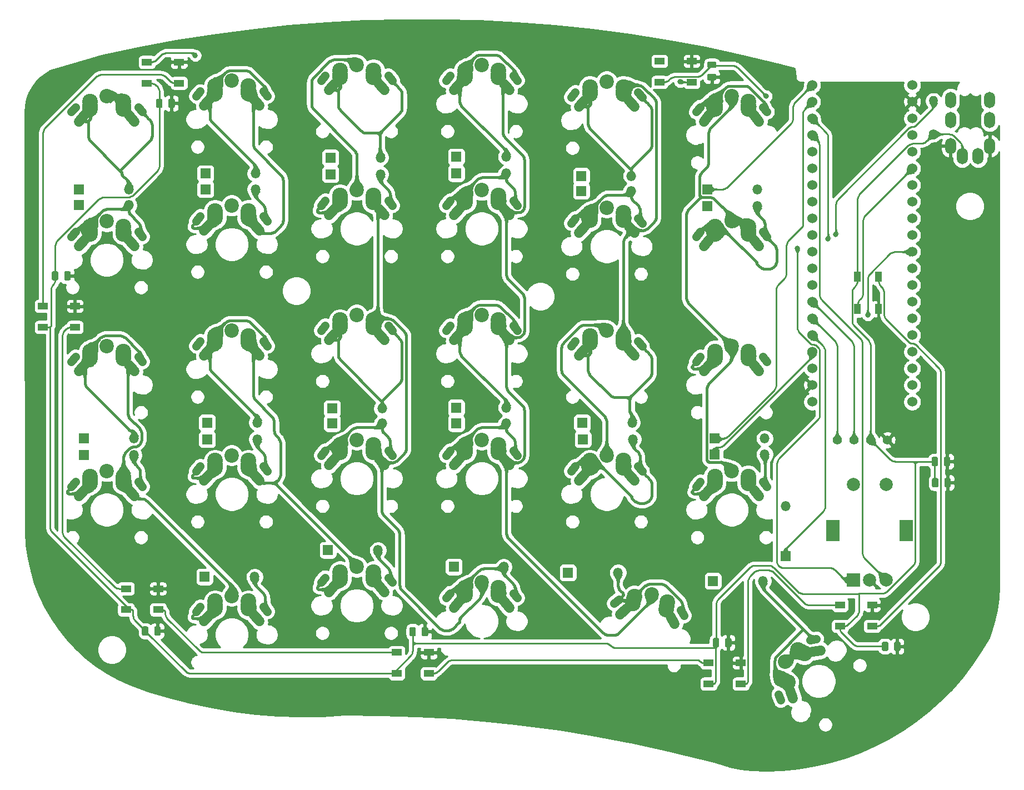
<source format=gbr>
G04 #@! TF.GenerationSoftware,KiCad,Pcbnew,5.1.5+dfsg1-2build2*
G04 #@! TF.CreationDate,2021-01-27T22:51:11+00:00*
G04 #@! TF.ProjectId,left1,6c656674-312e-46b6-9963-61645f706362,rev?*
G04 #@! TF.SameCoordinates,Original*
G04 #@! TF.FileFunction,Copper,L2,Bot*
G04 #@! TF.FilePolarity,Positive*
%FSLAX46Y46*%
G04 Gerber Fmt 4.6, Leading zero omitted, Abs format (unit mm)*
G04 Created by KiCad (PCBNEW 5.1.5+dfsg1-2build2) date 2021-01-27 22:51:11*
%MOMM*%
%LPD*%
G04 APERTURE LIST*
%ADD10O,1.400000X1.400000*%
%ADD11C,1.400000*%
%ADD12C,1.524000*%
%ADD13O,1.500000X1.500000*%
%ADD14R,1.500000X1.500000*%
%ADD15C,1.397000*%
%ADD16O,1.700000X2.500000*%
%ADD17C,2.400000*%
%ADD18C,1.550000*%
%ADD19C,2.200000*%
%ADD20C,1.250000*%
%ADD21R,2.000000X2.000000*%
%ADD22C,2.000000*%
%ADD23R,2.000000X3.200000*%
%ADD24R,1.500000X1.000000*%
%ADD25R,1.000000X1.500000*%
%ADD26C,0.100000*%
%ADD27C,0.800000*%
%ADD28C,0.250000*%
%ADD29C,0.450000*%
%ADD30C,0.254000*%
%ADD31C,0.025400*%
G04 APERTURE END LIST*
D10*
X190983000Y-53670200D03*
D11*
X190983000Y-58750200D03*
D12*
X187731000Y-51282600D03*
X187731000Y-53822600D03*
X187731000Y-56362600D03*
X187731000Y-58902600D03*
X187731000Y-61442600D03*
X187731000Y-63982600D03*
X187731000Y-66522600D03*
X187731000Y-69062600D03*
X187731000Y-71602600D03*
X187731000Y-74142600D03*
X187731000Y-76682600D03*
X187731000Y-79222600D03*
X187731000Y-81762600D03*
X187731000Y-84302600D03*
X187731000Y-86842600D03*
X187731000Y-89382600D03*
X187731000Y-91922600D03*
X187731000Y-94462600D03*
X187731000Y-97002600D03*
X187731000Y-99542600D03*
X172491000Y-99542600D03*
X172491000Y-97002600D03*
X172491000Y-94462600D03*
X172491000Y-91922600D03*
X172491000Y-89382600D03*
X172491000Y-86842600D03*
X172491000Y-84302600D03*
X172491000Y-81762600D03*
X172491000Y-79222600D03*
X172491000Y-76682600D03*
X172491000Y-74142600D03*
X172491000Y-71602600D03*
X172491000Y-69062600D03*
X172491000Y-66522600D03*
X172491000Y-63982600D03*
X172491000Y-61442600D03*
X172491000Y-58902600D03*
X172491000Y-56362600D03*
X172491000Y-53822600D03*
X172491000Y-51282600D03*
D13*
X106705000Y-64871600D03*
D14*
X99085000Y-64871600D03*
D15*
X183921000Y-105359000D03*
X181381000Y-105359000D03*
X178841000Y-105359000D03*
X176301000Y-105359000D03*
D16*
X195334000Y-62066600D03*
X199534000Y-60566600D03*
X199534000Y-56566600D03*
X199534000Y-53566600D03*
X193584000Y-56566600D03*
X193584000Y-53566600D03*
X197784000Y-62066600D03*
X193584000Y-60566600D03*
D17*
X168314886Y-142062705D03*
X168747898Y-142312705D03*
X171287898Y-137913295D03*
X170854886Y-137663295D03*
D18*
X172571790Y-137651973D02*
X173802800Y-137434913D01*
D17*
X167812591Y-141772705D03*
D18*
X169591058Y-144729865D02*
X169163532Y-143555249D01*
D17*
X170352591Y-137373295D03*
D19*
X168372450Y-139163000D03*
D20*
X167716961Y-145026084D02*
X167392041Y-144133376D01*
X172186717Y-135828753D02*
X173122285Y-135663787D01*
D17*
X145295005Y-129798299D03*
X145208181Y-130290703D03*
X150211004Y-131172835D03*
X150297828Y-130680431D03*
D18*
X150895684Y-132289922D02*
X151520684Y-133372454D01*
D17*
X145395721Y-129227110D03*
D18*
X143225171Y-131909731D02*
X144182727Y-131106247D01*
D17*
X150398544Y-130109243D03*
D19*
X148039524Y-128860634D03*
D20*
X142305837Y-130249968D02*
X143033579Y-129639320D01*
X152477247Y-131304493D02*
X152952247Y-132127217D01*
D17*
X119589000Y-128473000D03*
X119589000Y-128973000D03*
X124669000Y-128973000D03*
X124669000Y-128473000D03*
D18*
X125537258Y-129954222D02*
X126340742Y-130911778D01*
D17*
X119589000Y-127893000D03*
D18*
X117917258Y-130911778D02*
X118720742Y-129954222D01*
D17*
X124669000Y-127893000D03*
D19*
X122129000Y-127073000D03*
D20*
X116723676Y-129436871D02*
X117334324Y-128709129D01*
X126923676Y-128709129D02*
X127534324Y-129436871D01*
D17*
X100549000Y-126093000D03*
X100549000Y-126593000D03*
X105629000Y-126593000D03*
X105629000Y-126093000D03*
D18*
X106497258Y-127574222D02*
X107300742Y-128531778D01*
D17*
X100549000Y-125513000D03*
D18*
X98877258Y-128531778D02*
X99680742Y-127574222D01*
D17*
X105629000Y-125513000D03*
D19*
X103089000Y-124693000D03*
D20*
X97683676Y-127056871D02*
X98294324Y-126329129D01*
X107883676Y-126329129D02*
X108494324Y-127056871D01*
D17*
X81509000Y-130533000D03*
X81509000Y-131033000D03*
X86589000Y-131033000D03*
X86589000Y-130533000D03*
D18*
X87457258Y-132014222D02*
X88260742Y-132971778D01*
D17*
X81509000Y-129953000D03*
D18*
X79837258Y-132971778D02*
X80640742Y-132014222D01*
D17*
X86589000Y-129953000D03*
D19*
X84049000Y-129133000D03*
D20*
X78643676Y-131496871D02*
X79254324Y-130769129D01*
X88843676Y-130769129D02*
X89454324Y-131496871D01*
D17*
X157669000Y-111493000D03*
X157669000Y-111993000D03*
X162749000Y-111993000D03*
X162749000Y-111493000D03*
D18*
X163617258Y-112974222D02*
X164420742Y-113931778D01*
D17*
X157669000Y-110913000D03*
D18*
X155997258Y-113931778D02*
X156800742Y-112974222D01*
D17*
X162749000Y-110913000D03*
D19*
X160209000Y-110093000D03*
D20*
X154803676Y-112456871D02*
X155414324Y-111729129D01*
X165003676Y-111729129D02*
X165614324Y-112456871D01*
D17*
X138629000Y-109113000D03*
X138629000Y-109613000D03*
X143709000Y-109613000D03*
X143709000Y-109113000D03*
D18*
X144577258Y-110594222D02*
X145380742Y-111551778D01*
D17*
X138629000Y-108533000D03*
D18*
X136957258Y-111551778D02*
X137760742Y-110594222D01*
D17*
X143709000Y-108533000D03*
D19*
X141169000Y-107713000D03*
D20*
X135763676Y-110076871D02*
X136374324Y-109349129D01*
X145963676Y-109349129D02*
X146574324Y-110076871D01*
D17*
X119589000Y-106733000D03*
X119589000Y-107233000D03*
X124669000Y-107233000D03*
X124669000Y-106733000D03*
D18*
X125537258Y-108214222D02*
X126340742Y-109171778D01*
D17*
X119589000Y-106153000D03*
D18*
X117917258Y-109171778D02*
X118720742Y-108214222D01*
D17*
X124669000Y-106153000D03*
D19*
X122129000Y-105333000D03*
D20*
X116723676Y-107696871D02*
X117334324Y-106969129D01*
X126923676Y-106969129D02*
X127534324Y-107696871D01*
D17*
X100549000Y-106733000D03*
X100549000Y-107233000D03*
X105629000Y-107233000D03*
X105629000Y-106733000D03*
D18*
X106497258Y-108214222D02*
X107300742Y-109171778D01*
D17*
X100549000Y-106153000D03*
D18*
X98877258Y-109171778D02*
X99680742Y-108214222D01*
D17*
X105629000Y-106153000D03*
D19*
X103089000Y-105333000D03*
D20*
X97683676Y-107696871D02*
X98294324Y-106969129D01*
X107883676Y-106969129D02*
X108494324Y-107696871D01*
D17*
X81509000Y-109113000D03*
X81509000Y-109613000D03*
X86589000Y-109613000D03*
X86589000Y-109113000D03*
D18*
X87457258Y-110594222D02*
X88260742Y-111551778D01*
D17*
X81509000Y-108533000D03*
D18*
X79837258Y-111551778D02*
X80640742Y-110594222D01*
D17*
X86589000Y-108533000D03*
D19*
X84049000Y-107713000D03*
D20*
X78643676Y-110076871D02*
X79254324Y-109349129D01*
X88843676Y-109349129D02*
X89454324Y-110076871D01*
D17*
X62469000Y-111493000D03*
X62469000Y-111993000D03*
X67549000Y-111993000D03*
X67549000Y-111493000D03*
D18*
X68417258Y-112974222D02*
X69220742Y-113931778D01*
D17*
X62469000Y-110913000D03*
D18*
X60797258Y-113931778D02*
X61600742Y-112974222D01*
D17*
X67549000Y-110913000D03*
D19*
X65009000Y-110093000D03*
D20*
X59603676Y-112456871D02*
X60214324Y-111729129D01*
X69803676Y-111729129D02*
X70414324Y-112456871D01*
D17*
X157669000Y-92452600D03*
X157669000Y-92952600D03*
X162749000Y-92952600D03*
X162749000Y-92452600D03*
D18*
X163617258Y-93933822D02*
X164420742Y-94891378D01*
D17*
X157669000Y-91872600D03*
D18*
X155997258Y-94891378D02*
X156800742Y-93933822D01*
D17*
X162749000Y-91872600D03*
D19*
X160209000Y-91052600D03*
D20*
X154803676Y-93416471D02*
X155414324Y-92688729D01*
X165003676Y-92688729D02*
X165614324Y-93416471D01*
D17*
X138629000Y-90072600D03*
X138629000Y-90572600D03*
X143709000Y-90572600D03*
X143709000Y-90072600D03*
D18*
X144577258Y-91553822D02*
X145380742Y-92511378D01*
D17*
X138629000Y-89492600D03*
D18*
X136957258Y-92511378D02*
X137760742Y-91553822D01*
D17*
X143709000Y-89492600D03*
D19*
X141169000Y-88672600D03*
D20*
X135763676Y-91036471D02*
X136374324Y-90308729D01*
X145963676Y-90308729D02*
X146574324Y-91036471D01*
D17*
X119589000Y-87692600D03*
X119589000Y-88192600D03*
X124669000Y-88192600D03*
X124669000Y-87692600D03*
D18*
X125537258Y-89173822D02*
X126340742Y-90131378D01*
D17*
X119589000Y-87112600D03*
D18*
X117917258Y-90131378D02*
X118720742Y-89173822D01*
D17*
X124669000Y-87112600D03*
D19*
X122129000Y-86292600D03*
D20*
X116723676Y-88656471D02*
X117334324Y-87928729D01*
X126923676Y-87928729D02*
X127534324Y-88656471D01*
D17*
X100549000Y-87692600D03*
X100549000Y-88192600D03*
X105629000Y-88192600D03*
X105629000Y-87692600D03*
D18*
X106497258Y-89173822D02*
X107300742Y-90131378D01*
D17*
X100549000Y-87112600D03*
D18*
X98877258Y-90131378D02*
X99680742Y-89173822D01*
D17*
X105629000Y-87112600D03*
D19*
X103089000Y-86292600D03*
D20*
X97683676Y-88656471D02*
X98294324Y-87928729D01*
X107883676Y-87928729D02*
X108494324Y-88656471D01*
D17*
X81509000Y-90072600D03*
X81509000Y-90572600D03*
X86589000Y-90572600D03*
X86589000Y-90072600D03*
D18*
X87457258Y-91553822D02*
X88260742Y-92511378D01*
D17*
X81509000Y-89492600D03*
D18*
X79837258Y-92511378D02*
X80640742Y-91553822D01*
D17*
X86589000Y-89492600D03*
D19*
X84049000Y-88672600D03*
D20*
X78643676Y-91036471D02*
X79254324Y-90308729D01*
X88843676Y-90308729D02*
X89454324Y-91036471D01*
D17*
X62469000Y-92452600D03*
X62469000Y-92952600D03*
X67549000Y-92952600D03*
X67549000Y-92452600D03*
D18*
X68417258Y-93933822D02*
X69220742Y-94891378D01*
D17*
X62469000Y-91872600D03*
D18*
X60797258Y-94891378D02*
X61600742Y-93933822D01*
D17*
X67549000Y-91872600D03*
D19*
X65009000Y-91052600D03*
D20*
X59603676Y-93416471D02*
X60214324Y-92688729D01*
X69803676Y-92688729D02*
X70414324Y-93416471D01*
D17*
X157669000Y-73412600D03*
X157669000Y-73912600D03*
X162749000Y-73912600D03*
X162749000Y-73412600D03*
D18*
X163617258Y-74893822D02*
X164420742Y-75851378D01*
D17*
X157669000Y-72832600D03*
D18*
X155997258Y-75851378D02*
X156800742Y-74893822D01*
D17*
X162749000Y-72832600D03*
D19*
X160209000Y-72012600D03*
D20*
X154803676Y-74376471D02*
X155414324Y-73648729D01*
X165003676Y-73648729D02*
X165614324Y-74376471D01*
D17*
X138629000Y-71352600D03*
X138629000Y-71852600D03*
X143709000Y-71852600D03*
X143709000Y-71352600D03*
D18*
X144577258Y-72833822D02*
X145380742Y-73791378D01*
D17*
X138629000Y-70772600D03*
D18*
X136957258Y-73791378D02*
X137760742Y-72833822D01*
D17*
X143709000Y-70772600D03*
D19*
X141169000Y-69952600D03*
D20*
X135763676Y-72316471D02*
X136374324Y-71588729D01*
X145963676Y-71588729D02*
X146574324Y-72316471D01*
D17*
X119589000Y-68652600D03*
X119589000Y-69152600D03*
X124669000Y-69152600D03*
X124669000Y-68652600D03*
D18*
X125537258Y-70133822D02*
X126340742Y-71091378D01*
D17*
X119589000Y-68072600D03*
D18*
X117917258Y-71091378D02*
X118720742Y-70133822D01*
D17*
X124669000Y-68072600D03*
D19*
X122129000Y-67252600D03*
D20*
X116723676Y-69616471D02*
X117334324Y-68888729D01*
X126923676Y-68888729D02*
X127534324Y-69616471D01*
D17*
X100549000Y-68652600D03*
X100549000Y-69152600D03*
X105629000Y-69152600D03*
X105629000Y-68652600D03*
D18*
X106497258Y-70133822D02*
X107300742Y-71091378D01*
D17*
X100549000Y-68072600D03*
D18*
X98877258Y-71091378D02*
X99680742Y-70133822D01*
D17*
X105629000Y-68072600D03*
D19*
X103089000Y-67252600D03*
D20*
X97683676Y-69616471D02*
X98294324Y-68888729D01*
X107883676Y-68888729D02*
X108494324Y-69616471D01*
D17*
X81509000Y-71032600D03*
X81509000Y-71532600D03*
X86589000Y-71532600D03*
X86589000Y-71032600D03*
D18*
X87457258Y-72513822D02*
X88260742Y-73471378D01*
D17*
X81509000Y-70452600D03*
D18*
X79837258Y-73471378D02*
X80640742Y-72513822D01*
D17*
X86589000Y-70452600D03*
D19*
X84049000Y-69632600D03*
D20*
X78643676Y-71996471D02*
X79254324Y-71268729D01*
X88843676Y-71268729D02*
X89454324Y-71996471D01*
D17*
X62469000Y-73412600D03*
X62469000Y-73912600D03*
X67549000Y-73912600D03*
X67549000Y-73412600D03*
D18*
X68417258Y-74893822D02*
X69220742Y-75851378D01*
D17*
X62469000Y-72832600D03*
D18*
X60797258Y-75851378D02*
X61600742Y-74893822D01*
D17*
X67549000Y-72832600D03*
D19*
X65009000Y-72012600D03*
D20*
X59603676Y-74376471D02*
X60214324Y-73648729D01*
X69803676Y-73648729D02*
X70414324Y-74376471D01*
D17*
X157669000Y-54372600D03*
X157669000Y-54872600D03*
X162749000Y-54872600D03*
X162749000Y-54372600D03*
D18*
X163617258Y-55853822D02*
X164420742Y-56811378D01*
D17*
X157669000Y-53792600D03*
D18*
X155997258Y-56811378D02*
X156800742Y-55853822D01*
D17*
X162749000Y-53792600D03*
D19*
X160209000Y-52972600D03*
D20*
X154803676Y-55336471D02*
X155414324Y-54608729D01*
X165003676Y-54608729D02*
X165614324Y-55336471D01*
D17*
X138629000Y-52152600D03*
X138629000Y-52652600D03*
X143709000Y-52652600D03*
X143709000Y-52152600D03*
D18*
X144577258Y-53633822D02*
X145380742Y-54591378D01*
D17*
X138629000Y-51572600D03*
D18*
X136957258Y-54591378D02*
X137760742Y-53633822D01*
D17*
X143709000Y-51572600D03*
D19*
X141169000Y-50752600D03*
D20*
X135763676Y-53116471D02*
X136374324Y-52388729D01*
X145963676Y-52388729D02*
X146574324Y-53116471D01*
D17*
X119589000Y-49612600D03*
X119589000Y-50112600D03*
X124669000Y-50112600D03*
X124669000Y-49612600D03*
D18*
X125537258Y-51093822D02*
X126340742Y-52051378D01*
D17*
X119589000Y-49032600D03*
D18*
X117917258Y-52051378D02*
X118720742Y-51093822D01*
D17*
X124669000Y-49032600D03*
D19*
X122129000Y-48212600D03*
D20*
X116723676Y-50576471D02*
X117334324Y-49848729D01*
X126923676Y-49848729D02*
X127534324Y-50576471D01*
D17*
X100549000Y-49612600D03*
X100549000Y-50112600D03*
X105629000Y-50112600D03*
X105629000Y-49612600D03*
D18*
X106497258Y-51093822D02*
X107300742Y-52051378D01*
D17*
X100549000Y-49032600D03*
D18*
X98877258Y-52051378D02*
X99680742Y-51093822D01*
D17*
X105629000Y-49032600D03*
D19*
X103089000Y-48212600D03*
D20*
X97683676Y-50576471D02*
X98294324Y-49848729D01*
X107883676Y-49848729D02*
X108494324Y-50576471D01*
D17*
X81509000Y-51992600D03*
X81509000Y-52492600D03*
X86589000Y-52492600D03*
X86589000Y-51992600D03*
D18*
X87457258Y-53473822D02*
X88260742Y-54431378D01*
D17*
X81509000Y-51412600D03*
D18*
X79837258Y-54431378D02*
X80640742Y-53473822D01*
D17*
X86589000Y-51412600D03*
D19*
X84049000Y-50592600D03*
D20*
X78643676Y-52956471D02*
X79254324Y-52228729D01*
X88843676Y-52228729D02*
X89454324Y-52956471D01*
D17*
X62469000Y-54372600D03*
X62469000Y-54872600D03*
X67549000Y-54872600D03*
X67549000Y-54372600D03*
D18*
X68417258Y-55853822D02*
X69220742Y-56811378D01*
D17*
X62469000Y-53792600D03*
D18*
X60797258Y-56811378D02*
X61600742Y-55853822D01*
D17*
X67549000Y-53792600D03*
D19*
X65009000Y-52972600D03*
D20*
X59603676Y-55336471D02*
X60214324Y-54608729D01*
X69803676Y-54608729D02*
X70414324Y-55336471D01*
D21*
X178765000Y-126670000D03*
D22*
X181265000Y-126670000D03*
X183765000Y-126670000D03*
D23*
X175665000Y-119170000D03*
X186865000Y-119170000D03*
D22*
X178765000Y-112170000D03*
X183765000Y-112170000D03*
D24*
X149238000Y-50825200D03*
X149238000Y-47625200D03*
X154138000Y-50825200D03*
X154138000Y-47625200D03*
X71120000Y-50977400D03*
X71120000Y-47777400D03*
X76020000Y-50977400D03*
X76020000Y-47777400D03*
X55259000Y-88163200D03*
X55259000Y-84963200D03*
X60159000Y-88163200D03*
X60159000Y-84963200D03*
D13*
X125501000Y-124689000D03*
D14*
X117881000Y-124689000D03*
D13*
X106324000Y-122149000D03*
D14*
X98704000Y-122149000D03*
D13*
X87528000Y-126213000D03*
D14*
X79908000Y-126213000D03*
D24*
X67933000Y-131217000D03*
X67933000Y-128017000D03*
X72833000Y-131217000D03*
X72833000Y-128017000D03*
D13*
X165252000Y-107544000D03*
D14*
X157632000Y-107544000D03*
D13*
X145186000Y-105258000D03*
D14*
X137566000Y-105258000D03*
D13*
X125882000Y-102845000D03*
D14*
X118262000Y-102845000D03*
D13*
X106959000Y-102845000D03*
D14*
X99339000Y-102845000D03*
D13*
X87909000Y-105258000D03*
D14*
X80289000Y-105258000D03*
D13*
X69113000Y-107671000D03*
D14*
X61493000Y-107671000D03*
D24*
X109183000Y-140945000D03*
X109183000Y-137745000D03*
X114083000Y-140945000D03*
X114083000Y-137745000D03*
X156720000Y-142520000D03*
X156720000Y-139320000D03*
X161620000Y-142520000D03*
X161620000Y-139320000D03*
D13*
X165252000Y-105131000D03*
D14*
X157632000Y-105131000D03*
D13*
X145059000Y-102718000D03*
D14*
X137439000Y-102718000D03*
D13*
X125882000Y-100432000D03*
D14*
X118262000Y-100432000D03*
D13*
X106959000Y-100559000D03*
D14*
X99339000Y-100559000D03*
D13*
X87909000Y-102718000D03*
D14*
X80289000Y-102718000D03*
D13*
X69113000Y-105131000D03*
D14*
X61493000Y-105131000D03*
D13*
X164109000Y-69697600D03*
D14*
X156489000Y-69697600D03*
D13*
X144932000Y-67411600D03*
D14*
X137312000Y-67411600D03*
D13*
X125882000Y-64744600D03*
D14*
X118262000Y-64744600D03*
D13*
X87655000Y-67157600D03*
D14*
X80035000Y-67157600D03*
D24*
X176733000Y-133731000D03*
X176733000Y-130531000D03*
X181633000Y-133731000D03*
X181633000Y-130531000D03*
D13*
X68351000Y-69570600D03*
D14*
X60731000Y-69570600D03*
D25*
X179400000Y-80494800D03*
X182600000Y-80494800D03*
X179400000Y-85394800D03*
X182600000Y-85394800D03*
D13*
X168427000Y-115418000D03*
D14*
X168427000Y-123038000D03*
D13*
X164998000Y-126848000D03*
D14*
X157378000Y-126848000D03*
D13*
X142900000Y-125578000D03*
D14*
X135280000Y-125578000D03*
D13*
X164109000Y-67157600D03*
D14*
X156489000Y-67157600D03*
D13*
X144932000Y-65125600D03*
D14*
X137312000Y-65125600D03*
D13*
X125882000Y-62204600D03*
D14*
X118262000Y-62204600D03*
D13*
X106705000Y-62331600D03*
D14*
X99085000Y-62331600D03*
D13*
X87655000Y-64744600D03*
D14*
X80035000Y-64744600D03*
D13*
X68351000Y-67157600D03*
D14*
X60731000Y-67157600D03*
G04 #@! TA.AperFunction,SMDPad,CuDef*
D26*
G36*
X59267242Y-79641374D02*
G01*
X59290903Y-79644884D01*
X59314107Y-79650696D01*
X59336629Y-79658754D01*
X59358253Y-79668982D01*
X59378770Y-79681279D01*
X59397983Y-79695529D01*
X59415707Y-79711593D01*
X59431771Y-79729317D01*
X59446021Y-79748530D01*
X59458318Y-79769047D01*
X59468546Y-79790671D01*
X59476604Y-79813193D01*
X59482416Y-79836397D01*
X59485926Y-79860058D01*
X59487100Y-79883950D01*
X59487100Y-80796450D01*
X59485926Y-80820342D01*
X59482416Y-80844003D01*
X59476604Y-80867207D01*
X59468546Y-80889729D01*
X59458318Y-80911353D01*
X59446021Y-80931870D01*
X59431771Y-80951083D01*
X59415707Y-80968807D01*
X59397983Y-80984871D01*
X59378770Y-80999121D01*
X59358253Y-81011418D01*
X59336629Y-81021646D01*
X59314107Y-81029704D01*
X59290903Y-81035516D01*
X59267242Y-81039026D01*
X59243350Y-81040200D01*
X58755850Y-81040200D01*
X58731958Y-81039026D01*
X58708297Y-81035516D01*
X58685093Y-81029704D01*
X58662571Y-81021646D01*
X58640947Y-81011418D01*
X58620430Y-80999121D01*
X58601217Y-80984871D01*
X58583493Y-80968807D01*
X58567429Y-80951083D01*
X58553179Y-80931870D01*
X58540882Y-80911353D01*
X58530654Y-80889729D01*
X58522596Y-80867207D01*
X58516784Y-80844003D01*
X58513274Y-80820342D01*
X58512100Y-80796450D01*
X58512100Y-79883950D01*
X58513274Y-79860058D01*
X58516784Y-79836397D01*
X58522596Y-79813193D01*
X58530654Y-79790671D01*
X58540882Y-79769047D01*
X58553179Y-79748530D01*
X58567429Y-79729317D01*
X58583493Y-79711593D01*
X58601217Y-79695529D01*
X58620430Y-79681279D01*
X58640947Y-79668982D01*
X58662571Y-79658754D01*
X58685093Y-79650696D01*
X58708297Y-79644884D01*
X58731958Y-79641374D01*
X58755850Y-79640200D01*
X59243350Y-79640200D01*
X59267242Y-79641374D01*
G37*
G04 #@! TD.AperFunction*
G04 #@! TA.AperFunction,SMDPad,CuDef*
G36*
X57392242Y-79641374D02*
G01*
X57415903Y-79644884D01*
X57439107Y-79650696D01*
X57461629Y-79658754D01*
X57483253Y-79668982D01*
X57503770Y-79681279D01*
X57522983Y-79695529D01*
X57540707Y-79711593D01*
X57556771Y-79729317D01*
X57571021Y-79748530D01*
X57583318Y-79769047D01*
X57593546Y-79790671D01*
X57601604Y-79813193D01*
X57607416Y-79836397D01*
X57610926Y-79860058D01*
X57612100Y-79883950D01*
X57612100Y-80796450D01*
X57610926Y-80820342D01*
X57607416Y-80844003D01*
X57601604Y-80867207D01*
X57593546Y-80889729D01*
X57583318Y-80911353D01*
X57571021Y-80931870D01*
X57556771Y-80951083D01*
X57540707Y-80968807D01*
X57522983Y-80984871D01*
X57503770Y-80999121D01*
X57483253Y-81011418D01*
X57461629Y-81021646D01*
X57439107Y-81029704D01*
X57415903Y-81035516D01*
X57392242Y-81039026D01*
X57368350Y-81040200D01*
X56880850Y-81040200D01*
X56856958Y-81039026D01*
X56833297Y-81035516D01*
X56810093Y-81029704D01*
X56787571Y-81021646D01*
X56765947Y-81011418D01*
X56745430Y-80999121D01*
X56726217Y-80984871D01*
X56708493Y-80968807D01*
X56692429Y-80951083D01*
X56678179Y-80931870D01*
X56665882Y-80911353D01*
X56655654Y-80889729D01*
X56647596Y-80867207D01*
X56641784Y-80844003D01*
X56638274Y-80820342D01*
X56637100Y-80796450D01*
X56637100Y-79883950D01*
X56638274Y-79860058D01*
X56641784Y-79836397D01*
X56647596Y-79813193D01*
X56655654Y-79790671D01*
X56665882Y-79769047D01*
X56678179Y-79748530D01*
X56692429Y-79729317D01*
X56708493Y-79711593D01*
X56726217Y-79695529D01*
X56745430Y-79681279D01*
X56765947Y-79668982D01*
X56787571Y-79658754D01*
X56810093Y-79650696D01*
X56833297Y-79644884D01*
X56856958Y-79641374D01*
X56880850Y-79640200D01*
X57368350Y-79640200D01*
X57392242Y-79641374D01*
G37*
G04 #@! TD.AperFunction*
G04 #@! TA.AperFunction,SMDPad,CuDef*
G36*
X72988142Y-133769174D02*
G01*
X73011803Y-133772684D01*
X73035007Y-133778496D01*
X73057529Y-133786554D01*
X73079153Y-133796782D01*
X73099670Y-133809079D01*
X73118883Y-133823329D01*
X73136607Y-133839393D01*
X73152671Y-133857117D01*
X73166921Y-133876330D01*
X73179218Y-133896847D01*
X73189446Y-133918471D01*
X73197504Y-133940993D01*
X73203316Y-133964197D01*
X73206826Y-133987858D01*
X73208000Y-134011750D01*
X73208000Y-134924250D01*
X73206826Y-134948142D01*
X73203316Y-134971803D01*
X73197504Y-134995007D01*
X73189446Y-135017529D01*
X73179218Y-135039153D01*
X73166921Y-135059670D01*
X73152671Y-135078883D01*
X73136607Y-135096607D01*
X73118883Y-135112671D01*
X73099670Y-135126921D01*
X73079153Y-135139218D01*
X73057529Y-135149446D01*
X73035007Y-135157504D01*
X73011803Y-135163316D01*
X72988142Y-135166826D01*
X72964250Y-135168000D01*
X72476750Y-135168000D01*
X72452858Y-135166826D01*
X72429197Y-135163316D01*
X72405993Y-135157504D01*
X72383471Y-135149446D01*
X72361847Y-135139218D01*
X72341330Y-135126921D01*
X72322117Y-135112671D01*
X72304393Y-135096607D01*
X72288329Y-135078883D01*
X72274079Y-135059670D01*
X72261782Y-135039153D01*
X72251554Y-135017529D01*
X72243496Y-134995007D01*
X72237684Y-134971803D01*
X72234174Y-134948142D01*
X72233000Y-134924250D01*
X72233000Y-134011750D01*
X72234174Y-133987858D01*
X72237684Y-133964197D01*
X72243496Y-133940993D01*
X72251554Y-133918471D01*
X72261782Y-133896847D01*
X72274079Y-133876330D01*
X72288329Y-133857117D01*
X72304393Y-133839393D01*
X72322117Y-133823329D01*
X72341330Y-133809079D01*
X72361847Y-133796782D01*
X72383471Y-133786554D01*
X72405993Y-133778496D01*
X72429197Y-133772684D01*
X72452858Y-133769174D01*
X72476750Y-133768000D01*
X72964250Y-133768000D01*
X72988142Y-133769174D01*
G37*
G04 #@! TD.AperFunction*
G04 #@! TA.AperFunction,SMDPad,CuDef*
G36*
X71113142Y-133769174D02*
G01*
X71136803Y-133772684D01*
X71160007Y-133778496D01*
X71182529Y-133786554D01*
X71204153Y-133796782D01*
X71224670Y-133809079D01*
X71243883Y-133823329D01*
X71261607Y-133839393D01*
X71277671Y-133857117D01*
X71291921Y-133876330D01*
X71304218Y-133896847D01*
X71314446Y-133918471D01*
X71322504Y-133940993D01*
X71328316Y-133964197D01*
X71331826Y-133987858D01*
X71333000Y-134011750D01*
X71333000Y-134924250D01*
X71331826Y-134948142D01*
X71328316Y-134971803D01*
X71322504Y-134995007D01*
X71314446Y-135017529D01*
X71304218Y-135039153D01*
X71291921Y-135059670D01*
X71277671Y-135078883D01*
X71261607Y-135096607D01*
X71243883Y-135112671D01*
X71224670Y-135126921D01*
X71204153Y-135139218D01*
X71182529Y-135149446D01*
X71160007Y-135157504D01*
X71136803Y-135163316D01*
X71113142Y-135166826D01*
X71089250Y-135168000D01*
X70601750Y-135168000D01*
X70577858Y-135166826D01*
X70554197Y-135163316D01*
X70530993Y-135157504D01*
X70508471Y-135149446D01*
X70486847Y-135139218D01*
X70466330Y-135126921D01*
X70447117Y-135112671D01*
X70429393Y-135096607D01*
X70413329Y-135078883D01*
X70399079Y-135059670D01*
X70386782Y-135039153D01*
X70376554Y-135017529D01*
X70368496Y-134995007D01*
X70362684Y-134971803D01*
X70359174Y-134948142D01*
X70358000Y-134924250D01*
X70358000Y-134011750D01*
X70359174Y-133987858D01*
X70362684Y-133964197D01*
X70368496Y-133940993D01*
X70376554Y-133918471D01*
X70386782Y-133896847D01*
X70399079Y-133876330D01*
X70413329Y-133857117D01*
X70429393Y-133839393D01*
X70447117Y-133823329D01*
X70466330Y-133809079D01*
X70486847Y-133796782D01*
X70508471Y-133786554D01*
X70530993Y-133778496D01*
X70554197Y-133772684D01*
X70577858Y-133769174D01*
X70601750Y-133768000D01*
X71089250Y-133768000D01*
X71113142Y-133769174D01*
G37*
G04 #@! TD.AperFunction*
G04 #@! TA.AperFunction,SMDPad,CuDef*
G36*
X193307142Y-107937174D02*
G01*
X193330803Y-107940684D01*
X193354007Y-107946496D01*
X193376529Y-107954554D01*
X193398153Y-107964782D01*
X193418670Y-107977079D01*
X193437883Y-107991329D01*
X193455607Y-108007393D01*
X193471671Y-108025117D01*
X193485921Y-108044330D01*
X193498218Y-108064847D01*
X193508446Y-108086471D01*
X193516504Y-108108993D01*
X193522316Y-108132197D01*
X193525826Y-108155858D01*
X193527000Y-108179750D01*
X193527000Y-109092250D01*
X193525826Y-109116142D01*
X193522316Y-109139803D01*
X193516504Y-109163007D01*
X193508446Y-109185529D01*
X193498218Y-109207153D01*
X193485921Y-109227670D01*
X193471671Y-109246883D01*
X193455607Y-109264607D01*
X193437883Y-109280671D01*
X193418670Y-109294921D01*
X193398153Y-109307218D01*
X193376529Y-109317446D01*
X193354007Y-109325504D01*
X193330803Y-109331316D01*
X193307142Y-109334826D01*
X193283250Y-109336000D01*
X192795750Y-109336000D01*
X192771858Y-109334826D01*
X192748197Y-109331316D01*
X192724993Y-109325504D01*
X192702471Y-109317446D01*
X192680847Y-109307218D01*
X192660330Y-109294921D01*
X192641117Y-109280671D01*
X192623393Y-109264607D01*
X192607329Y-109246883D01*
X192593079Y-109227670D01*
X192580782Y-109207153D01*
X192570554Y-109185529D01*
X192562496Y-109163007D01*
X192556684Y-109139803D01*
X192553174Y-109116142D01*
X192552000Y-109092250D01*
X192552000Y-108179750D01*
X192553174Y-108155858D01*
X192556684Y-108132197D01*
X192562496Y-108108993D01*
X192570554Y-108086471D01*
X192580782Y-108064847D01*
X192593079Y-108044330D01*
X192607329Y-108025117D01*
X192623393Y-108007393D01*
X192641117Y-107991329D01*
X192660330Y-107977079D01*
X192680847Y-107964782D01*
X192702471Y-107954554D01*
X192724993Y-107946496D01*
X192748197Y-107940684D01*
X192771858Y-107937174D01*
X192795750Y-107936000D01*
X193283250Y-107936000D01*
X193307142Y-107937174D01*
G37*
G04 #@! TD.AperFunction*
G04 #@! TA.AperFunction,SMDPad,CuDef*
G36*
X191432142Y-107937174D02*
G01*
X191455803Y-107940684D01*
X191479007Y-107946496D01*
X191501529Y-107954554D01*
X191523153Y-107964782D01*
X191543670Y-107977079D01*
X191562883Y-107991329D01*
X191580607Y-108007393D01*
X191596671Y-108025117D01*
X191610921Y-108044330D01*
X191623218Y-108064847D01*
X191633446Y-108086471D01*
X191641504Y-108108993D01*
X191647316Y-108132197D01*
X191650826Y-108155858D01*
X191652000Y-108179750D01*
X191652000Y-109092250D01*
X191650826Y-109116142D01*
X191647316Y-109139803D01*
X191641504Y-109163007D01*
X191633446Y-109185529D01*
X191623218Y-109207153D01*
X191610921Y-109227670D01*
X191596671Y-109246883D01*
X191580607Y-109264607D01*
X191562883Y-109280671D01*
X191543670Y-109294921D01*
X191523153Y-109307218D01*
X191501529Y-109317446D01*
X191479007Y-109325504D01*
X191455803Y-109331316D01*
X191432142Y-109334826D01*
X191408250Y-109336000D01*
X190920750Y-109336000D01*
X190896858Y-109334826D01*
X190873197Y-109331316D01*
X190849993Y-109325504D01*
X190827471Y-109317446D01*
X190805847Y-109307218D01*
X190785330Y-109294921D01*
X190766117Y-109280671D01*
X190748393Y-109264607D01*
X190732329Y-109246883D01*
X190718079Y-109227670D01*
X190705782Y-109207153D01*
X190695554Y-109185529D01*
X190687496Y-109163007D01*
X190681684Y-109139803D01*
X190678174Y-109116142D01*
X190677000Y-109092250D01*
X190677000Y-108179750D01*
X190678174Y-108155858D01*
X190681684Y-108132197D01*
X190687496Y-108108993D01*
X190695554Y-108086471D01*
X190705782Y-108064847D01*
X190718079Y-108044330D01*
X190732329Y-108025117D01*
X190748393Y-108007393D01*
X190766117Y-107991329D01*
X190785330Y-107977079D01*
X190805847Y-107964782D01*
X190827471Y-107954554D01*
X190849993Y-107946496D01*
X190873197Y-107940684D01*
X190896858Y-107937174D01*
X190920750Y-107936000D01*
X191408250Y-107936000D01*
X191432142Y-107937174D01*
G37*
G04 #@! TD.AperFunction*
G04 #@! TA.AperFunction,SMDPad,CuDef*
G36*
X157681142Y-49577074D02*
G01*
X157704803Y-49580584D01*
X157728007Y-49586396D01*
X157750529Y-49594454D01*
X157772153Y-49604682D01*
X157792670Y-49616979D01*
X157811883Y-49631229D01*
X157829607Y-49647293D01*
X157845671Y-49665017D01*
X157859921Y-49684230D01*
X157872218Y-49704747D01*
X157882446Y-49726371D01*
X157890504Y-49748893D01*
X157896316Y-49772097D01*
X157899826Y-49795758D01*
X157901000Y-49819650D01*
X157901000Y-50307150D01*
X157899826Y-50331042D01*
X157896316Y-50354703D01*
X157890504Y-50377907D01*
X157882446Y-50400429D01*
X157872218Y-50422053D01*
X157859921Y-50442570D01*
X157845671Y-50461783D01*
X157829607Y-50479507D01*
X157811883Y-50495571D01*
X157792670Y-50509821D01*
X157772153Y-50522118D01*
X157750529Y-50532346D01*
X157728007Y-50540404D01*
X157704803Y-50546216D01*
X157681142Y-50549726D01*
X157657250Y-50550900D01*
X156744750Y-50550900D01*
X156720858Y-50549726D01*
X156697197Y-50546216D01*
X156673993Y-50540404D01*
X156651471Y-50532346D01*
X156629847Y-50522118D01*
X156609330Y-50509821D01*
X156590117Y-50495571D01*
X156572393Y-50479507D01*
X156556329Y-50461783D01*
X156542079Y-50442570D01*
X156529782Y-50422053D01*
X156519554Y-50400429D01*
X156511496Y-50377907D01*
X156505684Y-50354703D01*
X156502174Y-50331042D01*
X156501000Y-50307150D01*
X156501000Y-49819650D01*
X156502174Y-49795758D01*
X156505684Y-49772097D01*
X156511496Y-49748893D01*
X156519554Y-49726371D01*
X156529782Y-49704747D01*
X156542079Y-49684230D01*
X156556329Y-49665017D01*
X156572393Y-49647293D01*
X156590117Y-49631229D01*
X156609330Y-49616979D01*
X156629847Y-49604682D01*
X156651471Y-49594454D01*
X156673993Y-49586396D01*
X156697197Y-49580584D01*
X156720858Y-49577074D01*
X156744750Y-49575900D01*
X157657250Y-49575900D01*
X157681142Y-49577074D01*
G37*
G04 #@! TD.AperFunction*
G04 #@! TA.AperFunction,SMDPad,CuDef*
G36*
X157681142Y-47702074D02*
G01*
X157704803Y-47705584D01*
X157728007Y-47711396D01*
X157750529Y-47719454D01*
X157772153Y-47729682D01*
X157792670Y-47741979D01*
X157811883Y-47756229D01*
X157829607Y-47772293D01*
X157845671Y-47790017D01*
X157859921Y-47809230D01*
X157872218Y-47829747D01*
X157882446Y-47851371D01*
X157890504Y-47873893D01*
X157896316Y-47897097D01*
X157899826Y-47920758D01*
X157901000Y-47944650D01*
X157901000Y-48432150D01*
X157899826Y-48456042D01*
X157896316Y-48479703D01*
X157890504Y-48502907D01*
X157882446Y-48525429D01*
X157872218Y-48547053D01*
X157859921Y-48567570D01*
X157845671Y-48586783D01*
X157829607Y-48604507D01*
X157811883Y-48620571D01*
X157792670Y-48634821D01*
X157772153Y-48647118D01*
X157750529Y-48657346D01*
X157728007Y-48665404D01*
X157704803Y-48671216D01*
X157681142Y-48674726D01*
X157657250Y-48675900D01*
X156744750Y-48675900D01*
X156720858Y-48674726D01*
X156697197Y-48671216D01*
X156673993Y-48665404D01*
X156651471Y-48657346D01*
X156629847Y-48647118D01*
X156609330Y-48634821D01*
X156590117Y-48620571D01*
X156572393Y-48604507D01*
X156556329Y-48586783D01*
X156542079Y-48567570D01*
X156529782Y-48547053D01*
X156519554Y-48525429D01*
X156511496Y-48502907D01*
X156505684Y-48479703D01*
X156502174Y-48456042D01*
X156501000Y-48432150D01*
X156501000Y-47944650D01*
X156502174Y-47920758D01*
X156505684Y-47897097D01*
X156511496Y-47873893D01*
X156519554Y-47851371D01*
X156529782Y-47829747D01*
X156542079Y-47809230D01*
X156556329Y-47790017D01*
X156572393Y-47772293D01*
X156590117Y-47756229D01*
X156609330Y-47741979D01*
X156629847Y-47729682D01*
X156651471Y-47719454D01*
X156673993Y-47711396D01*
X156697197Y-47705584D01*
X156720858Y-47702074D01*
X156744750Y-47700900D01*
X157657250Y-47700900D01*
X157681142Y-47702074D01*
G37*
G04 #@! TD.AperFunction*
G04 #@! TA.AperFunction,SMDPad,CuDef*
G36*
X185733842Y-136105574D02*
G01*
X185757503Y-136109084D01*
X185780707Y-136114896D01*
X185803229Y-136122954D01*
X185824853Y-136133182D01*
X185845370Y-136145479D01*
X185864583Y-136159729D01*
X185882307Y-136175793D01*
X185898371Y-136193517D01*
X185912621Y-136212730D01*
X185924918Y-136233247D01*
X185935146Y-136254871D01*
X185943204Y-136277393D01*
X185949016Y-136300597D01*
X185952526Y-136324258D01*
X185953700Y-136348150D01*
X185953700Y-137260650D01*
X185952526Y-137284542D01*
X185949016Y-137308203D01*
X185943204Y-137331407D01*
X185935146Y-137353929D01*
X185924918Y-137375553D01*
X185912621Y-137396070D01*
X185898371Y-137415283D01*
X185882307Y-137433007D01*
X185864583Y-137449071D01*
X185845370Y-137463321D01*
X185824853Y-137475618D01*
X185803229Y-137485846D01*
X185780707Y-137493904D01*
X185757503Y-137499716D01*
X185733842Y-137503226D01*
X185709950Y-137504400D01*
X185222450Y-137504400D01*
X185198558Y-137503226D01*
X185174897Y-137499716D01*
X185151693Y-137493904D01*
X185129171Y-137485846D01*
X185107547Y-137475618D01*
X185087030Y-137463321D01*
X185067817Y-137449071D01*
X185050093Y-137433007D01*
X185034029Y-137415283D01*
X185019779Y-137396070D01*
X185007482Y-137375553D01*
X184997254Y-137353929D01*
X184989196Y-137331407D01*
X184983384Y-137308203D01*
X184979874Y-137284542D01*
X184978700Y-137260650D01*
X184978700Y-136348150D01*
X184979874Y-136324258D01*
X184983384Y-136300597D01*
X184989196Y-136277393D01*
X184997254Y-136254871D01*
X185007482Y-136233247D01*
X185019779Y-136212730D01*
X185034029Y-136193517D01*
X185050093Y-136175793D01*
X185067817Y-136159729D01*
X185087030Y-136145479D01*
X185107547Y-136133182D01*
X185129171Y-136122954D01*
X185151693Y-136114896D01*
X185174897Y-136109084D01*
X185198558Y-136105574D01*
X185222450Y-136104400D01*
X185709950Y-136104400D01*
X185733842Y-136105574D01*
G37*
G04 #@! TD.AperFunction*
G04 #@! TA.AperFunction,SMDPad,CuDef*
G36*
X183858842Y-136105574D02*
G01*
X183882503Y-136109084D01*
X183905707Y-136114896D01*
X183928229Y-136122954D01*
X183949853Y-136133182D01*
X183970370Y-136145479D01*
X183989583Y-136159729D01*
X184007307Y-136175793D01*
X184023371Y-136193517D01*
X184037621Y-136212730D01*
X184049918Y-136233247D01*
X184060146Y-136254871D01*
X184068204Y-136277393D01*
X184074016Y-136300597D01*
X184077526Y-136324258D01*
X184078700Y-136348150D01*
X184078700Y-137260650D01*
X184077526Y-137284542D01*
X184074016Y-137308203D01*
X184068204Y-137331407D01*
X184060146Y-137353929D01*
X184049918Y-137375553D01*
X184037621Y-137396070D01*
X184023371Y-137415283D01*
X184007307Y-137433007D01*
X183989583Y-137449071D01*
X183970370Y-137463321D01*
X183949853Y-137475618D01*
X183928229Y-137485846D01*
X183905707Y-137493904D01*
X183882503Y-137499716D01*
X183858842Y-137503226D01*
X183834950Y-137504400D01*
X183347450Y-137504400D01*
X183323558Y-137503226D01*
X183299897Y-137499716D01*
X183276693Y-137493904D01*
X183254171Y-137485846D01*
X183232547Y-137475618D01*
X183212030Y-137463321D01*
X183192817Y-137449071D01*
X183175093Y-137433007D01*
X183159029Y-137415283D01*
X183144779Y-137396070D01*
X183132482Y-137375553D01*
X183122254Y-137353929D01*
X183114196Y-137331407D01*
X183108384Y-137308203D01*
X183104874Y-137284542D01*
X183103700Y-137260650D01*
X183103700Y-136348150D01*
X183104874Y-136324258D01*
X183108384Y-136300597D01*
X183114196Y-136277393D01*
X183122254Y-136254871D01*
X183132482Y-136233247D01*
X183144779Y-136212730D01*
X183159029Y-136193517D01*
X183175093Y-136175793D01*
X183192817Y-136159729D01*
X183212030Y-136145479D01*
X183232547Y-136133182D01*
X183254171Y-136122954D01*
X183276693Y-136114896D01*
X183299897Y-136109084D01*
X183323558Y-136105574D01*
X183347450Y-136104400D01*
X183834950Y-136104400D01*
X183858842Y-136105574D01*
G37*
G04 #@! TD.AperFunction*
G04 #@! TA.AperFunction,SMDPad,CuDef*
G36*
X113752142Y-133871174D02*
G01*
X113775803Y-133874684D01*
X113799007Y-133880496D01*
X113821529Y-133888554D01*
X113843153Y-133898782D01*
X113863670Y-133911079D01*
X113882883Y-133925329D01*
X113900607Y-133941393D01*
X113916671Y-133959117D01*
X113930921Y-133978330D01*
X113943218Y-133998847D01*
X113953446Y-134020471D01*
X113961504Y-134042993D01*
X113967316Y-134066197D01*
X113970826Y-134089858D01*
X113972000Y-134113750D01*
X113972000Y-135026250D01*
X113970826Y-135050142D01*
X113967316Y-135073803D01*
X113961504Y-135097007D01*
X113953446Y-135119529D01*
X113943218Y-135141153D01*
X113930921Y-135161670D01*
X113916671Y-135180883D01*
X113900607Y-135198607D01*
X113882883Y-135214671D01*
X113863670Y-135228921D01*
X113843153Y-135241218D01*
X113821529Y-135251446D01*
X113799007Y-135259504D01*
X113775803Y-135265316D01*
X113752142Y-135268826D01*
X113728250Y-135270000D01*
X113240750Y-135270000D01*
X113216858Y-135268826D01*
X113193197Y-135265316D01*
X113169993Y-135259504D01*
X113147471Y-135251446D01*
X113125847Y-135241218D01*
X113105330Y-135228921D01*
X113086117Y-135214671D01*
X113068393Y-135198607D01*
X113052329Y-135180883D01*
X113038079Y-135161670D01*
X113025782Y-135141153D01*
X113015554Y-135119529D01*
X113007496Y-135097007D01*
X113001684Y-135073803D01*
X112998174Y-135050142D01*
X112997000Y-135026250D01*
X112997000Y-134113750D01*
X112998174Y-134089858D01*
X113001684Y-134066197D01*
X113007496Y-134042993D01*
X113015554Y-134020471D01*
X113025782Y-133998847D01*
X113038079Y-133978330D01*
X113052329Y-133959117D01*
X113068393Y-133941393D01*
X113086117Y-133925329D01*
X113105330Y-133911079D01*
X113125847Y-133898782D01*
X113147471Y-133888554D01*
X113169993Y-133880496D01*
X113193197Y-133874684D01*
X113216858Y-133871174D01*
X113240750Y-133870000D01*
X113728250Y-133870000D01*
X113752142Y-133871174D01*
G37*
G04 #@! TD.AperFunction*
G04 #@! TA.AperFunction,SMDPad,CuDef*
G36*
X111877142Y-133871174D02*
G01*
X111900803Y-133874684D01*
X111924007Y-133880496D01*
X111946529Y-133888554D01*
X111968153Y-133898782D01*
X111988670Y-133911079D01*
X112007883Y-133925329D01*
X112025607Y-133941393D01*
X112041671Y-133959117D01*
X112055921Y-133978330D01*
X112068218Y-133998847D01*
X112078446Y-134020471D01*
X112086504Y-134042993D01*
X112092316Y-134066197D01*
X112095826Y-134089858D01*
X112097000Y-134113750D01*
X112097000Y-135026250D01*
X112095826Y-135050142D01*
X112092316Y-135073803D01*
X112086504Y-135097007D01*
X112078446Y-135119529D01*
X112068218Y-135141153D01*
X112055921Y-135161670D01*
X112041671Y-135180883D01*
X112025607Y-135198607D01*
X112007883Y-135214671D01*
X111988670Y-135228921D01*
X111968153Y-135241218D01*
X111946529Y-135251446D01*
X111924007Y-135259504D01*
X111900803Y-135265316D01*
X111877142Y-135268826D01*
X111853250Y-135270000D01*
X111365750Y-135270000D01*
X111341858Y-135268826D01*
X111318197Y-135265316D01*
X111294993Y-135259504D01*
X111272471Y-135251446D01*
X111250847Y-135241218D01*
X111230330Y-135228921D01*
X111211117Y-135214671D01*
X111193393Y-135198607D01*
X111177329Y-135180883D01*
X111163079Y-135161670D01*
X111150782Y-135141153D01*
X111140554Y-135119529D01*
X111132496Y-135097007D01*
X111126684Y-135073803D01*
X111123174Y-135050142D01*
X111122000Y-135026250D01*
X111122000Y-134113750D01*
X111123174Y-134089858D01*
X111126684Y-134066197D01*
X111132496Y-134042993D01*
X111140554Y-134020471D01*
X111150782Y-133998847D01*
X111163079Y-133978330D01*
X111177329Y-133959117D01*
X111193393Y-133941393D01*
X111211117Y-133925329D01*
X111230330Y-133911079D01*
X111250847Y-133898782D01*
X111272471Y-133888554D01*
X111294993Y-133880496D01*
X111318197Y-133874684D01*
X111341858Y-133871174D01*
X111365750Y-133870000D01*
X111853250Y-133870000D01*
X111877142Y-133871174D01*
G37*
G04 #@! TD.AperFunction*
G04 #@! TA.AperFunction,SMDPad,CuDef*
G36*
X75147142Y-53352374D02*
G01*
X75170803Y-53355884D01*
X75194007Y-53361696D01*
X75216529Y-53369754D01*
X75238153Y-53379982D01*
X75258670Y-53392279D01*
X75277883Y-53406529D01*
X75295607Y-53422593D01*
X75311671Y-53440317D01*
X75325921Y-53459530D01*
X75338218Y-53480047D01*
X75348446Y-53501671D01*
X75356504Y-53524193D01*
X75362316Y-53547397D01*
X75365826Y-53571058D01*
X75367000Y-53594950D01*
X75367000Y-54507450D01*
X75365826Y-54531342D01*
X75362316Y-54555003D01*
X75356504Y-54578207D01*
X75348446Y-54600729D01*
X75338218Y-54622353D01*
X75325921Y-54642870D01*
X75311671Y-54662083D01*
X75295607Y-54679807D01*
X75277883Y-54695871D01*
X75258670Y-54710121D01*
X75238153Y-54722418D01*
X75216529Y-54732646D01*
X75194007Y-54740704D01*
X75170803Y-54746516D01*
X75147142Y-54750026D01*
X75123250Y-54751200D01*
X74635750Y-54751200D01*
X74611858Y-54750026D01*
X74588197Y-54746516D01*
X74564993Y-54740704D01*
X74542471Y-54732646D01*
X74520847Y-54722418D01*
X74500330Y-54710121D01*
X74481117Y-54695871D01*
X74463393Y-54679807D01*
X74447329Y-54662083D01*
X74433079Y-54642870D01*
X74420782Y-54622353D01*
X74410554Y-54600729D01*
X74402496Y-54578207D01*
X74396684Y-54555003D01*
X74393174Y-54531342D01*
X74392000Y-54507450D01*
X74392000Y-53594950D01*
X74393174Y-53571058D01*
X74396684Y-53547397D01*
X74402496Y-53524193D01*
X74410554Y-53501671D01*
X74420782Y-53480047D01*
X74433079Y-53459530D01*
X74447329Y-53440317D01*
X74463393Y-53422593D01*
X74481117Y-53406529D01*
X74500330Y-53392279D01*
X74520847Y-53379982D01*
X74542471Y-53369754D01*
X74564993Y-53361696D01*
X74588197Y-53355884D01*
X74611858Y-53352374D01*
X74635750Y-53351200D01*
X75123250Y-53351200D01*
X75147142Y-53352374D01*
G37*
G04 #@! TD.AperFunction*
G04 #@! TA.AperFunction,SMDPad,CuDef*
G36*
X73272142Y-53352374D02*
G01*
X73295803Y-53355884D01*
X73319007Y-53361696D01*
X73341529Y-53369754D01*
X73363153Y-53379982D01*
X73383670Y-53392279D01*
X73402883Y-53406529D01*
X73420607Y-53422593D01*
X73436671Y-53440317D01*
X73450921Y-53459530D01*
X73463218Y-53480047D01*
X73473446Y-53501671D01*
X73481504Y-53524193D01*
X73487316Y-53547397D01*
X73490826Y-53571058D01*
X73492000Y-53594950D01*
X73492000Y-54507450D01*
X73490826Y-54531342D01*
X73487316Y-54555003D01*
X73481504Y-54578207D01*
X73473446Y-54600729D01*
X73463218Y-54622353D01*
X73450921Y-54642870D01*
X73436671Y-54662083D01*
X73420607Y-54679807D01*
X73402883Y-54695871D01*
X73383670Y-54710121D01*
X73363153Y-54722418D01*
X73341529Y-54732646D01*
X73319007Y-54740704D01*
X73295803Y-54746516D01*
X73272142Y-54750026D01*
X73248250Y-54751200D01*
X72760750Y-54751200D01*
X72736858Y-54750026D01*
X72713197Y-54746516D01*
X72689993Y-54740704D01*
X72667471Y-54732646D01*
X72645847Y-54722418D01*
X72625330Y-54710121D01*
X72606117Y-54695871D01*
X72588393Y-54679807D01*
X72572329Y-54662083D01*
X72558079Y-54642870D01*
X72545782Y-54622353D01*
X72535554Y-54600729D01*
X72527496Y-54578207D01*
X72521684Y-54555003D01*
X72518174Y-54531342D01*
X72517000Y-54507450D01*
X72517000Y-53594950D01*
X72518174Y-53571058D01*
X72521684Y-53547397D01*
X72527496Y-53524193D01*
X72535554Y-53501671D01*
X72545782Y-53480047D01*
X72558079Y-53459530D01*
X72572329Y-53440317D01*
X72588393Y-53422593D01*
X72606117Y-53406529D01*
X72625330Y-53392279D01*
X72645847Y-53379982D01*
X72667471Y-53369754D01*
X72689993Y-53361696D01*
X72713197Y-53355884D01*
X72736858Y-53352374D01*
X72760750Y-53351200D01*
X73248250Y-53351200D01*
X73272142Y-53352374D01*
G37*
G04 #@! TD.AperFunction*
G04 #@! TA.AperFunction,SMDPad,CuDef*
G36*
X193383142Y-111163174D02*
G01*
X193406803Y-111166684D01*
X193430007Y-111172496D01*
X193452529Y-111180554D01*
X193474153Y-111190782D01*
X193494670Y-111203079D01*
X193513883Y-111217329D01*
X193531607Y-111233393D01*
X193547671Y-111251117D01*
X193561921Y-111270330D01*
X193574218Y-111290847D01*
X193584446Y-111312471D01*
X193592504Y-111334993D01*
X193598316Y-111358197D01*
X193601826Y-111381858D01*
X193603000Y-111405750D01*
X193603000Y-112318250D01*
X193601826Y-112342142D01*
X193598316Y-112365803D01*
X193592504Y-112389007D01*
X193584446Y-112411529D01*
X193574218Y-112433153D01*
X193561921Y-112453670D01*
X193547671Y-112472883D01*
X193531607Y-112490607D01*
X193513883Y-112506671D01*
X193494670Y-112520921D01*
X193474153Y-112533218D01*
X193452529Y-112543446D01*
X193430007Y-112551504D01*
X193406803Y-112557316D01*
X193383142Y-112560826D01*
X193359250Y-112562000D01*
X192871750Y-112562000D01*
X192847858Y-112560826D01*
X192824197Y-112557316D01*
X192800993Y-112551504D01*
X192778471Y-112543446D01*
X192756847Y-112533218D01*
X192736330Y-112520921D01*
X192717117Y-112506671D01*
X192699393Y-112490607D01*
X192683329Y-112472883D01*
X192669079Y-112453670D01*
X192656782Y-112433153D01*
X192646554Y-112411529D01*
X192638496Y-112389007D01*
X192632684Y-112365803D01*
X192629174Y-112342142D01*
X192628000Y-112318250D01*
X192628000Y-111405750D01*
X192629174Y-111381858D01*
X192632684Y-111358197D01*
X192638496Y-111334993D01*
X192646554Y-111312471D01*
X192656782Y-111290847D01*
X192669079Y-111270330D01*
X192683329Y-111251117D01*
X192699393Y-111233393D01*
X192717117Y-111217329D01*
X192736330Y-111203079D01*
X192756847Y-111190782D01*
X192778471Y-111180554D01*
X192800993Y-111172496D01*
X192824197Y-111166684D01*
X192847858Y-111163174D01*
X192871750Y-111162000D01*
X193359250Y-111162000D01*
X193383142Y-111163174D01*
G37*
G04 #@! TD.AperFunction*
G04 #@! TA.AperFunction,SMDPad,CuDef*
G36*
X191508142Y-111163174D02*
G01*
X191531803Y-111166684D01*
X191555007Y-111172496D01*
X191577529Y-111180554D01*
X191599153Y-111190782D01*
X191619670Y-111203079D01*
X191638883Y-111217329D01*
X191656607Y-111233393D01*
X191672671Y-111251117D01*
X191686921Y-111270330D01*
X191699218Y-111290847D01*
X191709446Y-111312471D01*
X191717504Y-111334993D01*
X191723316Y-111358197D01*
X191726826Y-111381858D01*
X191728000Y-111405750D01*
X191728000Y-112318250D01*
X191726826Y-112342142D01*
X191723316Y-112365803D01*
X191717504Y-112389007D01*
X191709446Y-112411529D01*
X191699218Y-112433153D01*
X191686921Y-112453670D01*
X191672671Y-112472883D01*
X191656607Y-112490607D01*
X191638883Y-112506671D01*
X191619670Y-112520921D01*
X191599153Y-112533218D01*
X191577529Y-112543446D01*
X191555007Y-112551504D01*
X191531803Y-112557316D01*
X191508142Y-112560826D01*
X191484250Y-112562000D01*
X190996750Y-112562000D01*
X190972858Y-112560826D01*
X190949197Y-112557316D01*
X190925993Y-112551504D01*
X190903471Y-112543446D01*
X190881847Y-112533218D01*
X190861330Y-112520921D01*
X190842117Y-112506671D01*
X190824393Y-112490607D01*
X190808329Y-112472883D01*
X190794079Y-112453670D01*
X190781782Y-112433153D01*
X190771554Y-112411529D01*
X190763496Y-112389007D01*
X190757684Y-112365803D01*
X190754174Y-112342142D01*
X190753000Y-112318250D01*
X190753000Y-111405750D01*
X190754174Y-111381858D01*
X190757684Y-111358197D01*
X190763496Y-111334993D01*
X190771554Y-111312471D01*
X190781782Y-111290847D01*
X190794079Y-111270330D01*
X190808329Y-111251117D01*
X190824393Y-111233393D01*
X190842117Y-111217329D01*
X190861330Y-111203079D01*
X190881847Y-111190782D01*
X190903471Y-111180554D01*
X190925993Y-111172496D01*
X190949197Y-111166684D01*
X190972858Y-111163174D01*
X190996750Y-111162000D01*
X191484250Y-111162000D01*
X191508142Y-111163174D01*
G37*
G04 #@! TD.AperFunction*
G04 #@! TA.AperFunction,SMDPad,CuDef*
G36*
X159978142Y-135547174D02*
G01*
X160001803Y-135550684D01*
X160025007Y-135556496D01*
X160047529Y-135564554D01*
X160069153Y-135574782D01*
X160089670Y-135587079D01*
X160108883Y-135601329D01*
X160126607Y-135617393D01*
X160142671Y-135635117D01*
X160156921Y-135654330D01*
X160169218Y-135674847D01*
X160179446Y-135696471D01*
X160187504Y-135718993D01*
X160193316Y-135742197D01*
X160196826Y-135765858D01*
X160198000Y-135789750D01*
X160198000Y-136702250D01*
X160196826Y-136726142D01*
X160193316Y-136749803D01*
X160187504Y-136773007D01*
X160179446Y-136795529D01*
X160169218Y-136817153D01*
X160156921Y-136837670D01*
X160142671Y-136856883D01*
X160126607Y-136874607D01*
X160108883Y-136890671D01*
X160089670Y-136904921D01*
X160069153Y-136917218D01*
X160047529Y-136927446D01*
X160025007Y-136935504D01*
X160001803Y-136941316D01*
X159978142Y-136944826D01*
X159954250Y-136946000D01*
X159466750Y-136946000D01*
X159442858Y-136944826D01*
X159419197Y-136941316D01*
X159395993Y-136935504D01*
X159373471Y-136927446D01*
X159351847Y-136917218D01*
X159331330Y-136904921D01*
X159312117Y-136890671D01*
X159294393Y-136874607D01*
X159278329Y-136856883D01*
X159264079Y-136837670D01*
X159251782Y-136817153D01*
X159241554Y-136795529D01*
X159233496Y-136773007D01*
X159227684Y-136749803D01*
X159224174Y-136726142D01*
X159223000Y-136702250D01*
X159223000Y-135789750D01*
X159224174Y-135765858D01*
X159227684Y-135742197D01*
X159233496Y-135718993D01*
X159241554Y-135696471D01*
X159251782Y-135674847D01*
X159264079Y-135654330D01*
X159278329Y-135635117D01*
X159294393Y-135617393D01*
X159312117Y-135601329D01*
X159331330Y-135587079D01*
X159351847Y-135574782D01*
X159373471Y-135564554D01*
X159395993Y-135556496D01*
X159419197Y-135550684D01*
X159442858Y-135547174D01*
X159466750Y-135546000D01*
X159954250Y-135546000D01*
X159978142Y-135547174D01*
G37*
G04 #@! TD.AperFunction*
G04 #@! TA.AperFunction,SMDPad,CuDef*
G36*
X158103142Y-135547174D02*
G01*
X158126803Y-135550684D01*
X158150007Y-135556496D01*
X158172529Y-135564554D01*
X158194153Y-135574782D01*
X158214670Y-135587079D01*
X158233883Y-135601329D01*
X158251607Y-135617393D01*
X158267671Y-135635117D01*
X158281921Y-135654330D01*
X158294218Y-135674847D01*
X158304446Y-135696471D01*
X158312504Y-135718993D01*
X158318316Y-135742197D01*
X158321826Y-135765858D01*
X158323000Y-135789750D01*
X158323000Y-136702250D01*
X158321826Y-136726142D01*
X158318316Y-136749803D01*
X158312504Y-136773007D01*
X158304446Y-136795529D01*
X158294218Y-136817153D01*
X158281921Y-136837670D01*
X158267671Y-136856883D01*
X158251607Y-136874607D01*
X158233883Y-136890671D01*
X158214670Y-136904921D01*
X158194153Y-136917218D01*
X158172529Y-136927446D01*
X158150007Y-136935504D01*
X158126803Y-136941316D01*
X158103142Y-136944826D01*
X158079250Y-136946000D01*
X157591750Y-136946000D01*
X157567858Y-136944826D01*
X157544197Y-136941316D01*
X157520993Y-136935504D01*
X157498471Y-136927446D01*
X157476847Y-136917218D01*
X157456330Y-136904921D01*
X157437117Y-136890671D01*
X157419393Y-136874607D01*
X157403329Y-136856883D01*
X157389079Y-136837670D01*
X157376782Y-136817153D01*
X157366554Y-136795529D01*
X157358496Y-136773007D01*
X157352684Y-136749803D01*
X157349174Y-136726142D01*
X157348000Y-136702250D01*
X157348000Y-135789750D01*
X157349174Y-135765858D01*
X157352684Y-135742197D01*
X157358496Y-135718993D01*
X157366554Y-135696471D01*
X157376782Y-135674847D01*
X157389079Y-135654330D01*
X157403329Y-135635117D01*
X157419393Y-135617393D01*
X157437117Y-135601329D01*
X157456330Y-135587079D01*
X157476847Y-135574782D01*
X157498471Y-135564554D01*
X157520993Y-135556496D01*
X157544197Y-135550684D01*
X157567858Y-135547174D01*
X157591750Y-135546000D01*
X158079250Y-135546000D01*
X158103142Y-135547174D01*
G37*
G04 #@! TD.AperFunction*
D27*
X74396600Y-114071000D03*
X74396600Y-121996000D03*
X78968600Y-48082200D03*
X65100200Y-81762600D03*
X165468100Y-52959400D03*
X78486000Y-46761400D03*
X152349000Y-50737700D03*
X180967400Y-86298500D03*
X174925300Y-74736900D03*
X170230800Y-76174600D03*
X176112400Y-74057000D03*
D28*
X60159000Y-84963200D02*
X59083700Y-84963200D01*
X57124600Y-80680418D02*
X57124600Y-80816505D01*
X72213285Y-51100606D02*
X72325760Y-51160725D01*
X68532118Y-131201250D02*
X68536099Y-131187767D01*
X68560933Y-131195440D02*
X68532118Y-131201250D01*
X68536099Y-131187767D02*
X68560933Y-131195440D01*
X155741177Y-49648657D02*
X155637856Y-49733463D01*
X157104338Y-48292292D02*
X157108128Y-48286579D01*
X157109699Y-48289459D02*
X157104338Y-48292292D01*
X157108128Y-48286579D02*
X157109699Y-48289459D01*
X157146319Y-48256652D02*
X157144415Y-48252698D01*
X157146913Y-48252639D02*
X157146319Y-48256652D01*
X157144415Y-48252698D02*
X157146913Y-48252639D01*
X188000115Y-108731026D02*
X187954484Y-108700800D01*
X188002718Y-108689903D02*
X188000115Y-108731026D01*
X187954484Y-108700800D02*
X188002718Y-108689903D01*
X157833980Y-136976144D02*
X157831981Y-136982625D01*
X155026337Y-49986796D02*
X154893313Y-49999900D01*
X188158814Y-123926436D02*
X188120007Y-124054346D01*
X184521259Y-108443850D02*
X184639146Y-108506862D01*
X68817905Y-131227329D02*
X68765973Y-131217000D01*
X179400000Y-80024355D02*
X179400000Y-80158768D01*
X71973417Y-51014780D02*
X72095459Y-51051801D01*
X108591112Y-140899520D02*
X108618644Y-140888740D01*
X108593601Y-140913726D02*
X108591112Y-140899520D01*
X108618644Y-140888740D02*
X108593601Y-140913726D01*
X157771838Y-137028000D02*
X157778366Y-137027146D01*
X157776887Y-137029109D02*
X157771838Y-137028000D01*
X157778366Y-137027146D02*
X157776887Y-137029109D01*
X108558102Y-140945000D02*
X108584381Y-140928259D01*
X108588448Y-140945000D02*
X108558102Y-140945000D01*
X108584381Y-140928259D02*
X108588448Y-140945000D01*
X179593808Y-129390860D02*
X179595600Y-129396767D01*
X166061240Y-124499180D02*
X166189155Y-124537982D01*
X189911811Y-59821386D02*
X189808482Y-59906186D01*
X170285986Y-128452186D02*
X170389315Y-128536986D01*
X157440822Y-142500783D02*
X157344217Y-142520000D01*
X189455955Y-60094616D02*
X189328040Y-60133418D01*
X157144992Y-48267757D02*
X157146422Y-48262615D01*
X157148714Y-48267958D02*
X157144992Y-48267757D01*
X157146422Y-48262615D02*
X157148714Y-48267958D01*
X56589534Y-82099876D02*
X56560657Y-82195073D01*
X70690149Y-134312669D02*
X70793712Y-134416225D01*
X157796678Y-137041581D02*
X157795151Y-137039444D01*
X157797701Y-137037891D02*
X157796678Y-137041581D01*
X157795151Y-137039444D02*
X157797701Y-137037891D01*
X157835991Y-136246726D02*
X157836000Y-136246809D01*
X56926330Y-81613377D02*
X56863220Y-81690276D01*
X142429208Y-137016787D02*
X142543049Y-137028000D01*
X72875362Y-64068651D02*
X72812350Y-64186538D01*
X157807791Y-137014607D02*
X157813079Y-137010359D01*
X157807732Y-137017495D02*
X157807791Y-137014607D01*
X157813079Y-137010359D02*
X157807732Y-137017495D01*
X157738089Y-142256821D02*
X157683367Y-142338719D01*
X181420179Y-105126440D02*
X181458981Y-105254355D01*
X73004500Y-53831516D02*
X73004500Y-53977971D01*
X179569962Y-128786034D02*
X179564853Y-128790227D01*
X72812350Y-51649859D02*
X72875362Y-51767746D01*
X181510135Y-105377851D02*
X181573147Y-105495738D01*
X193611340Y-58789380D02*
X193739255Y-58828182D01*
X72965318Y-63817240D02*
X72926516Y-63945155D01*
X179592000Y-128789616D02*
X179590945Y-128785558D01*
X179592580Y-128786206D02*
X179592000Y-128789616D01*
X179590945Y-128785558D02*
X179592580Y-128786206D01*
X157835878Y-136246414D02*
X157835917Y-136246487D01*
X157835949Y-136246565D02*
X157835974Y-136246645D01*
X157797591Y-137020881D02*
X157800938Y-137019099D01*
X157800070Y-137022119D02*
X157797591Y-137020881D01*
X157800938Y-137019099D02*
X157800070Y-137022119D01*
X157795000Y-142069217D02*
X157775783Y-142165822D01*
X183228336Y-128750898D02*
X183095305Y-128764000D01*
X179751211Y-67876086D02*
X179666411Y-67979415D01*
X191164028Y-110211115D02*
X191164020Y-110211076D01*
X191164038Y-110211081D02*
X191164028Y-110211115D01*
X191164020Y-110211076D02*
X191164038Y-110211081D01*
X191240045Y-111861964D02*
X191240102Y-111861981D01*
X176757280Y-134323481D02*
X176781327Y-134402753D01*
X187687258Y-60211778D02*
X187559343Y-60250581D01*
X157795000Y-137053408D02*
X157793273Y-137046572D01*
X157795517Y-137047798D02*
X157795000Y-137053408D01*
X157793273Y-137046572D02*
X157795517Y-137047798D01*
X150890996Y-50266204D02*
X150787624Y-50350975D01*
X56365018Y-88165201D02*
X56363487Y-88145837D01*
X56372752Y-88149290D02*
X56365018Y-88165201D01*
X56363487Y-88145837D02*
X56372752Y-88149290D01*
X77427143Y-140867016D02*
X77555058Y-140905819D01*
X111609822Y-134570009D02*
X111609773Y-134570000D01*
X142207549Y-136961263D02*
X142317015Y-136994470D01*
X73004500Y-54124427D02*
X73004500Y-54270882D01*
X111674799Y-136589514D02*
X111663902Y-136541280D01*
X111705025Y-136543883D02*
X111674799Y-136589514D01*
X111663902Y-136541280D02*
X111705025Y-136543883D01*
X171000862Y-128790297D02*
X171133890Y-128803400D01*
X160550640Y-48313679D02*
X160678555Y-48352481D01*
X56342358Y-88229235D02*
X56334905Y-88218867D01*
X56347247Y-88211298D02*
X56342358Y-88229235D01*
X56334905Y-88218867D02*
X56347247Y-88211298D01*
X57475811Y-74985386D02*
X57391011Y-75088715D01*
X179400000Y-81096215D02*
X179387499Y-81223135D01*
X178044620Y-133419377D02*
X177952939Y-133494618D01*
X179400000Y-80293180D02*
X179400000Y-80427593D01*
X157613720Y-142408367D02*
X157531822Y-142463089D01*
X179585066Y-128773194D02*
X179587249Y-128772121D01*
X179585590Y-128774248D02*
X179585066Y-128773194D01*
X179587249Y-128772121D02*
X179585590Y-128774248D01*
X72926516Y-51891243D02*
X72965319Y-52019158D01*
X163554558Y-124499179D02*
X163426642Y-124537982D01*
X176733000Y-134159794D02*
X176741119Y-134242234D01*
X179593746Y-128782893D02*
X179592894Y-128781269D01*
X179595158Y-128780247D02*
X179593746Y-128782893D01*
X179592894Y-128781269D02*
X179595158Y-128780247D01*
X188028400Y-108636000D02*
X188082461Y-108636000D01*
X188028388Y-108663378D02*
X188028400Y-108636000D01*
X188082461Y-108636000D02*
X188028388Y-108663378D01*
X111610000Y-136183134D02*
X111610000Y-136125758D01*
X111641168Y-136157342D02*
X111610000Y-136183134D01*
X111610000Y-136125758D02*
X111641168Y-136157342D01*
X141236982Y-136379528D02*
X141346448Y-136412734D01*
X191164500Y-110210188D02*
X191164491Y-110210271D01*
X69274725Y-132878867D02*
X69359529Y-132982191D01*
X179547425Y-128799543D02*
X179541101Y-128801462D01*
X179276791Y-81588085D02*
X179216672Y-81700560D01*
X163074115Y-124726411D02*
X162970786Y-124811211D01*
X141452133Y-136456510D02*
X141553017Y-136510433D01*
X157835779Y-136246279D02*
X157835832Y-136246344D01*
X157801390Y-137028488D02*
X157801101Y-137024517D01*
X157803000Y-137025237D02*
X157801390Y-137028488D01*
X157801101Y-137024517D02*
X157803000Y-137025237D01*
X150648130Y-50490351D02*
X150549537Y-50571203D01*
X188360864Y-108636000D02*
X188418240Y-108636000D01*
X188386655Y-108667168D02*
X188360864Y-108636000D01*
X188418240Y-108636000D02*
X188386655Y-108667168D01*
X184306786Y-108284786D02*
X184410115Y-108369586D01*
X56334300Y-118584310D02*
X56347402Y-118717337D01*
X157066623Y-48322929D02*
X157055873Y-48333691D01*
X56541250Y-82292642D02*
X56531500Y-82391643D01*
X179612581Y-129422181D02*
X179616496Y-129426952D01*
X179589507Y-128782421D02*
X179587944Y-128780224D01*
X179590694Y-128781225D02*
X179589507Y-128782421D01*
X179587944Y-128780224D02*
X179590694Y-128781225D01*
X111945346Y-136374923D02*
X111964176Y-136326783D01*
X112060844Y-136346000D02*
X111945346Y-136374923D01*
X111964176Y-136326783D02*
X112060844Y-136346000D01*
X176747410Y-133996614D02*
X176733000Y-134069063D01*
X150443498Y-50642007D02*
X150331033Y-50702083D01*
X193862751Y-58879335D02*
X193980638Y-58942347D01*
X195141850Y-60103559D02*
X195204862Y-60221446D01*
X178766747Y-82258759D02*
X178703735Y-82376646D01*
X77185759Y-140752850D02*
X77303646Y-140815862D01*
X73004500Y-53538605D02*
X73004500Y-53685060D01*
X64593789Y-68364100D02*
X64460761Y-68377201D01*
X177410331Y-133719374D02*
X177292299Y-133731000D01*
X68384118Y-131137978D02*
X68393187Y-131124023D01*
X68421729Y-131139314D02*
X68384118Y-131137978D01*
X68393187Y-131124023D02*
X68421729Y-131139314D01*
X68300257Y-131217000D02*
X68310668Y-131206592D01*
X68319547Y-131217000D02*
X68300257Y-131217000D01*
X68310668Y-131206592D02*
X68319547Y-131217000D01*
X157836000Y-136962749D02*
X157835324Y-136969497D01*
X179499662Y-131854051D02*
X179436650Y-131971938D01*
X111609990Y-134570175D02*
X111610000Y-134570224D01*
X142000980Y-136863563D02*
X142101864Y-136917487D01*
X163303146Y-124589135D02*
X163185259Y-124652147D01*
X179589618Y-131602640D02*
X179550816Y-131730555D01*
X191164094Y-110210847D02*
X191164079Y-110210820D01*
X191164110Y-110210833D02*
X191164094Y-110210847D01*
X191164079Y-110210820D02*
X191164110Y-110210833D01*
X157835580Y-136246010D02*
X157835619Y-136246083D01*
X69041411Y-68012886D02*
X68938082Y-68097686D01*
X179625198Y-129443230D02*
X179626989Y-129449137D01*
X71848335Y-50989900D02*
X71721415Y-50977400D01*
X194091782Y-59016611D02*
X194195111Y-59101411D01*
X179600919Y-128773134D02*
X179601965Y-128770072D01*
X179603056Y-128771270D02*
X179600919Y-128773134D01*
X179601965Y-128770072D02*
X179603056Y-128771270D01*
X111343543Y-138228835D02*
X111258731Y-138332147D01*
X56499545Y-87970663D02*
X56483953Y-87999834D01*
X179585629Y-128777983D02*
X179583418Y-128777047D01*
X179585107Y-128775902D02*
X179585629Y-128777983D01*
X179583418Y-128777047D02*
X179585107Y-128775902D01*
X191239844Y-111861844D02*
X191239889Y-111861881D01*
X111480840Y-137999829D02*
X111417818Y-138117705D01*
X191164000Y-111738632D02*
X191165249Y-111751318D01*
X179619926Y-129432083D02*
X179622835Y-129437526D01*
X64329658Y-68403279D02*
X64201743Y-68442082D01*
X195256016Y-60344943D02*
X195294819Y-60472858D01*
X181381000Y-104862310D02*
X181394101Y-104995337D01*
X188128787Y-108880503D02*
X188082568Y-108813479D01*
X188165469Y-108846298D02*
X188128787Y-108880503D01*
X188082568Y-108813479D02*
X188165469Y-108846298D01*
X188365561Y-108761348D02*
X188385767Y-108707023D01*
X188408875Y-108730074D02*
X188365561Y-108761348D01*
X188385767Y-108707023D02*
X188408875Y-108730074D01*
X56792876Y-81760621D02*
X56729766Y-81837520D01*
X151120091Y-50128980D02*
X151002175Y-50191968D01*
X108795473Y-140945000D02*
X108805106Y-140934374D01*
X108827029Y-140945000D02*
X108795473Y-140945000D01*
X108805106Y-140934374D02*
X108827029Y-140945000D01*
X111609867Y-134570027D02*
X111609908Y-134570054D01*
X179477982Y-68331943D02*
X179439179Y-68459858D01*
X63849215Y-68630511D02*
X63745886Y-68715311D01*
X191215558Y-58789378D02*
X191087643Y-58828181D01*
X178613779Y-87452740D02*
X178652581Y-87580655D01*
X68585555Y-68286116D02*
X68457640Y-68324918D01*
X108400988Y-140945000D02*
X108493711Y-140928020D01*
X108470202Y-140945000D02*
X108400988Y-140945000D01*
X108493711Y-140928020D02*
X108470202Y-140945000D01*
X187435846Y-60301735D02*
X187317959Y-60364747D01*
X151371545Y-50039062D02*
X151243610Y-50077848D01*
X163818689Y-124460000D02*
X163685661Y-124473102D01*
X141817443Y-136727443D02*
X141905868Y-136800011D01*
X178703735Y-87704151D02*
X178766747Y-87822038D01*
X179161043Y-136726416D02*
X179288958Y-136765219D01*
X108724418Y-140945000D02*
X108754254Y-140930329D01*
X108753794Y-140945000D02*
X108724418Y-140945000D01*
X108754254Y-140930329D02*
X108753794Y-140945000D01*
X188198000Y-123662314D02*
X188184896Y-123795338D01*
X185021662Y-108622897D02*
X185154690Y-108636000D01*
X160802051Y-48403635D02*
X160919938Y-48466647D01*
X179592147Y-68090559D02*
X179529135Y-68208446D01*
X56373480Y-118848439D02*
X56412282Y-118976354D01*
X71104397Y-134726898D02*
X71207957Y-134830457D01*
X179628194Y-129455191D02*
X179628800Y-129461334D01*
X69047481Y-132398438D02*
X69086285Y-132526351D01*
X56346259Y-88128223D02*
X56362505Y-88119412D01*
X56358387Y-88134185D02*
X56346259Y-88128223D01*
X56362505Y-88119412D02*
X56358387Y-88134185D01*
X69008300Y-132134311D02*
X69021402Y-132267337D01*
X179534619Y-128802752D02*
X179528042Y-128803400D01*
X187951388Y-60172600D02*
X187818361Y-60185701D01*
X111610000Y-137484316D02*
X111596895Y-137617338D01*
X157784857Y-137025723D02*
X157788534Y-137024573D01*
X157785796Y-137027713D02*
X157784857Y-137025723D01*
X157788534Y-137024573D02*
X157785796Y-137027713D01*
X195320897Y-60603962D02*
X195334000Y-60736990D01*
X181188850Y-90354959D02*
X181251862Y-90472846D01*
X158027647Y-129809759D02*
X157964635Y-129927646D01*
X179592000Y-129378663D02*
X179592604Y-129384806D01*
X56221418Y-88163200D02*
X56253196Y-88158988D01*
X56246019Y-88168601D02*
X56221418Y-88163200D01*
X56253196Y-88158988D02*
X56246019Y-88168601D01*
X157135269Y-48279100D02*
X157141501Y-48273291D01*
X157142286Y-48276978D02*
X157135269Y-48279100D01*
X157141501Y-48273291D02*
X157142286Y-48276978D01*
X157835665Y-136246153D02*
X157835718Y-136246218D01*
X191176314Y-111787797D02*
X191182322Y-111799039D01*
X183487363Y-128686024D02*
X183359443Y-128724823D01*
X191164100Y-110210933D02*
X191164102Y-110210884D01*
X191164120Y-110210896D02*
X191164100Y-110210933D01*
X191164102Y-110210884D02*
X191164120Y-110210896D01*
X157913482Y-130051143D02*
X157874679Y-130179058D01*
X178705186Y-136453186D02*
X178808515Y-136537986D01*
X178925811Y-82044285D02*
X178841011Y-82147614D01*
X57316747Y-75199859D02*
X57253735Y-75317746D01*
X165930137Y-124473102D02*
X165797109Y-124460000D01*
X111787479Y-136461430D02*
X111820298Y-136378529D01*
X111854503Y-136415211D02*
X111787479Y-136461430D01*
X111820298Y-136378529D02*
X111854503Y-136415211D01*
X161031082Y-48540911D02*
X161134411Y-48625711D01*
X141648130Y-136573986D02*
X141736556Y-136646556D01*
X111824341Y-136310800D02*
X111798800Y-136241889D01*
X111872620Y-136288859D02*
X111824341Y-136310800D01*
X111798800Y-136241889D02*
X111872620Y-136288859D01*
X179559358Y-128793899D02*
X179553530Y-128797014D01*
X64078246Y-68493235D02*
X63960359Y-68556247D01*
X188198000Y-109086844D02*
X188169075Y-108971347D01*
X188217215Y-108990176D02*
X188198000Y-109086844D01*
X188169075Y-108971347D02*
X188217215Y-108990176D01*
X178587701Y-82759161D02*
X178574600Y-82892188D01*
X76971286Y-140593786D02*
X77074615Y-140678586D01*
X57202582Y-75441243D02*
X57163779Y-75569158D01*
X73004500Y-63553109D02*
X72991397Y-63686137D01*
X57124600Y-79863893D02*
X57124600Y-79999980D01*
X190809822Y-108655215D02*
X190713217Y-108636000D01*
X157822283Y-137000436D02*
X157817927Y-137005629D01*
X68826938Y-68171950D02*
X68709051Y-68234962D01*
X68489580Y-131217000D02*
X68520863Y-131207260D01*
X68515472Y-131217000D02*
X68489580Y-131217000D01*
X68520863Y-131207260D02*
X68515472Y-131217000D01*
X157045122Y-48344452D02*
X157034370Y-48355212D01*
X149966144Y-50812708D02*
X149839252Y-50825200D01*
X157829347Y-136988875D02*
X157826104Y-136994831D01*
X187206815Y-60439011D02*
X187103486Y-60523811D01*
X72653286Y-51435386D02*
X72738086Y-51538715D01*
X191164000Y-110210799D02*
X191164000Y-110210774D01*
X191164013Y-110210788D02*
X191164000Y-110210799D01*
X191164000Y-110210774D02*
X191164013Y-110210788D01*
X178919659Y-136612250D02*
X179037546Y-136675262D01*
X181303016Y-90596343D02*
X181341819Y-90724258D01*
X108742066Y-140827543D02*
X108762002Y-140815302D01*
X108759851Y-140831088D02*
X108742066Y-140827543D01*
X108762002Y-140815302D02*
X108759851Y-140831088D01*
X193480237Y-58763302D02*
X193347209Y-58750200D01*
X177640151Y-133661807D02*
X177526655Y-133696236D01*
X187931558Y-124406851D02*
X187846751Y-124510170D01*
X57124600Y-80136068D02*
X57124600Y-80272155D01*
X68326537Y-68350997D02*
X68193509Y-68364100D01*
X151635706Y-49999900D02*
X151502664Y-50012996D01*
X191240159Y-111861993D02*
X191240218Y-111862000D01*
X179611898Y-128764588D02*
X179618476Y-128764000D01*
X179610368Y-128766868D02*
X179611898Y-128764588D01*
X179618476Y-128764000D02*
X179610368Y-128766868D01*
X179362618Y-81348217D02*
X179325597Y-81470259D01*
X176910283Y-134645953D02*
X176966714Y-134714714D01*
X183728759Y-128571870D02*
X183610865Y-128634876D01*
X57124600Y-80408243D02*
X57124600Y-80544330D01*
X177071063Y-133731000D02*
X176998614Y-133745410D01*
X111610000Y-136515598D02*
X111610000Y-136461538D01*
X111637378Y-136515610D02*
X111610000Y-136515598D01*
X111610000Y-136461538D02*
X111637378Y-136515610D01*
X190964146Y-58879335D02*
X190846259Y-58942347D01*
X111610000Y-135998235D02*
X111610000Y-135891921D01*
X111648204Y-136022466D02*
X111610000Y-135998235D01*
X111610000Y-135891921D02*
X111648204Y-136022466D01*
X72991397Y-52150262D02*
X73004500Y-52283290D01*
X191164417Y-110210509D02*
X191164378Y-110210583D01*
X179578229Y-128777768D02*
X179581029Y-128775670D01*
X179580661Y-128776875D02*
X179578229Y-128777768D01*
X179581029Y-128775670D02*
X179580661Y-128776875D01*
X191164000Y-110211053D02*
X191164000Y-110211018D01*
X191164012Y-110211061D02*
X191164000Y-110211053D01*
X191164000Y-110211018D02*
X191164012Y-110211061D01*
X157790809Y-137040870D02*
X157788914Y-137037909D01*
X157792380Y-137039345D02*
X157790809Y-137040870D01*
X157788914Y-137037909D02*
X157792380Y-137039345D01*
X68222720Y-131217000D02*
X68265902Y-131204139D01*
X68258044Y-131217000D02*
X68222720Y-131217000D01*
X68265902Y-131204139D02*
X68258044Y-131217000D01*
X56521804Y-87908453D02*
X56512202Y-87940105D01*
X179628800Y-131338509D02*
X179615697Y-131471537D01*
X191189404Y-111809637D02*
X191197491Y-111819491D01*
X170741843Y-128725416D02*
X170869758Y-128764219D01*
X157785286Y-137033817D02*
X157781977Y-137031448D01*
X157784743Y-137030482D02*
X157785286Y-137033817D01*
X157781977Y-137031448D02*
X157784743Y-137030482D01*
X178652581Y-82500143D02*
X178613779Y-82628058D01*
X157139169Y-48250300D02*
X157142256Y-48247209D01*
X157142258Y-48250543D02*
X157139169Y-48250300D01*
X157142256Y-48247209D02*
X157142258Y-48250543D01*
X191167735Y-111763820D02*
X191171435Y-111776018D01*
X56286967Y-88191540D02*
X56270790Y-88179975D01*
X56284266Y-88175245D02*
X56286967Y-88191540D01*
X56270790Y-88179975D02*
X56284266Y-88175245D01*
X68997969Y-131407393D02*
X69008300Y-131459325D01*
X178574600Y-87188610D02*
X178587701Y-87321637D01*
X181647411Y-105606882D02*
X181732211Y-105710211D01*
X191164030Y-110210788D02*
X191164040Y-110210777D01*
X191164054Y-110210796D02*
X191164030Y-110210788D01*
X191164040Y-110210777D02*
X191164054Y-110210796D01*
X179420062Y-136791297D02*
X179553090Y-136804400D01*
X179413102Y-68590961D02*
X179400000Y-68723989D01*
X56395676Y-88097242D02*
X56421243Y-88076254D01*
X56395508Y-88111327D02*
X56395676Y-88097242D01*
X56421243Y-88076254D02*
X56395508Y-88111327D01*
X191144783Y-108990176D02*
X191164000Y-109086781D01*
X150213222Y-50750853D02*
X150091201Y-50787847D01*
X111735348Y-136178437D02*
X111681023Y-136158231D01*
X111704074Y-136135123D02*
X111735348Y-136178437D01*
X111681023Y-136158231D02*
X111704074Y-136135123D01*
X141124789Y-136357212D02*
X141010948Y-136346000D01*
X157002109Y-48387491D02*
X156991355Y-48398249D01*
X68948290Y-131314449D02*
X68977706Y-131358474D01*
X56463437Y-119099848D02*
X56526449Y-119217734D01*
X188545763Y-108636000D02*
X188652077Y-108636000D01*
X188521532Y-108674204D02*
X188545763Y-108636000D01*
X188652077Y-108636000D02*
X188521532Y-108674204D01*
X155526720Y-49807732D02*
X155408839Y-49870749D01*
X72738086Y-64297682D02*
X72653286Y-64401011D01*
X179145818Y-81806601D02*
X179064911Y-81905186D01*
X157149011Y-48240445D02*
X157154665Y-48234785D01*
X157149815Y-48243762D02*
X157149011Y-48240445D01*
X157154665Y-48234785D02*
X157149815Y-48243762D01*
X72431801Y-51231579D02*
X72530386Y-51312486D01*
X191479688Y-58750200D02*
X191346661Y-58763301D01*
X77686162Y-140931897D02*
X77819190Y-140945000D01*
X68866823Y-131247592D02*
X68910849Y-131277008D01*
X160419537Y-48287601D02*
X160286510Y-48274500D01*
X155285348Y-49921908D02*
X155157437Y-49960715D01*
X179600894Y-128766861D02*
X179603778Y-128766067D01*
X179602094Y-128768190D02*
X179600894Y-128766861D01*
X179603778Y-128766067D02*
X179602094Y-128768190D01*
X57137702Y-75700261D02*
X57124600Y-75833289D01*
X111570812Y-137748434D02*
X111532003Y-137876342D01*
X111610000Y-136791256D02*
X111610000Y-136661093D01*
X111629223Y-136697094D02*
X111610000Y-136791256D01*
X111610000Y-136661093D02*
X111629223Y-136697094D01*
X57095440Y-81255824D02*
X57066562Y-81351021D01*
X108781327Y-140863806D02*
X108771840Y-140843052D01*
X108785297Y-140842768D02*
X108781327Y-140863806D01*
X108771840Y-140843052D02*
X108785297Y-140842768D01*
X187752742Y-108636000D02*
X187882905Y-108636000D01*
X187846904Y-108655223D02*
X187752742Y-108636000D01*
X187882905Y-108636000D02*
X187846904Y-108655223D01*
X157835524Y-136245853D02*
X157835548Y-136245933D01*
X68335399Y-131155923D02*
X68344939Y-131132097D01*
X68355923Y-131144348D02*
X68335399Y-131155923D01*
X68344939Y-131132097D02*
X68355923Y-131144348D01*
X157848602Y-130310161D02*
X157835500Y-130443189D01*
X176818933Y-134493544D02*
X176860865Y-134571993D01*
X194982786Y-59889086D02*
X195067586Y-59992415D01*
X57124600Y-81059254D02*
X57114849Y-81158255D01*
X157078383Y-48311156D02*
X157092433Y-48297089D01*
X157089271Y-48302259D02*
X157078383Y-48311156D01*
X157092433Y-48297089D02*
X157089271Y-48302259D01*
X179604300Y-129413045D02*
X179608216Y-129417816D01*
X170500459Y-128611250D02*
X170618346Y-128674262D01*
X157108270Y-48281233D02*
X157112539Y-48276960D01*
X157108991Y-48283728D02*
X157108270Y-48281233D01*
X157112539Y-48276960D02*
X157108991Y-48283728D01*
X188068848Y-124177837D02*
X188005829Y-124295717D01*
X191164000Y-110210719D02*
X191164000Y-110210673D01*
X191164016Y-110210729D02*
X191164000Y-110210719D01*
X191164000Y-110210673D02*
X191164016Y-110210729D01*
X70897274Y-134519782D02*
X71000836Y-134623340D01*
X157023617Y-48365973D02*
X157012863Y-48376732D01*
X190735115Y-59016611D02*
X190631786Y-59101411D01*
X56674498Y-81920235D02*
X56627604Y-82007969D01*
X111609943Y-134570089D02*
X111609970Y-134570129D01*
X191164000Y-110211300D02*
X191164000Y-110211184D01*
X191164008Y-110211218D02*
X191164000Y-110211300D01*
X191164000Y-110211184D02*
X191164008Y-110211218D01*
X68611551Y-131217000D02*
X68636815Y-131210932D01*
X68696790Y-131217000D02*
X68611551Y-131217000D01*
X68636815Y-131210932D02*
X68696790Y-131217000D01*
X177854324Y-133560510D02*
X177749726Y-133616419D01*
X157150528Y-48275303D02*
X157152387Y-48272123D01*
X157157520Y-48274500D02*
X157150528Y-48275303D01*
X157152387Y-48272123D02*
X157157520Y-48274500D01*
X68346488Y-131107637D02*
X68337894Y-131084199D01*
X68362224Y-131103514D02*
X68346488Y-131107637D01*
X68337894Y-131084199D02*
X68362224Y-131103514D01*
X189697338Y-59980450D02*
X189579451Y-60043462D01*
X108793743Y-140792390D02*
X108820238Y-140769818D01*
X108798453Y-140807417D02*
X108793743Y-140792390D01*
X108820238Y-140769818D02*
X108798453Y-140807417D01*
X184762643Y-108558016D02*
X184890558Y-108596819D01*
X176930369Y-133773679D02*
X176868949Y-133814717D01*
X56531500Y-87843095D02*
X56528257Y-87876012D01*
X158186711Y-129595286D02*
X158101911Y-129698615D01*
X178841011Y-87933182D02*
X178925811Y-88036511D01*
X190900822Y-108692909D02*
X190982720Y-108747631D01*
X189196937Y-60159497D02*
X189063909Y-60172600D01*
X176816717Y-133866950D02*
X176775678Y-133928369D01*
X191239938Y-111861914D02*
X191239990Y-111861942D01*
X191164474Y-110210352D02*
X191164449Y-110210432D01*
X183943253Y-128412821D02*
X183839912Y-128497614D01*
X166312651Y-124589135D02*
X166430538Y-124652147D01*
X108770849Y-140913956D02*
X108780711Y-140891162D01*
X108790257Y-140916425D02*
X108770849Y-140913956D01*
X108780711Y-140891162D02*
X108790257Y-140916425D01*
X56600714Y-119328877D02*
X56685516Y-119432204D01*
X179400000Y-80829501D02*
X179400000Y-80961254D01*
X56313832Y-88225809D02*
X56304618Y-88211432D01*
X56321455Y-88218397D02*
X56313832Y-88225809D01*
X56304618Y-88211432D02*
X56321455Y-88218397D01*
X69137442Y-132649844D02*
X69200458Y-132767728D01*
X191052367Y-108817278D02*
X191107089Y-108899175D01*
X166541682Y-124726411D02*
X166645011Y-124811211D01*
X191164332Y-110210653D02*
X191164279Y-110210718D01*
X56334300Y-88286947D02*
X56325867Y-88253616D01*
X56336781Y-88259595D02*
X56334300Y-88286947D01*
X56325867Y-88253616D02*
X56336781Y-88259595D01*
X188255138Y-108898621D02*
X188233197Y-108850341D01*
X188302109Y-108824800D02*
X188255138Y-108898621D01*
X188233197Y-108850341D02*
X188302109Y-108824800D01*
X68302698Y-131185508D02*
X68317090Y-131174843D01*
X68310674Y-131193130D02*
X68302698Y-131185508D01*
X68317090Y-131174843D02*
X68310674Y-131193130D01*
X73004500Y-54417338D02*
X73004500Y-54563793D01*
X179400000Y-80565994D02*
X179400000Y-80697747D01*
X191164147Y-110210856D02*
X191164142Y-110210835D01*
X191164173Y-110210824D02*
X191164147Y-110210856D01*
X191164142Y-110210835D02*
X191164173Y-110210824D01*
X56284713Y-88151983D02*
X56302644Y-88146289D01*
X56289352Y-88161687D02*
X56284713Y-88151983D01*
X56302644Y-88146289D02*
X56289352Y-88161687D01*
X70483020Y-134105558D02*
X70586585Y-134209113D01*
X179362386Y-132083082D02*
X179277586Y-132186411D01*
X181029786Y-90140486D02*
X181114586Y-90243815D01*
X57028493Y-81442928D02*
X56981599Y-81530662D01*
X181367897Y-90855362D02*
X181381000Y-90988390D01*
X179597962Y-129402469D02*
X179600871Y-129407913D01*
X56465570Y-88027345D02*
X56444600Y-88052897D01*
X157835500Y-136245687D02*
X157835508Y-136245771D01*
X191164000Y-110210774D02*
X191164000Y-110210719D01*
X191164013Y-110210788D02*
X191164030Y-110210788D01*
X191164040Y-110210777D02*
X191164016Y-110210729D01*
X68265902Y-131204139D02*
X68302698Y-131185508D01*
X68300257Y-131217000D02*
X68258044Y-131217000D01*
X68310668Y-131206592D02*
X68310674Y-131193130D01*
X179387499Y-81223135D02*
X179362618Y-81348217D01*
X176747410Y-133996614D02*
X176775678Y-133928369D01*
X111609990Y-134570175D02*
X111609970Y-134570129D01*
X142429208Y-137016787D02*
X142317015Y-136994470D01*
X69047481Y-132398438D02*
X69021402Y-132267337D01*
X63849215Y-68630511D02*
X63960359Y-68556247D01*
X188158814Y-123926436D02*
X188184896Y-123795338D01*
X176757280Y-134323481D02*
X176741119Y-134242234D01*
X108591112Y-140899520D02*
X108493711Y-140928020D01*
X108558102Y-140945000D02*
X108470202Y-140945000D01*
X108593601Y-140913726D02*
X108584381Y-140928259D01*
X178587701Y-82759161D02*
X178613779Y-82628058D01*
X157055873Y-48333691D02*
X157045122Y-48344452D01*
X157835991Y-136246726D02*
X157835974Y-136246645D01*
X57124600Y-79999980D02*
X57124600Y-80136068D01*
X181420179Y-105126440D02*
X181394101Y-104995337D01*
X191215558Y-58789378D02*
X191346661Y-58763301D01*
X151371545Y-50039062D02*
X151502664Y-50012996D01*
X189328040Y-60133418D02*
X189196937Y-60159497D01*
X179666411Y-67979415D02*
X179592147Y-68090559D01*
X150549537Y-50571203D02*
X150443498Y-50642007D01*
X68817905Y-131227329D02*
X68866823Y-131247592D01*
X179589618Y-131602640D02*
X179615697Y-131471537D01*
X157835878Y-136246414D02*
X157835832Y-136246344D01*
X176910283Y-134645953D02*
X176860865Y-134571993D01*
X191144783Y-108990176D02*
X191107089Y-108899175D01*
X179593808Y-129390860D02*
X179592604Y-129384806D01*
X157738089Y-142256821D02*
X157775783Y-142165822D01*
X179436650Y-131971938D02*
X179362386Y-132083082D01*
X190809822Y-108655215D02*
X190900822Y-108692909D01*
X179626989Y-129449137D02*
X179628194Y-129455191D01*
X158027647Y-129809759D02*
X158101911Y-129698615D01*
X191182322Y-111799039D02*
X191189404Y-111809637D01*
X72812350Y-64186538D02*
X72738086Y-64297682D01*
X187931558Y-124406851D02*
X188005829Y-124295717D01*
X73004500Y-53831516D02*
X73004500Y-53685060D01*
X177410331Y-133719374D02*
X177526655Y-133696236D01*
X157833980Y-136976144D02*
X157835324Y-136969497D01*
X184521259Y-108443850D02*
X184410115Y-108369586D01*
X163074115Y-124726411D02*
X163185259Y-124652147D01*
X70690149Y-134312669D02*
X70586585Y-134209113D01*
X56560657Y-82195073D02*
X56541250Y-82292642D01*
X179400000Y-80158768D02*
X179400000Y-80293180D01*
X176998614Y-133745410D02*
X176930369Y-133773679D01*
X141553017Y-136510433D02*
X141648130Y-136573986D01*
X181573147Y-105495738D02*
X181647411Y-105606882D01*
X187687258Y-60211778D02*
X187818361Y-60185701D01*
X111610000Y-136125758D02*
X111610000Y-135998235D01*
X111641168Y-136157342D02*
X111681023Y-136158231D01*
X111648204Y-136022466D02*
X111704074Y-136135123D01*
X68938082Y-68097686D02*
X68826938Y-68171950D01*
X69274725Y-132878867D02*
X69200458Y-132767728D01*
X56926330Y-81613377D02*
X56981599Y-81530662D01*
X179585066Y-128773194D02*
X179581029Y-128775670D01*
X179583418Y-128777047D02*
X179580661Y-128776875D01*
X179585590Y-128774248D02*
X179585107Y-128775902D01*
X111609822Y-134570009D02*
X111609867Y-134570027D01*
X179288958Y-136765219D02*
X179420062Y-136791297D01*
X181188850Y-90354959D02*
X181114586Y-90243815D01*
X188028400Y-108636000D02*
X187882905Y-108636000D01*
X187954484Y-108700800D02*
X187846904Y-108655223D01*
X188002718Y-108689903D02*
X188028388Y-108663378D01*
X157092433Y-48297089D02*
X157108270Y-48281233D01*
X157104338Y-48292292D02*
X157089271Y-48302259D01*
X157108128Y-48286579D02*
X157108991Y-48283728D01*
X179564853Y-128790227D02*
X179559358Y-128793899D01*
X57391011Y-75088715D02*
X57316747Y-75199859D01*
X195141850Y-60103559D02*
X195067586Y-59992415D01*
X185021662Y-108622897D02*
X184890558Y-108596819D01*
X68532118Y-131201250D02*
X68520863Y-131207260D01*
X68515472Y-131217000D02*
X68611551Y-131217000D01*
X68560933Y-131195440D02*
X68636815Y-131210932D01*
X157778366Y-137027146D02*
X157784857Y-137025723D01*
X157776887Y-137029109D02*
X157781977Y-137031448D01*
X157785796Y-137027713D02*
X157784743Y-137030482D01*
X157002109Y-48387491D02*
X157012863Y-48376732D01*
X77185759Y-140752850D02*
X77074615Y-140678586D01*
X191240102Y-111861981D02*
X191240159Y-111861993D01*
X57124600Y-80680418D02*
X57124600Y-80544330D01*
X170389315Y-128536986D02*
X170500459Y-128611250D01*
X64460761Y-68377201D02*
X64329658Y-68403279D01*
X191164491Y-110210271D02*
X191164474Y-110210352D01*
X179616496Y-129426952D02*
X179619926Y-129432083D01*
X181341819Y-90724258D02*
X181367897Y-90855362D01*
X71104397Y-134726898D02*
X71000836Y-134623340D01*
X179541101Y-128801462D02*
X179534619Y-128802752D01*
X160550640Y-48313679D02*
X160419537Y-48287601D01*
X73004500Y-54270882D02*
X73004500Y-54417338D01*
X157440822Y-142500783D02*
X157531822Y-142463089D01*
X195294819Y-60472858D02*
X195320897Y-60603962D01*
X177952939Y-133494618D02*
X177854324Y-133560510D01*
X178808515Y-136537986D02*
X178919659Y-136612250D01*
X178613779Y-87452740D02*
X178587701Y-87321637D01*
X68344939Y-131132097D02*
X68346488Y-131107637D01*
X68384118Y-131137978D02*
X68355923Y-131144348D01*
X68393187Y-131124023D02*
X68362224Y-131103514D01*
X72812350Y-51649859D02*
X72738086Y-51538715D01*
X111610000Y-136515598D02*
X111610000Y-136661093D01*
X111674799Y-136589514D02*
X111629223Y-136697094D01*
X111663902Y-136541280D02*
X111637378Y-136515610D01*
X150890996Y-50266204D02*
X151002175Y-50191968D01*
X166430538Y-124652147D02*
X166541682Y-124726411D01*
X191164378Y-110210583D02*
X191164332Y-110210653D01*
X77555058Y-140905819D02*
X77686162Y-140931897D01*
X178766747Y-82258759D02*
X178841011Y-82147614D01*
X111820298Y-136378529D02*
X111824341Y-136310800D01*
X111945346Y-136374923D02*
X111854503Y-136415211D01*
X111964176Y-136326783D02*
X111872620Y-136288859D01*
X171000862Y-128790297D02*
X170869758Y-128764219D01*
X191239889Y-111861881D02*
X191239938Y-111861914D01*
X56521804Y-87908453D02*
X56528257Y-87876012D01*
X155637856Y-49733463D02*
X155526720Y-49807732D01*
X188128787Y-108880503D02*
X188169075Y-108971347D01*
X188217215Y-108990176D02*
X188255138Y-108898621D01*
X188165469Y-108846298D02*
X188233197Y-108850341D01*
X189808482Y-59906186D02*
X189697338Y-59980450D01*
X179400000Y-80829501D02*
X179400000Y-80697747D01*
X141236982Y-136379528D02*
X141124789Y-136357212D01*
X155026337Y-49986796D02*
X155157437Y-49960715D01*
X188418240Y-108636000D02*
X188545763Y-108636000D01*
X188386655Y-108667168D02*
X188385767Y-108707023D01*
X188408875Y-108730074D02*
X188521532Y-108674204D01*
X108762002Y-140815302D02*
X108793743Y-140792390D01*
X108759851Y-140831088D02*
X108771840Y-140843052D01*
X108785297Y-140842768D02*
X108798453Y-140807417D01*
X183228336Y-128750898D02*
X183359443Y-128724823D01*
X57095440Y-81255824D02*
X57114849Y-81158255D01*
X68457640Y-68324918D02*
X68326537Y-68350997D01*
X157142256Y-48247209D02*
X157149011Y-48240445D01*
X157144415Y-48252698D02*
X157142258Y-48250543D01*
X157146913Y-48252639D02*
X157149815Y-48243762D01*
X178766747Y-87822038D02*
X178841011Y-87933182D01*
X166061240Y-124499180D02*
X165930137Y-124473102D01*
X179604300Y-129413045D02*
X179600871Y-129407913D01*
X68997969Y-131407393D02*
X68977706Y-131358474D01*
X179216672Y-81700560D02*
X179145818Y-81806601D01*
X187317959Y-60364747D02*
X187206815Y-60439011D01*
X160919938Y-48466647D02*
X161031082Y-48540911D01*
X179439179Y-68459858D02*
X179413102Y-68590961D01*
X142000980Y-136863563D02*
X141905868Y-136800011D01*
X56253196Y-88158988D02*
X56284713Y-88151983D01*
X56246019Y-88168601D02*
X56270790Y-88179975D01*
X56284266Y-88175245D02*
X56289352Y-88161687D01*
X72965318Y-63817240D02*
X72991397Y-63686137D01*
X157822283Y-137000436D02*
X157826104Y-136994831D01*
X56483953Y-87999834D02*
X56465570Y-88027345D01*
X179611898Y-128764588D02*
X179603778Y-128766067D01*
X179601965Y-128770072D02*
X179602094Y-128768190D01*
X179603056Y-128771270D02*
X179610368Y-128766868D01*
X190846259Y-58942347D02*
X190735115Y-59016611D01*
X56362505Y-88119412D02*
X56395676Y-88097242D01*
X56363487Y-88145837D02*
X56358387Y-88134185D01*
X56372752Y-88149290D02*
X56395508Y-88111327D01*
X157874679Y-130179058D02*
X157848602Y-130310161D01*
X157835524Y-136245853D02*
X157835508Y-136245771D01*
X193980638Y-58942347D02*
X194091782Y-59016611D01*
X191165249Y-111751318D02*
X191167735Y-111763820D01*
X56526449Y-119217734D02*
X56600714Y-119328877D01*
X157793273Y-137046572D02*
X157790809Y-137040870D01*
X157796678Y-137041581D02*
X157795517Y-137047798D01*
X157795151Y-137039444D02*
X157792380Y-137039345D01*
X111596895Y-137617338D02*
X111570812Y-137748434D01*
X157835619Y-136246083D02*
X157835665Y-136246153D01*
X179590945Y-128785558D02*
X179589507Y-128782421D01*
X179592580Y-128786206D02*
X179593746Y-128782893D01*
X179592894Y-128781269D02*
X179590694Y-128781225D01*
X56347402Y-118717337D02*
X56373480Y-118848439D01*
X191164094Y-110210847D02*
X191164102Y-110210884D01*
X191164120Y-110210896D02*
X191164147Y-110210856D01*
X191164110Y-110210833D02*
X191164142Y-110210835D01*
X193611340Y-58789380D02*
X193480237Y-58763302D01*
X149966144Y-50812708D02*
X150091201Y-50787847D01*
X111343543Y-138228835D02*
X111417818Y-138117705D01*
X191164000Y-110211053D02*
X191164000Y-110211184D01*
X191164028Y-110211115D02*
X191164008Y-110211218D01*
X191164020Y-110211076D02*
X191164012Y-110211061D01*
X157807791Y-137014607D02*
X157800938Y-137019099D01*
X157800070Y-137022119D02*
X157801101Y-137024517D01*
X157807732Y-137017495D02*
X157803000Y-137025237D01*
X72965319Y-52019158D02*
X72991397Y-52150262D01*
X72325760Y-51160725D02*
X72431801Y-51231579D01*
X157144992Y-48267757D02*
X157141501Y-48273291D01*
X157142286Y-48276978D02*
X157150528Y-48275303D01*
X157148714Y-48267958D02*
X157152387Y-48272123D01*
X163554558Y-124499179D02*
X163685661Y-124473102D01*
X57163779Y-75569158D02*
X57137702Y-75700261D01*
X56313832Y-88225809D02*
X56325867Y-88253616D01*
X56342358Y-88229235D02*
X56336781Y-88259595D01*
X56334905Y-88218867D02*
X56321455Y-88218397D01*
X183728759Y-128571870D02*
X183839912Y-128497614D01*
X56729766Y-81837520D02*
X56674498Y-81920235D01*
X108754254Y-140930329D02*
X108770849Y-140913956D01*
X108795473Y-140945000D02*
X108753794Y-140945000D01*
X108805106Y-140934374D02*
X108790257Y-140916425D01*
X71973417Y-51014780D02*
X71848335Y-50989900D01*
X191164000Y-110210799D02*
X191164000Y-110211018D01*
X191164038Y-110211081D02*
X191164100Y-110210933D01*
X191164079Y-110210820D02*
X191164054Y-110210796D01*
X181458981Y-105254355D02*
X181510135Y-105377851D01*
X157831981Y-136982625D02*
X157829347Y-136988875D01*
X187559343Y-60250581D02*
X187435846Y-60301735D01*
X178703735Y-82376646D02*
X178652581Y-82500143D01*
X188082461Y-108636000D02*
X188360864Y-108636000D01*
X188000115Y-108731026D02*
X188082568Y-108813479D01*
X188365561Y-108761348D02*
X188302109Y-108824800D01*
X179587249Y-128772121D02*
X179600894Y-128766861D01*
X179587944Y-128780224D02*
X179585629Y-128777983D01*
X179595158Y-128780247D02*
X179600919Y-128773134D01*
X189455955Y-60094616D02*
X189579451Y-60043462D01*
X151120091Y-50128980D02*
X151243610Y-50077848D01*
X155408839Y-49870749D02*
X155285348Y-49921908D01*
X179161043Y-136726416D02*
X179037546Y-136675262D01*
X108618644Y-140888740D02*
X108742066Y-140827543D01*
X108588448Y-140945000D02*
X108724418Y-140945000D01*
X108781327Y-140863806D02*
X108780711Y-140891162D01*
X68585555Y-68286116D02*
X68709051Y-68234962D01*
X191164417Y-110210509D02*
X191164449Y-110210432D01*
X57124600Y-80272155D02*
X57124600Y-80408243D01*
X184639146Y-108506862D02*
X184762643Y-108558016D01*
X177640151Y-133661807D02*
X177749726Y-133616419D01*
X191087643Y-58828181D02*
X190964146Y-58879335D01*
X179276791Y-81588085D02*
X179325597Y-81470259D01*
X142207549Y-136961263D02*
X142101864Y-136917487D01*
X179499662Y-131854051D02*
X179550816Y-131730555D01*
X191240045Y-111861964D02*
X191239990Y-111861942D01*
X176781327Y-134402753D02*
X176818933Y-134493544D01*
X111609908Y-134570054D02*
X111609943Y-134570089D01*
X72875362Y-64068651D02*
X72926516Y-63945155D01*
X72875362Y-51767746D02*
X72926516Y-51891243D01*
X68948290Y-131314449D02*
X68910849Y-131277008D01*
X68335399Y-131155923D02*
X68317090Y-131174843D01*
X68319547Y-131217000D02*
X68489580Y-131217000D01*
X68536099Y-131187767D02*
X68421729Y-131139314D01*
X191176314Y-111787797D02*
X191171435Y-111776018D01*
X57253735Y-75317746D02*
X57202582Y-75441243D01*
X56346259Y-88128223D02*
X56302644Y-88146289D01*
X56286967Y-88191540D02*
X56304618Y-88211432D01*
X56365018Y-88165201D02*
X56347247Y-88211298D01*
X150331033Y-50702083D02*
X150213222Y-50750853D01*
X157835580Y-136246010D02*
X157835548Y-136245933D01*
X163426642Y-124537982D02*
X163303146Y-124589135D01*
X179477982Y-68331943D02*
X179529135Y-68208446D01*
X166189155Y-124537982D02*
X166312651Y-124589135D01*
X157139169Y-48250300D02*
X157112539Y-48276960D01*
X157109699Y-48289459D02*
X157135269Y-48279100D01*
X157146319Y-48256652D02*
X157146422Y-48262615D01*
X157683367Y-142338719D02*
X157613720Y-142408367D01*
X179595600Y-129396767D02*
X179597962Y-129402469D01*
X160678555Y-48352481D02*
X160802051Y-48403635D01*
X64201743Y-68442082D02*
X64078246Y-68493235D01*
X56589534Y-82099876D02*
X56627604Y-82007969D01*
X157797591Y-137020881D02*
X157788534Y-137024573D01*
X157788914Y-137037909D02*
X157785286Y-137033817D01*
X157797701Y-137037891D02*
X157801390Y-137028488D01*
X157835917Y-136246487D02*
X157835949Y-136246565D01*
X190982720Y-108747631D02*
X191052367Y-108817278D01*
X181251862Y-90472846D02*
X181303016Y-90596343D01*
X178652581Y-87580655D02*
X178703735Y-87704151D01*
X157034370Y-48355212D02*
X157023617Y-48365973D01*
X73004500Y-53977971D02*
X73004500Y-54124427D01*
X141346448Y-136412734D02*
X141452133Y-136456510D01*
X70793712Y-134416225D02*
X70897274Y-134519782D01*
X56499545Y-87970663D02*
X56512202Y-87940105D01*
X195204862Y-60221446D02*
X195256016Y-60344943D01*
X157964635Y-129927646D02*
X157913482Y-130051143D01*
X69086285Y-132526351D02*
X69137442Y-132649844D01*
X176868949Y-133814717D02*
X176816717Y-133866950D01*
X179547425Y-128799543D02*
X179553530Y-128797014D01*
X57066562Y-81351021D02*
X57028493Y-81442928D01*
X77427143Y-140867016D02*
X77303646Y-140815862D01*
X188120007Y-124054346D02*
X188068848Y-124177837D01*
X170741843Y-128725416D02*
X170618346Y-128674262D01*
X111610000Y-136183134D02*
X111610000Y-136461538D01*
X111705025Y-136543883D02*
X111787479Y-136461430D01*
X111798800Y-136241889D02*
X111735348Y-136178437D01*
X111480840Y-137999829D02*
X111532003Y-137876342D01*
X56412282Y-118976354D02*
X56463437Y-119099848D01*
X72213285Y-51100606D02*
X72095459Y-51051801D01*
X179625198Y-129443230D02*
X179622835Y-129437526D01*
X179400000Y-80427593D02*
X179400000Y-80565994D01*
X193739255Y-58828182D02*
X193862751Y-58879335D01*
X183487363Y-128686024D02*
X183610865Y-128634876D01*
X189911811Y-59821386D02*
X190631786Y-59101411D01*
X187951388Y-60172600D02*
X189063909Y-60172600D01*
X179751211Y-67876086D02*
X187103486Y-60523811D01*
X179400000Y-80024355D02*
X179400000Y-68723989D01*
X179400000Y-81096215D02*
X179400000Y-80961254D01*
X178925811Y-82044285D02*
X179064911Y-81905186D01*
X178574600Y-82892188D02*
X178574600Y-87188610D01*
X178925811Y-88036511D02*
X181029786Y-90140486D01*
X181381000Y-104862310D02*
X181381000Y-90988390D01*
X185154690Y-108636000D02*
X187752742Y-108636000D01*
X184306786Y-108284786D02*
X181732211Y-105710211D01*
X191164279Y-110210718D02*
X191164173Y-110210824D01*
X191164500Y-110210188D02*
X191164500Y-108636000D01*
X191164000Y-109086781D02*
X191164000Y-110210673D01*
X190713217Y-108636000D02*
X188652077Y-108636000D01*
X191239844Y-111861844D02*
X191197491Y-111819491D01*
X191164000Y-111738632D02*
X191164000Y-110211300D01*
X111609773Y-134570000D02*
X111609500Y-134570000D01*
X191240218Y-111862000D02*
X191240500Y-111862000D01*
X157836000Y-136246809D02*
X157836000Y-136962749D01*
X157813079Y-137010359D02*
X157817927Y-137005629D01*
X157835779Y-136246279D02*
X157835718Y-136246218D01*
X160286510Y-48274500D02*
X157157520Y-48274500D01*
X161134411Y-48625711D02*
X165468100Y-52959400D01*
X157154665Y-48234785D02*
X157201000Y-48188400D01*
X149839252Y-50825200D02*
X149238000Y-50825200D01*
X150787624Y-50350975D02*
X150648130Y-50490351D01*
X154893313Y-49999900D02*
X151635706Y-49999900D01*
X155741177Y-49648657D02*
X156991355Y-48398249D01*
X157066623Y-48322929D02*
X157078383Y-48311156D01*
X195334000Y-60736990D02*
X195334000Y-62066600D01*
X194195111Y-59101411D02*
X194982786Y-59889086D01*
X193347209Y-58750200D02*
X191479688Y-58750200D01*
X188198000Y-123662314D02*
X188198000Y-109086844D01*
X187846751Y-124510170D02*
X183943253Y-128412821D01*
X157344217Y-142520000D02*
X156720000Y-142520000D01*
X157795000Y-142069217D02*
X157795000Y-137053408D01*
X73004500Y-53538605D02*
X73004500Y-52283290D01*
X72653286Y-51435386D02*
X72530386Y-51312486D01*
X71721415Y-50977400D02*
X71120000Y-50977400D01*
X56531500Y-82391643D02*
X56531500Y-87843095D01*
X56421243Y-88076254D02*
X56444600Y-88052897D01*
X56221418Y-88163200D02*
X55259000Y-88163200D01*
X68222720Y-131217000D02*
X67933000Y-131217000D01*
X68765973Y-131217000D02*
X68696790Y-131217000D01*
X69008300Y-132134311D02*
X69008300Y-131459325D01*
X69359529Y-132982191D02*
X70483020Y-134105558D01*
X68337894Y-131084199D02*
X56685516Y-119432204D01*
X56334300Y-118584310D02*
X56334300Y-88286947D01*
X56863220Y-81690276D02*
X56792876Y-81760621D01*
X57124600Y-80816505D02*
X57124600Y-81059254D01*
X57124600Y-79863893D02*
X57124600Y-75833289D01*
X57475811Y-74985386D02*
X63745886Y-68715311D01*
X64593789Y-68364100D02*
X68193509Y-68364100D01*
X69041411Y-68012886D02*
X72653286Y-64401011D01*
X73004500Y-63553109D02*
X73004500Y-54563793D01*
X71207957Y-134830457D02*
X76971286Y-140593786D01*
X108400988Y-140945000D02*
X77819190Y-140945000D01*
X108827029Y-140945000D02*
X109183000Y-140945000D01*
X157771838Y-137028000D02*
X142543049Y-137028000D01*
X141817443Y-136727443D02*
X141736556Y-136646556D01*
X112060844Y-136346000D02*
X141010948Y-136346000D01*
X111258731Y-138332147D02*
X108820238Y-140769818D01*
X111610000Y-137484316D02*
X111610000Y-136791256D01*
X111610000Y-134570224D02*
X111610000Y-135891921D01*
X178044620Y-133419377D02*
X179277586Y-132186411D01*
X177292299Y-133731000D02*
X177071063Y-133731000D01*
X179628800Y-129461334D02*
X179628800Y-131338509D01*
X179612581Y-129422181D02*
X179608216Y-129417816D01*
X179592000Y-128789616D02*
X179592000Y-129378663D01*
X183095305Y-128764000D02*
X179618476Y-128764000D01*
X176733000Y-134159794D02*
X176733000Y-134069063D01*
X178705186Y-136453186D02*
X176966714Y-134714714D01*
X179553090Y-136804400D02*
X183591200Y-136804400D01*
X179569962Y-128786034D02*
X179578229Y-128777768D01*
X171133890Y-128803400D02*
X179528042Y-128803400D01*
X170285986Y-128452186D02*
X166645011Y-124811211D01*
X163818689Y-124460000D02*
X165797109Y-124460000D01*
X162970786Y-124811211D02*
X158186711Y-129595286D01*
X157835500Y-130443189D02*
X157835500Y-136245687D01*
D29*
X62185094Y-56888709D02*
X62173892Y-56873134D01*
X62192427Y-56861761D02*
X62185094Y-56888709D01*
X62173892Y-56873134D02*
X62192427Y-56861761D01*
X67192739Y-64498221D02*
X67217190Y-64528073D01*
X71793864Y-59428753D02*
X71730854Y-59546642D01*
X67290222Y-64704652D02*
X67294000Y-64743052D01*
X71844991Y-57083366D02*
X71883806Y-57211267D01*
X62212180Y-59245839D02*
X62250984Y-59373752D01*
X62439419Y-59726273D02*
X62524221Y-59829599D01*
X62454448Y-56406455D02*
X62440037Y-56454025D01*
X67999832Y-65631032D02*
X68084622Y-65734375D01*
X62173000Y-58981711D02*
X62186102Y-59114737D01*
X61822816Y-56783490D02*
X61883839Y-56789500D01*
X66916522Y-64221635D02*
X66886730Y-64191838D01*
X66934020Y-64217717D02*
X66916522Y-64221635D01*
X66886730Y-64191838D02*
X66934020Y-64217717D01*
X62370046Y-56585167D02*
X62338562Y-56623599D01*
X67294000Y-64781640D02*
X67297780Y-64820037D01*
X67370882Y-64996556D02*
X67395354Y-65026383D01*
X66968328Y-64273468D02*
X66952249Y-64257378D01*
X66969837Y-64257497D02*
X66968328Y-64273468D01*
X66952249Y-64257378D02*
X66969837Y-64257497D01*
X67075386Y-64349879D02*
X67087988Y-64338967D01*
X67090994Y-64360129D02*
X67075386Y-64349879D01*
X67087988Y-64338967D02*
X67090994Y-64360129D01*
X62173000Y-56975441D02*
X62160325Y-56925353D01*
X62176723Y-56934339D02*
X62173000Y-56975441D01*
X62160325Y-56925353D02*
X62176723Y-56934339D01*
X67053246Y-64358471D02*
X67038350Y-64343557D01*
X67060642Y-64350528D02*
X67053246Y-64358471D01*
X67038350Y-64343557D02*
X67060642Y-64350528D01*
X67065881Y-64248942D02*
X67041759Y-64237012D01*
X67073120Y-64230114D02*
X67065881Y-64248942D01*
X67041759Y-64237012D02*
X67073120Y-64230114D01*
X62003376Y-56789500D02*
X62051124Y-56783165D01*
X62040343Y-56797616D02*
X62003376Y-56789500D01*
X62051124Y-56783165D02*
X62040343Y-56797616D01*
X70979564Y-56002706D02*
X71074951Y-56109080D01*
X61703996Y-56753730D02*
X61762675Y-56771528D01*
X71909893Y-57342359D02*
X71923000Y-57475377D01*
X66981260Y-64246572D02*
X66981243Y-64233632D01*
X67002152Y-64237009D02*
X66981260Y-64246572D01*
X66981243Y-64233632D02*
X67002152Y-64237009D01*
X71730791Y-56842020D02*
X71793822Y-56959887D01*
X67331265Y-64930445D02*
X67349450Y-64964473D01*
X67123507Y-64428842D02*
X67090393Y-64395671D01*
X67104942Y-64399339D02*
X67123507Y-64428842D01*
X67090393Y-64395671D02*
X67104942Y-64399339D01*
X62142237Y-56883565D02*
X62128396Y-56861968D01*
X62153687Y-56872430D02*
X62142237Y-56883565D01*
X62128396Y-56861968D02*
X62153687Y-56872430D01*
X62469000Y-56308236D02*
X62464134Y-56357702D01*
X61494873Y-56628408D02*
X61542276Y-56667303D01*
X67091291Y-64297327D02*
X67080554Y-64267378D01*
X67098237Y-64268960D02*
X67091291Y-64297327D01*
X67080554Y-64267378D02*
X67098237Y-64268960D01*
X67106880Y-64216193D02*
X67136963Y-64196129D01*
X67113460Y-64233529D02*
X67106880Y-64216193D01*
X67136963Y-64196129D02*
X67113460Y-64233529D01*
X67238603Y-64560174D02*
X67256770Y-64594218D01*
X62190906Y-56736898D02*
X62215302Y-56723648D01*
X62209129Y-56745846D02*
X62190906Y-56736898D01*
X62215302Y-56723648D02*
X62209129Y-56745846D01*
X71656591Y-59657788D02*
X71571791Y-59761119D01*
X71173230Y-56216294D02*
X71269754Y-56319307D01*
X68158877Y-65845531D02*
X68221880Y-65963428D01*
X62265093Y-56690317D02*
X62303491Y-56658740D01*
X62264855Y-56711487D02*
X62265093Y-56690317D01*
X62303491Y-56658740D02*
X62264855Y-56711487D01*
X62302139Y-59497247D02*
X62365153Y-59615132D01*
X62469000Y-54653850D02*
X62469000Y-54716350D01*
X68337899Y-66345962D02*
X68351000Y-66478995D01*
X62219116Y-56792434D02*
X62216799Y-56763345D01*
X62230719Y-56768525D02*
X62219116Y-56792434D01*
X62216799Y-56763345D02*
X62230719Y-56768525D01*
X62469000Y-54778850D02*
X62469000Y-54841350D01*
X62098469Y-56772629D02*
X62125414Y-56764062D01*
X62105446Y-56787212D02*
X62098469Y-56772629D01*
X62125414Y-56764062D02*
X62105446Y-56787212D01*
X71367399Y-56421259D02*
X71466153Y-56522136D01*
X62469000Y-54903850D02*
X62469000Y-54966350D01*
X62101877Y-56832085D02*
X62077562Y-56814704D01*
X62097811Y-56807593D02*
X62101877Y-56832085D01*
X62077562Y-56814704D02*
X62097811Y-56807593D01*
X67305306Y-64857877D02*
X67316503Y-64894799D01*
X70792308Y-55786859D02*
X70885345Y-55895294D01*
X68273027Y-66086932D02*
X68311825Y-66214854D01*
X71883819Y-59177341D02*
X71845017Y-59305257D01*
X67271518Y-64629877D02*
X67282705Y-64666806D01*
X62469000Y-55028850D02*
X62469000Y-55091350D01*
X62421039Y-56499957D02*
X62397636Y-56543808D01*
X71923000Y-58913208D02*
X71909897Y-59046237D01*
X71571685Y-56627603D02*
X71656507Y-56730902D01*
X61593264Y-56701366D02*
X61647344Y-56730268D01*
X66916522Y-64221635D02*
X66952249Y-64257378D01*
X66969837Y-64257497D02*
X66981260Y-64246572D01*
X66934020Y-64217717D02*
X66981243Y-64233632D01*
X71883806Y-57211267D02*
X71909893Y-57342359D01*
X71883819Y-59177341D02*
X71909897Y-59046237D01*
X62454448Y-56406455D02*
X62464134Y-56357702D01*
X67053246Y-64358471D02*
X67090393Y-64395671D01*
X67090994Y-64360129D02*
X67104942Y-64399339D01*
X67075386Y-64349879D02*
X67060642Y-64350528D01*
X67297780Y-64820037D02*
X67305306Y-64857877D01*
X67065881Y-64248942D02*
X67080554Y-64267378D01*
X67098237Y-64268960D02*
X67113460Y-64233529D01*
X67073120Y-64230114D02*
X67106880Y-64216193D01*
X71269754Y-56319307D02*
X71367399Y-56421259D01*
X68084622Y-65734375D02*
X68158877Y-65845531D01*
X67290222Y-64704652D02*
X67282705Y-64666806D01*
X62215302Y-56723648D02*
X62265093Y-56690317D01*
X62209129Y-56745846D02*
X62216799Y-56763345D01*
X62264855Y-56711487D02*
X62230719Y-56768525D01*
X62160325Y-56925353D02*
X62142237Y-56883565D01*
X62185094Y-56888709D02*
X62176723Y-56934339D01*
X62173892Y-56873134D02*
X62153687Y-56872430D01*
X71730854Y-59546642D02*
X71656591Y-59657788D01*
X61542276Y-56667303D02*
X61593264Y-56701366D01*
X67370882Y-64996556D02*
X67349450Y-64964473D01*
X71730791Y-56842020D02*
X71656507Y-56730902D01*
X62469000Y-54716350D02*
X62469000Y-54778850D01*
X62212180Y-59245839D02*
X62186102Y-59114737D01*
X62051124Y-56783165D02*
X62098469Y-56772629D01*
X62040343Y-56797616D02*
X62077562Y-56814704D01*
X62105446Y-56787212D02*
X62097811Y-56807593D01*
X67217190Y-64528073D02*
X67238603Y-64560174D01*
X61822816Y-56783490D02*
X61762675Y-56771528D01*
X68337899Y-66345962D02*
X68311825Y-66214854D01*
X62370046Y-56585167D02*
X62397636Y-56543808D01*
X62469000Y-54966350D02*
X62469000Y-55028850D01*
X62439419Y-59726273D02*
X62365153Y-59615132D01*
X70979564Y-56002706D02*
X70885345Y-55895294D01*
X71793864Y-59428753D02*
X71845017Y-59305257D01*
X62469000Y-54841350D02*
X62469000Y-54903850D01*
X67256770Y-64594218D02*
X67271518Y-64629877D01*
X62250984Y-59373752D02*
X62302139Y-59497247D01*
X67331265Y-64930445D02*
X67316503Y-64894799D01*
X62190906Y-56736898D02*
X62125414Y-56764062D01*
X62128396Y-56861968D02*
X62101877Y-56832085D01*
X62192427Y-56861761D02*
X62219116Y-56792434D01*
X61703996Y-56753730D02*
X61647344Y-56730268D01*
X68221880Y-65963428D02*
X68273027Y-66086932D01*
X66968328Y-64273468D02*
X67038350Y-64343557D01*
X67087988Y-64338967D02*
X67091291Y-64297327D01*
X67041759Y-64237012D02*
X67002152Y-64237009D01*
X71074951Y-56109080D02*
X71173230Y-56216294D01*
X71844991Y-57083366D02*
X71793822Y-56959887D01*
X62440037Y-56454025D02*
X62421039Y-56499957D01*
X62469000Y-54653850D02*
X62469000Y-54372600D01*
X62338562Y-56623599D02*
X62303491Y-56658740D01*
X62469000Y-56308236D02*
X62469000Y-55091350D01*
X61494873Y-56628408D02*
X61199000Y-56332600D01*
X61883839Y-56789500D02*
X62003376Y-56789500D01*
X62524221Y-59829599D02*
X66886730Y-64191838D01*
X62173000Y-58981711D02*
X62173000Y-56975441D01*
X70792308Y-55786859D02*
X70109000Y-54972600D01*
X71466153Y-56522136D02*
X71571685Y-56627603D01*
X71923000Y-57475377D02*
X71923000Y-58913208D01*
X67136963Y-64196129D02*
X71571791Y-59761119D01*
X68351000Y-66478995D02*
X68351000Y-67157600D01*
X67999832Y-65631032D02*
X67395354Y-65026383D01*
X67294000Y-64743052D02*
X67294000Y-64781640D01*
X67192739Y-64498221D02*
X67123507Y-64428842D01*
D28*
X169438962Y-56841451D02*
X169375950Y-56959338D01*
X159369838Y-66965450D02*
X159251951Y-67028462D01*
X159128455Y-67079616D02*
X159000540Y-67118418D01*
X169581201Y-54569161D02*
X169568100Y-54702189D01*
X169301686Y-57070482D02*
X169216886Y-57173811D01*
X158869437Y-67144497D02*
X158736409Y-67157600D01*
X159584311Y-66806386D02*
X159480982Y-66891186D01*
X169919311Y-53854286D02*
X169834511Y-53957615D01*
X169568100Y-56325909D02*
X169554997Y-56458937D01*
X169760247Y-54068759D02*
X169697235Y-54186646D01*
X169646082Y-54310143D02*
X169607279Y-54438058D01*
X169528919Y-56590040D02*
X169490116Y-56717955D01*
X169834511Y-53957615D02*
X169760247Y-54068759D01*
X169554997Y-56458937D02*
X169528919Y-56590040D01*
X169581201Y-54569161D02*
X169607279Y-54438058D01*
X159369838Y-66965450D02*
X159480982Y-66891186D01*
X159000540Y-67118418D02*
X158869437Y-67144497D01*
X169375950Y-56959338D02*
X169301686Y-57070482D01*
X169697235Y-54186646D02*
X169646082Y-54310143D01*
X159251951Y-67028462D02*
X159128455Y-67079616D01*
X169438962Y-56841451D02*
X169490116Y-56717955D01*
X169919311Y-53854286D02*
X172491000Y-51282600D01*
X169568100Y-54702189D02*
X169568100Y-56325909D01*
X169216886Y-57173811D02*
X159584311Y-66806386D01*
X158736409Y-67157600D02*
X156489000Y-67157600D01*
D29*
X83379122Y-49187010D02*
X83261222Y-49250012D01*
X81509000Y-51898850D02*
X81509000Y-51961350D01*
X81509000Y-52474994D02*
X81508539Y-52479716D01*
X81509000Y-52023850D02*
X81509000Y-52086350D01*
X81499644Y-52501464D02*
X81496666Y-52505151D01*
X81433027Y-52531384D02*
X81429643Y-52534622D01*
X81541277Y-50989509D02*
X81525216Y-51042440D01*
X81468104Y-52520631D02*
X81463408Y-52521100D01*
X81507624Y-52484371D02*
X81506262Y-52488915D01*
X81504463Y-52493314D02*
X81502252Y-52497506D01*
X80425693Y-53730257D02*
X80393514Y-53787386D01*
X86231337Y-49071001D02*
X86098310Y-49057900D01*
X81509000Y-52148850D02*
X81509000Y-52211350D01*
X80651279Y-54469505D02*
X80673531Y-54542846D01*
X86362440Y-49097079D02*
X86490355Y-49135881D01*
X81509000Y-51210279D02*
X81509000Y-51267426D01*
X87641897Y-63932962D02*
X87655000Y-64065990D01*
X89081142Y-51702954D02*
X89114906Y-51814259D01*
X83894696Y-49057900D02*
X83761662Y-49070998D01*
X88843391Y-51306291D02*
X88917180Y-51396203D01*
X80688486Y-54618016D02*
X80696000Y-54694289D01*
X80499406Y-54212949D02*
X80545204Y-54268744D01*
X87303788Y-63218083D02*
X87388588Y-63321414D01*
X81485788Y-52514222D02*
X81481626Y-52516476D01*
X81654367Y-50800885D02*
X81619268Y-50843638D01*
X89137599Y-51928338D02*
X89149000Y-52044092D01*
X80365999Y-53979883D02*
X80380884Y-54043739D01*
X87577017Y-63673942D02*
X87615820Y-63801858D01*
X81588530Y-50889626D02*
X81562449Y-50938406D01*
X86613851Y-49187035D02*
X86731738Y-49250047D01*
X80696000Y-56113510D02*
X80709101Y-56246537D01*
X81458657Y-52521100D02*
X81454001Y-52521609D01*
X80372424Y-53849470D02*
X80363147Y-53914378D01*
X87462851Y-63432558D02*
X87525863Y-63550445D01*
X83150064Y-49324264D02*
X83046716Y-49409051D01*
X80825134Y-56629052D02*
X80888146Y-56746939D01*
X88981801Y-51492915D02*
X89036631Y-51595494D01*
X81449428Y-52522622D02*
X81444993Y-52524126D01*
X81477244Y-52518314D02*
X81472732Y-52519700D01*
X81509000Y-51558350D02*
X81509000Y-51616650D01*
X80735179Y-56377640D02*
X80773981Y-56505555D01*
X80585312Y-54328759D02*
X80619344Y-54392418D01*
X81514423Y-51096692D02*
X81509000Y-51151741D01*
X81440749Y-52526105D02*
X81436744Y-52528534D01*
X86842882Y-49324311D02*
X86946211Y-49409111D01*
X83630552Y-49097071D02*
X83502629Y-49135866D01*
X81509000Y-51773850D02*
X81509000Y-51836350D01*
X81509000Y-51324572D02*
X81509000Y-51381719D01*
X81509000Y-51441750D02*
X81509000Y-51500050D01*
X81493340Y-52508536D02*
X81489705Y-52511567D01*
X80407292Y-54103754D02*
X80444315Y-54157869D01*
X80962409Y-56858084D02*
X81047209Y-56961414D01*
X86231337Y-49071001D02*
X86362440Y-49097079D01*
X81619268Y-50843638D02*
X81588530Y-50889626D01*
X81468104Y-52520631D02*
X81472732Y-52519700D01*
X83261222Y-49250012D02*
X83150064Y-49324264D01*
X81485788Y-52514222D02*
X81489705Y-52511567D01*
X81509000Y-52086350D02*
X81509000Y-52148850D01*
X88917180Y-51396203D02*
X88981801Y-51492915D01*
X81509000Y-51558350D02*
X81509000Y-51500050D01*
X81499644Y-52501464D02*
X81502252Y-52497506D01*
X87641897Y-63932962D02*
X87615820Y-63801858D01*
X80709101Y-56246537D02*
X80735179Y-56377640D01*
X80393514Y-53787386D02*
X80372424Y-53849470D01*
X87388588Y-63321414D02*
X87462851Y-63432558D01*
X80888146Y-56746939D02*
X80962409Y-56858084D01*
X80380884Y-54043739D02*
X80407292Y-54103754D01*
X83761662Y-49070998D02*
X83630552Y-49097071D01*
X80673531Y-54542846D02*
X80688486Y-54618016D01*
X81454001Y-52521609D02*
X81449428Y-52522622D01*
X81508539Y-52479716D02*
X81507624Y-52484371D01*
X89114906Y-51814259D02*
X89137599Y-51928338D01*
X86731738Y-49250047D02*
X86842882Y-49324311D01*
X81509000Y-51267426D02*
X81509000Y-51324572D01*
X80545204Y-54268744D02*
X80585312Y-54328759D01*
X81433027Y-52531384D02*
X81436744Y-52528534D01*
X81525216Y-51042440D02*
X81514423Y-51096692D01*
X81509000Y-51898850D02*
X81509000Y-51836350D01*
X86490355Y-49135881D02*
X86613851Y-49187035D01*
X80651279Y-54469505D02*
X80619344Y-54392418D01*
X81444993Y-52524126D02*
X81440749Y-52526105D01*
X81509000Y-51381719D02*
X81509000Y-51441750D01*
X81509000Y-51961350D02*
X81509000Y-52023850D01*
X80825134Y-56629052D02*
X80773981Y-56505555D01*
X81481626Y-52516476D02*
X81477244Y-52518314D01*
X89081142Y-51702954D02*
X89036631Y-51595494D01*
X83379122Y-49187010D02*
X83502629Y-49135866D01*
X80365999Y-53979883D02*
X80363147Y-53914378D01*
X81506262Y-52488915D02*
X81504463Y-52493314D01*
X81541277Y-50989509D02*
X81562449Y-50938406D01*
X87577017Y-63673942D02*
X87525863Y-63550445D01*
X81509000Y-51616650D02*
X81509000Y-51773850D01*
X89149000Y-52044092D02*
X89149000Y-52592600D01*
X88843391Y-51306291D02*
X86946211Y-49409111D01*
X86098310Y-49057900D02*
X83894696Y-49057900D01*
X81654367Y-50800885D02*
X83046716Y-49409051D01*
X81509000Y-51210279D02*
X81509000Y-51151741D01*
X81496666Y-52505151D02*
X81493340Y-52508536D01*
X81463408Y-52521100D02*
X81458657Y-52521100D01*
X81429643Y-52534622D02*
X80425693Y-53730257D01*
X81509000Y-52474994D02*
X81509000Y-52211350D01*
X87655000Y-64065990D02*
X87655000Y-64744600D01*
X87303788Y-63218083D02*
X81047209Y-56961414D01*
X80696000Y-54694289D02*
X80696000Y-56113510D01*
X80499406Y-54212949D02*
X80444315Y-54157869D01*
X106635487Y-58778873D02*
X106684883Y-58747134D01*
X106664093Y-58818637D02*
X106635487Y-58778873D01*
X106684883Y-58747134D02*
X106664093Y-58818637D01*
X100519421Y-55025071D02*
X100604224Y-55128397D01*
X106428992Y-58538357D02*
X106494752Y-58517418D01*
X106446239Y-58573931D02*
X106428992Y-58538357D01*
X106494752Y-58517418D02*
X106446239Y-58573931D01*
X100549000Y-50018850D02*
X100549000Y-50081350D01*
X100501039Y-51739956D02*
X100477636Y-51783807D01*
X106552141Y-58811294D02*
X106513144Y-58755955D01*
X106581271Y-58779866D02*
X106552141Y-58811294D01*
X106513144Y-58755955D02*
X106581271Y-58779866D01*
X106632000Y-59035129D02*
X106598406Y-58910461D01*
X106642026Y-58931282D02*
X106632000Y-59035129D01*
X106598406Y-58910461D02*
X106642026Y-58931282D01*
X106635586Y-61061440D02*
X106639139Y-61073207D01*
X100292181Y-54544639D02*
X100330985Y-54672552D01*
X104421661Y-58568797D02*
X104554690Y-58581900D01*
X100549000Y-50143850D02*
X100549000Y-50206350D01*
X100178469Y-52012629D02*
X100205414Y-52004062D01*
X100185446Y-52027212D02*
X100178469Y-52012629D01*
X100205414Y-52004062D02*
X100185446Y-52027212D01*
X106632000Y-61037149D02*
X106633199Y-61049382D01*
X106697858Y-61165890D02*
X106701411Y-61177657D01*
X100549000Y-50268850D02*
X100549000Y-50331350D01*
X109440750Y-51654746D02*
X109536324Y-51752394D01*
X106185357Y-58581900D02*
X106307855Y-58565480D01*
X106280148Y-58601121D02*
X106185357Y-58581900D01*
X106307855Y-58565480D02*
X106280148Y-58601121D01*
X106687402Y-61143672D02*
X106693174Y-61154525D01*
X100222238Y-52123565D02*
X100208396Y-52101969D01*
X100233688Y-52112429D02*
X100222238Y-52123565D01*
X100208396Y-52101969D02*
X100233688Y-52112429D01*
X109792763Y-52063583D02*
X109855147Y-52180262D01*
X109970027Y-52558873D02*
X109983000Y-52690546D01*
X100181877Y-52072085D02*
X100157562Y-52054704D01*
X100177811Y-52047593D02*
X100181877Y-52072085D01*
X100157562Y-52054704D02*
X100177811Y-52047593D01*
X100450046Y-51825166D02*
X100418562Y-51863598D01*
X103921251Y-58389757D02*
X104039141Y-58452767D01*
X106750471Y-58588785D02*
X106746521Y-58511272D01*
X106782442Y-58526115D02*
X106750471Y-58588785D01*
X106746521Y-58511272D02*
X106782442Y-58526115D01*
X109252833Y-51456346D02*
X109346250Y-51556059D01*
X106643824Y-61084572D02*
X106649595Y-61095425D01*
X106680851Y-58440332D02*
X106745274Y-58405423D01*
X106727968Y-58464806D02*
X106680851Y-58440332D01*
X106745274Y-58405423D02*
X106727968Y-58464806D01*
X100345094Y-51930317D02*
X100383492Y-51898740D01*
X100344856Y-51951487D02*
X100345094Y-51930317D01*
X100383492Y-51898740D02*
X100344856Y-51951487D01*
X99673264Y-51941366D02*
X99727344Y-51970267D01*
X109943819Y-54998240D02*
X109905017Y-55126156D01*
X109905792Y-52302496D02*
X109944208Y-52429106D01*
X109853864Y-55249653D02*
X109790852Y-55367542D01*
X109716590Y-55478686D02*
X109631790Y-55582017D01*
X100270907Y-51976898D02*
X100295303Y-51963648D01*
X100289130Y-51985846D02*
X100270907Y-51976898D01*
X100295303Y-51963648D02*
X100289130Y-51985846D01*
X106656398Y-61105663D02*
X106664167Y-61115188D01*
X100382140Y-54796046D02*
X100445154Y-54913930D01*
X100253000Y-52215441D02*
X100240325Y-52165352D01*
X100256723Y-52174339D02*
X100253000Y-52215441D01*
X100240325Y-52165352D02*
X100256723Y-52174339D01*
X106439384Y-58682195D02*
X106378302Y-58642474D01*
X106427939Y-58623533D02*
X106439384Y-58682195D01*
X106378302Y-58642474D02*
X106427939Y-58623533D01*
X100534448Y-51646455D02*
X100520038Y-51694025D01*
X99902816Y-52023490D02*
X99963839Y-52029500D01*
X106672830Y-61123909D02*
X106680599Y-61133434D01*
X106879878Y-58315482D02*
X106983250Y-58230637D01*
X106877604Y-58372178D02*
X106879878Y-58315482D01*
X106983250Y-58230637D02*
X106877604Y-58372178D01*
X100083376Y-52029500D02*
X100131124Y-52023166D01*
X100120343Y-52037616D02*
X100083376Y-52029500D01*
X100131124Y-52023166D02*
X100120343Y-52037616D01*
X100299116Y-52032434D02*
X100296800Y-52003345D01*
X100310720Y-52008525D02*
X100299116Y-52032434D01*
X100296800Y-52003345D02*
X100310720Y-52008525D01*
X100253000Y-54280511D02*
X100266102Y-54413537D01*
X103706770Y-58230698D02*
X103810104Y-58315496D01*
X100549000Y-51548236D02*
X100544134Y-51597702D01*
X100265094Y-52128709D02*
X100253893Y-52113134D01*
X100272428Y-52101761D02*
X100265094Y-52128709D01*
X100253893Y-52113134D02*
X100272428Y-52101761D01*
X109062867Y-51246831D02*
X109155903Y-51350591D01*
X99783996Y-51993730D02*
X99842675Y-52011528D01*
X104162640Y-58503919D02*
X104290557Y-58542720D01*
X109635285Y-51851318D02*
X109719239Y-51953581D01*
X109983000Y-54734108D02*
X109969897Y-54867136D01*
X100549000Y-49893850D02*
X100549000Y-49956350D01*
X99574873Y-51868408D02*
X99622276Y-51907303D01*
X108880224Y-51036291D02*
X108970971Y-51142060D01*
X106703800Y-61189715D02*
X106705000Y-61201948D01*
X100549000Y-50018850D02*
X100549000Y-49956350D01*
X109970027Y-52558873D02*
X109944208Y-52429106D01*
X109943819Y-54998240D02*
X109969897Y-54867136D01*
X100519421Y-55025071D02*
X100445154Y-54913930D01*
X109440750Y-51654746D02*
X109346250Y-51556059D01*
X106701411Y-61177657D02*
X106703800Y-61189715D01*
X99673264Y-51941366D02*
X99622276Y-51907303D01*
X106687402Y-61143672D02*
X106680599Y-61133434D01*
X104421661Y-58568797D02*
X104290557Y-58542720D01*
X106745274Y-58405423D02*
X106879878Y-58315482D01*
X106746521Y-58511272D02*
X106727968Y-58464806D01*
X106782442Y-58526115D02*
X106877604Y-58372178D01*
X100549000Y-50206350D02*
X100549000Y-50268850D01*
X100292181Y-54544639D02*
X100266102Y-54413537D01*
X99902816Y-52023490D02*
X99842675Y-52011528D01*
X106635586Y-61061440D02*
X106633199Y-61049382D01*
X109792763Y-52063583D02*
X109719239Y-51953581D01*
X100345094Y-51930317D02*
X100295303Y-51963648D01*
X100289130Y-51985846D02*
X100296800Y-52003345D01*
X100344856Y-51951487D02*
X100310720Y-52008525D01*
X100534448Y-51646455D02*
X100544134Y-51597702D01*
X109062867Y-51246831D02*
X108970971Y-51142060D01*
X106552141Y-58811294D02*
X106598406Y-58910461D01*
X106664093Y-58818637D02*
X106642026Y-58931282D01*
X106635487Y-58778873D02*
X106581271Y-58779866D01*
X109790852Y-55367542D02*
X109716590Y-55478686D01*
X106428992Y-58538357D02*
X106307855Y-58565480D01*
X106280148Y-58601121D02*
X106378302Y-58642474D01*
X106446239Y-58573931D02*
X106427939Y-58623533D01*
X103921251Y-58389757D02*
X103810104Y-58315496D01*
X100222238Y-52123565D02*
X100240325Y-52165352D01*
X100256723Y-52174339D02*
X100265094Y-52128709D01*
X100233688Y-52112429D02*
X100253893Y-52113134D01*
X106649595Y-61095425D02*
X106656398Y-61105663D01*
X100477636Y-51783807D02*
X100450046Y-51825166D01*
X100178469Y-52012629D02*
X100131124Y-52023166D01*
X100157562Y-52054704D02*
X100120343Y-52037616D01*
X100185446Y-52027212D02*
X100177811Y-52047593D01*
X109252833Y-51456346D02*
X109155903Y-51350591D01*
X100501039Y-51739956D02*
X100520038Y-51694025D01*
X100549000Y-50081350D02*
X100549000Y-50143850D01*
X106639139Y-61073207D02*
X106643824Y-61084572D01*
X109855147Y-52180262D02*
X109905792Y-52302496D01*
X99727344Y-51970267D02*
X99783996Y-51993730D01*
X106697858Y-61165890D02*
X106693174Y-61154525D01*
X100330985Y-54672552D02*
X100382140Y-54796046D01*
X104039141Y-58452767D02*
X104162640Y-58503919D01*
X109905017Y-55126156D02*
X109853864Y-55249653D01*
X106494752Y-58517418D02*
X106680851Y-58440332D01*
X106513144Y-58755955D02*
X106439384Y-58682195D01*
X106684883Y-58747134D02*
X106750471Y-58588785D01*
X100205414Y-52004062D02*
X100270907Y-51976898D01*
X100208396Y-52101969D02*
X100181877Y-52072085D01*
X100299116Y-52032434D02*
X100272428Y-52101761D01*
X100549000Y-49893850D02*
X100549000Y-49612600D01*
X100418562Y-51863598D02*
X100383492Y-51898740D01*
X100549000Y-50331350D02*
X100549000Y-51548236D01*
X99574873Y-51868408D02*
X99279000Y-51572600D01*
X99963839Y-52029500D02*
X100083376Y-52029500D01*
X104554690Y-58581900D02*
X106185357Y-58581900D01*
X100604224Y-55128397D02*
X103706770Y-58230698D01*
X100253000Y-52215441D02*
X100253000Y-54280511D01*
X108880224Y-51036291D02*
X108189000Y-50212600D01*
X109536324Y-51752394D02*
X109635285Y-51851318D01*
X109983000Y-52690546D02*
X109983000Y-54734108D01*
X109631790Y-55582017D02*
X106983250Y-58230637D01*
X106705000Y-61201948D02*
X106705000Y-62331600D01*
X106664167Y-61115188D02*
X106672830Y-61123909D01*
X106632000Y-59035129D02*
X106632000Y-61037149D01*
X119745204Y-48375236D02*
X119707488Y-48421180D01*
X119589000Y-49393850D02*
X119589000Y-49456350D01*
X125849293Y-61082410D02*
X125865325Y-61106404D01*
X125876369Y-61133066D02*
X125882000Y-61161369D01*
X125804893Y-61045973D02*
X125828887Y-61062005D01*
X119573340Y-50128536D02*
X119569705Y-50131567D01*
X125682275Y-61026127D02*
X125714482Y-61029300D01*
X119589000Y-49518850D02*
X119589000Y-49581350D01*
X124448440Y-46723079D02*
X124576355Y-46761881D01*
X119589000Y-50094994D02*
X119588539Y-50099716D01*
X119589000Y-48815183D02*
X119589000Y-48876594D01*
X118731279Y-52089505D02*
X118753531Y-52162846D01*
X119587624Y-50104371D02*
X119586262Y-50108915D01*
X124317337Y-46697001D02*
X124184310Y-46683900D01*
X119513027Y-50151384D02*
X119509643Y-50154622D01*
X118905141Y-54235844D02*
X118968156Y-54353728D01*
X119589000Y-49643850D02*
X119589000Y-49706350D01*
X121933695Y-46683900D02*
X121800662Y-46697000D01*
X119579644Y-50121464D02*
X119576666Y-50125151D01*
X119584463Y-50113314D02*
X119582252Y-50117506D01*
X118505693Y-51350257D02*
X118473514Y-51407386D01*
X119589000Y-49189225D02*
X119589000Y-49251875D01*
X119589000Y-49768850D02*
X119589000Y-49831350D01*
X118815181Y-53984438D02*
X118853985Y-54112351D01*
X119042423Y-54464867D02*
X119127227Y-54568191D01*
X125553447Y-60979349D02*
X125584095Y-60995729D01*
X126923391Y-48926291D02*
X126997180Y-49016203D01*
X118776000Y-53720311D02*
X118789102Y-53853337D01*
X125497689Y-60937998D02*
X125524553Y-60960043D01*
X124699851Y-46813035D02*
X124817738Y-46876047D01*
X127161142Y-49322954D02*
X127194906Y-49434259D01*
X121189077Y-46950277D02*
X121085734Y-47035068D01*
X118768486Y-52238016D02*
X118776000Y-52314289D01*
X119674459Y-48470601D02*
X119646434Y-48523022D01*
X119623683Y-48577939D02*
X119606425Y-48634822D01*
X118445999Y-51599883D02*
X118460884Y-51663739D01*
X119594827Y-48693121D02*
X119589000Y-48752278D01*
X124928882Y-46950311D02*
X125032211Y-47035111D01*
X118579406Y-51832949D02*
X118625204Y-51888744D01*
X119538657Y-50141100D02*
X119534001Y-50141609D01*
X119565788Y-50134222D02*
X119561626Y-50136476D01*
X121418129Y-46813018D02*
X121300232Y-46876022D01*
X127217599Y-49548338D02*
X127229000Y-49664092D01*
X118452424Y-51469470D02*
X118443147Y-51534378D01*
X119557244Y-50138314D02*
X119552731Y-50139699D01*
X127061801Y-49112915D02*
X127116631Y-49215494D01*
X119529428Y-50142622D02*
X119524993Y-50144126D01*
X125778231Y-61034929D02*
X125749928Y-61029300D01*
X119589000Y-49063925D02*
X119589000Y-49126575D01*
X118665312Y-51948759D02*
X118699344Y-52012418D01*
X118487292Y-51723754D02*
X118524315Y-51777869D01*
X121669554Y-46723074D02*
X121541632Y-46761871D01*
X119520749Y-50146105D02*
X119516744Y-50148534D01*
X119548104Y-50140631D02*
X119543408Y-50141100D01*
X125619564Y-61010420D02*
X125650534Y-61019814D01*
X119589000Y-48938004D02*
X119589000Y-48999415D01*
X121800662Y-46697000D02*
X121669554Y-46723074D01*
X124448440Y-46723079D02*
X124317337Y-46697001D01*
X119707488Y-48421180D02*
X119674459Y-48470601D01*
X119589000Y-49189225D02*
X119589000Y-49126575D01*
X119589000Y-49456350D02*
X119589000Y-49518850D01*
X125804893Y-61045973D02*
X125778231Y-61034929D01*
X119552731Y-50139699D02*
X119548104Y-50140631D01*
X126997180Y-49016203D02*
X127061801Y-49112915D01*
X119569705Y-50131567D02*
X119565788Y-50134222D01*
X119589000Y-48876594D02*
X119589000Y-48938004D01*
X119589000Y-49706350D02*
X119589000Y-49768850D01*
X119513027Y-50151384D02*
X119516744Y-50148534D01*
X121189077Y-46950277D02*
X121300232Y-46876022D01*
X118473514Y-51407386D02*
X118452424Y-51469470D01*
X118968156Y-54353728D02*
X119042423Y-54464867D01*
X119579644Y-50121464D02*
X119582252Y-50117506D01*
X125865325Y-61106404D02*
X125876369Y-61133066D01*
X124817738Y-46876047D02*
X124928882Y-46950311D01*
X125682275Y-61026127D02*
X125650534Y-61019814D01*
X119606425Y-48634822D02*
X119594827Y-48693121D01*
X119534001Y-50141609D02*
X119529428Y-50142622D01*
X118460884Y-51663739D02*
X118487292Y-51723754D01*
X118753531Y-52162846D02*
X118768486Y-52238016D01*
X125553447Y-60979349D02*
X125524553Y-60960043D01*
X119588539Y-50099716D02*
X119587624Y-50104371D01*
X127194906Y-49434259D02*
X127217599Y-49548338D01*
X118815181Y-53984438D02*
X118789102Y-53853337D01*
X118625204Y-51888744D02*
X118665312Y-51948759D01*
X124576355Y-46761881D02*
X124699851Y-46813035D01*
X121418129Y-46813018D02*
X121541632Y-46761871D01*
X127161142Y-49322954D02*
X127116631Y-49215494D01*
X125584095Y-60995729D02*
X125619564Y-61010420D01*
X119586262Y-50108915D02*
X119584463Y-50113314D01*
X119561626Y-50136476D02*
X119557244Y-50138314D01*
X125849293Y-61082410D02*
X125828887Y-61062005D01*
X118905141Y-54235844D02*
X118853985Y-54112351D01*
X118731279Y-52089505D02*
X118699344Y-52012418D01*
X119589000Y-49063925D02*
X119589000Y-48999415D01*
X119589000Y-49581350D02*
X119589000Y-49643850D01*
X118445999Y-51599883D02*
X118443147Y-51534378D01*
X119524993Y-50144126D02*
X119520749Y-50146105D01*
X119646434Y-48523022D02*
X119623683Y-48577939D01*
X119589000Y-49393850D02*
X119589000Y-49251875D01*
X127229000Y-49664092D02*
X127229000Y-50212600D01*
X126923391Y-48926291D02*
X125032211Y-47035111D01*
X124184310Y-46683900D02*
X121933695Y-46683900D01*
X119745204Y-48375236D02*
X121085734Y-47035068D01*
X119589000Y-48815183D02*
X119589000Y-48752278D01*
X119573340Y-50128536D02*
X119576666Y-50125151D01*
X119538657Y-50141100D02*
X119543408Y-50141100D01*
X119509643Y-50154622D02*
X118505693Y-51350257D01*
X119589000Y-50094994D02*
X119589000Y-49831350D01*
X125882000Y-61161369D02*
X125882000Y-62204600D01*
X125714482Y-61029300D02*
X125749928Y-61029300D01*
X119127227Y-54568191D02*
X125497689Y-60937998D01*
X118776000Y-53720311D02*
X118776000Y-52314289D01*
X118579406Y-51832949D02*
X118524315Y-51777869D01*
X138372177Y-57389141D02*
X138410978Y-57517058D01*
X138629000Y-52808850D02*
X138629000Y-52871350D01*
X147520750Y-54194746D02*
X147616324Y-54292394D01*
X137753264Y-54481366D02*
X137807344Y-54510267D01*
X147872763Y-54603583D02*
X147935147Y-54720262D01*
X138261877Y-54612085D02*
X138237562Y-54594704D01*
X138257810Y-54587593D02*
X138261877Y-54612085D01*
X138237562Y-54594704D02*
X138257810Y-54587593D01*
X147933854Y-60838542D02*
X147870838Y-60956426D01*
X147332833Y-53996346D02*
X147426250Y-54096059D01*
X147985792Y-54842496D02*
X148024208Y-54969106D01*
X138581039Y-54279957D02*
X138557636Y-54323808D01*
X144909089Y-64248446D02*
X144903657Y-64234577D01*
X144916245Y-64247191D02*
X144909089Y-64248446D01*
X144903657Y-64234577D02*
X144916245Y-64247191D01*
X144950750Y-63975461D02*
X144941420Y-64006219D01*
X138345094Y-54668709D02*
X138333892Y-54653134D01*
X138352427Y-54641761D02*
X138345094Y-54668709D01*
X138333892Y-54653134D02*
X138352427Y-54641761D01*
X144880642Y-64157415D02*
X144880498Y-64150635D01*
X144891096Y-64152634D02*
X144880642Y-64157415D01*
X144880498Y-64150635D02*
X144891096Y-64152634D01*
X138379116Y-54572434D02*
X138376800Y-54543345D01*
X138390720Y-54548525D02*
X138379116Y-54572434D01*
X138376800Y-54543345D02*
X138390720Y-54548525D01*
X138333000Y-54755441D02*
X138320325Y-54705353D01*
X138336723Y-54714339D02*
X138333000Y-54755441D01*
X138320325Y-54705353D02*
X138336723Y-54714339D01*
X137982816Y-54563490D02*
X138043839Y-54569500D01*
X144872831Y-64172416D02*
X144866663Y-64162373D01*
X144874615Y-64163456D02*
X144872831Y-64172416D01*
X144866663Y-64162373D02*
X144874615Y-64163456D01*
X144855120Y-64146385D02*
X144843748Y-64133039D01*
X144862690Y-64144011D02*
X144855120Y-64146385D01*
X144843748Y-64133039D02*
X144862690Y-64144011D01*
X138614448Y-54186455D02*
X138600038Y-54234025D01*
X138163376Y-54569500D02*
X138211124Y-54563165D01*
X138200343Y-54577616D02*
X138163376Y-54569500D01*
X138211124Y-54563165D02*
X138200343Y-54577616D01*
X138530046Y-54365167D02*
X138498562Y-54403599D01*
X144932000Y-64265072D02*
X144923566Y-64251835D01*
X144932000Y-64249785D02*
X144932000Y-64265072D01*
X144923566Y-64251835D02*
X144932000Y-64249785D01*
X147796570Y-61067564D02*
X147711765Y-61170887D01*
X138462129Y-57640557D02*
X138525138Y-57758447D01*
X138599399Y-57869594D02*
X138684196Y-57972928D01*
X138302237Y-54663565D02*
X138288395Y-54641969D01*
X138313687Y-54652430D02*
X138302237Y-54663565D01*
X138288395Y-54641969D02*
X138313687Y-54652430D01*
X138629000Y-54088236D02*
X138624134Y-54137702D01*
X148023816Y-60587137D02*
X147985011Y-60715050D01*
X137863996Y-54533730D02*
X137922675Y-54551528D01*
X147715285Y-54391318D02*
X147799239Y-54493581D01*
X137654873Y-54408408D02*
X137702276Y-54447303D01*
X147142867Y-53786831D02*
X147235903Y-53890591D01*
X144926647Y-64140650D02*
X144932000Y-64129605D01*
X144932000Y-64145503D02*
X144926647Y-64140650D01*
X144932000Y-64129605D02*
X144932000Y-64145503D01*
X145016454Y-63865853D02*
X144996062Y-63890698D01*
X144932000Y-64344212D02*
X144923446Y-64297506D01*
X144932000Y-64309348D02*
X144932000Y-64344212D01*
X144923446Y-64297506D02*
X144932000Y-64309348D01*
X144932000Y-64181296D02*
X144924609Y-64166267D01*
X144932000Y-64166499D02*
X144932000Y-64181296D01*
X144924609Y-64166267D02*
X144932000Y-64166499D01*
X148063000Y-60323011D02*
X148049896Y-60456037D01*
X144916362Y-64157909D02*
X144904878Y-64152942D01*
X144917605Y-64148131D02*
X144916362Y-64157909D01*
X144904878Y-64152942D02*
X144917605Y-64148131D01*
X138629000Y-52433850D02*
X138629000Y-52496350D01*
X144978204Y-63917422D02*
X144963051Y-63945767D01*
X146960224Y-53576291D02*
X147050971Y-53682060D01*
X138350906Y-54516898D02*
X138375302Y-54503648D01*
X138369130Y-54525845D02*
X138350906Y-54516898D01*
X138375302Y-54503648D02*
X138369130Y-54525845D01*
X138629000Y-52558850D02*
X138629000Y-52621350D01*
X144935150Y-64037742D02*
X144932000Y-64069729D01*
X138425093Y-54470317D02*
X138463491Y-54438740D01*
X138424856Y-54491487D02*
X138425093Y-54470317D01*
X138463491Y-54438740D02*
X138424856Y-54491487D01*
X138333000Y-57125008D02*
X138346101Y-57258037D01*
X148050028Y-55098873D02*
X148063000Y-55230546D01*
X138629000Y-52683850D02*
X138629000Y-52746350D01*
X138258469Y-54552629D02*
X138285414Y-54544062D01*
X138265446Y-54567212D02*
X138258469Y-54552629D01*
X138285414Y-54544062D02*
X138265446Y-54567212D01*
X138372177Y-57389141D02*
X138346101Y-57258037D01*
X138525138Y-57758447D02*
X138599399Y-57869594D01*
X148023816Y-60587137D02*
X148049896Y-60456037D01*
X147872763Y-54603583D02*
X147799239Y-54493581D01*
X138614448Y-54186455D02*
X138624134Y-54137702D01*
X144941420Y-64006219D02*
X144935150Y-64037742D01*
X144924609Y-64166267D02*
X144916362Y-64157909D01*
X144932000Y-64145503D02*
X144932000Y-64166499D01*
X144926647Y-64140650D02*
X144917605Y-64148131D01*
X147142867Y-53786831D02*
X147050971Y-53682060D01*
X144909089Y-64248446D02*
X144923446Y-64297506D01*
X144932000Y-64265072D02*
X144932000Y-64309348D01*
X144916245Y-64247191D02*
X144923566Y-64251835D01*
X147870838Y-60956426D02*
X147796570Y-61067564D01*
X138320325Y-54705353D02*
X138302237Y-54663565D01*
X138345094Y-54668709D02*
X138336723Y-54714339D01*
X138333892Y-54653134D02*
X138313687Y-54652430D01*
X144996062Y-63890698D02*
X144978204Y-63917422D01*
X148024208Y-54969106D02*
X148050028Y-55098873D01*
X138211124Y-54563165D02*
X138258469Y-54552629D01*
X138237562Y-54594704D02*
X138200343Y-54577616D01*
X138257810Y-54587593D02*
X138265446Y-54567212D01*
X137753264Y-54481366D02*
X137702276Y-54447303D01*
X138375302Y-54503648D02*
X138425093Y-54470317D01*
X138376800Y-54543345D02*
X138369130Y-54525845D01*
X138390720Y-54548525D02*
X138424856Y-54491487D01*
X138629000Y-52496350D02*
X138629000Y-52558850D01*
X144866663Y-64162373D02*
X144855120Y-64146385D01*
X144880642Y-64157415D02*
X144874615Y-64163456D01*
X144880498Y-64150635D02*
X144862690Y-64144011D01*
X147520750Y-54194746D02*
X147426250Y-54096059D01*
X137982816Y-54563490D02*
X137922675Y-54551528D01*
X138557636Y-54323808D02*
X138530046Y-54365167D01*
X138629000Y-52808850D02*
X138629000Y-52746350D01*
X137807344Y-54510267D02*
X137863996Y-54533730D01*
X147935147Y-54720262D02*
X147985792Y-54842496D01*
X138410978Y-57517058D02*
X138462129Y-57640557D01*
X138350906Y-54516898D02*
X138285414Y-54544062D01*
X138261877Y-54612085D02*
X138288395Y-54641969D01*
X138352427Y-54641761D02*
X138379116Y-54572434D01*
X147332833Y-53996346D02*
X147235903Y-53890591D01*
X138581039Y-54279957D02*
X138600038Y-54234025D01*
X138629000Y-52621350D02*
X138629000Y-52683850D01*
X147933854Y-60838542D02*
X147985011Y-60715050D01*
X144903657Y-64234577D02*
X144872831Y-64172416D01*
X144932000Y-64249785D02*
X144932000Y-64181296D01*
X144891096Y-64152634D02*
X144904878Y-64152942D01*
X144950750Y-63975461D02*
X144963051Y-63945767D01*
X138629000Y-52433850D02*
X138629000Y-52152600D01*
X138498562Y-54403599D02*
X138463491Y-54438740D01*
X138629000Y-52871350D02*
X138629000Y-54088236D01*
X137654873Y-54408408D02*
X137359000Y-54112600D01*
X138043839Y-54569500D02*
X138163376Y-54569500D01*
X144843748Y-64133039D02*
X138684196Y-57972928D01*
X138333000Y-54755441D02*
X138333000Y-57125008D01*
X144932000Y-64344212D02*
X144932000Y-65125600D01*
X144932000Y-64129605D02*
X144932000Y-64069729D01*
X147711765Y-61170887D02*
X145016454Y-63865853D01*
X148063000Y-60323011D02*
X148063000Y-55230546D01*
X147616324Y-54292394D02*
X147715285Y-54391318D01*
X146960224Y-53576291D02*
X146269000Y-52752600D01*
X157504036Y-55004770D02*
X157483857Y-55040606D01*
X156262478Y-54003914D02*
X156170167Y-53988683D01*
X162947849Y-51658240D02*
X163051167Y-51743048D01*
X160052688Y-51391800D02*
X159919661Y-51404902D01*
X162467436Y-51430984D02*
X162595346Y-51469791D01*
X157669000Y-53824705D02*
X157669000Y-53888918D01*
X157669000Y-53695645D02*
X157669000Y-53758588D01*
X157197849Y-54618879D02*
X157155353Y-54614700D01*
X155902158Y-54057382D02*
X155828557Y-54115143D01*
X157829074Y-53118815D02*
X157790424Y-53165912D01*
X157756576Y-53216571D02*
X157727856Y-53270304D01*
X165241809Y-54091564D02*
X165275241Y-54201794D01*
X157472054Y-54772423D02*
X157495304Y-54806347D01*
X156987419Y-54589795D02*
X157028279Y-54602187D01*
X157320063Y-54655900D02*
X157357737Y-54676005D01*
X165006388Y-53698718D02*
X165079454Y-53787768D01*
X157070157Y-54610515D02*
X157112650Y-54614700D01*
X165297711Y-54314769D02*
X165309000Y-54429403D01*
X157239732Y-54627199D02*
X157280599Y-54639578D01*
X157393262Y-54699702D02*
X157426297Y-54726762D01*
X157669000Y-54153850D02*
X157669000Y-54216350D01*
X165143441Y-53883549D02*
X165197734Y-53985140D01*
X159308123Y-51658217D02*
X159204797Y-51743019D01*
X157669000Y-54278850D02*
X157669000Y-54341350D01*
X156076697Y-53992770D02*
X155986068Y-54016001D01*
X156910311Y-54553335D02*
X156947969Y-54573458D01*
X157674971Y-53444652D02*
X157669000Y-53505285D01*
X157669000Y-54403850D02*
X157669000Y-54466350D01*
X157523061Y-54925111D02*
X157517256Y-54965825D01*
X162718836Y-51520950D02*
X162836715Y-51583969D01*
X156841795Y-54502535D02*
X156874805Y-54529617D01*
X157669000Y-54528850D02*
X157669000Y-54591350D01*
X157511894Y-54843979D02*
X157521253Y-54884026D01*
X159537150Y-51520938D02*
X159419264Y-51583952D01*
X159788560Y-51430980D02*
X159660645Y-51469784D01*
X156349679Y-54037813D02*
X156428041Y-54088929D01*
X157669000Y-53953130D02*
X157669000Y-54017343D01*
X162336338Y-51404903D02*
X162203314Y-51391800D01*
X157704541Y-53326593D02*
X157686856Y-53384896D01*
X157669000Y-53569760D02*
X157669000Y-53632703D01*
X157669000Y-53695645D02*
X157669000Y-53632703D01*
X162467436Y-51430984D02*
X162336338Y-51404903D01*
X157504036Y-55004770D02*
X157517256Y-54965825D01*
X157669000Y-54216350D02*
X157669000Y-54278850D01*
X157197849Y-54618879D02*
X157239732Y-54627199D01*
X165079454Y-53787768D02*
X165143441Y-53883549D01*
X157669000Y-54466350D02*
X157669000Y-54528850D01*
X159308123Y-51658217D02*
X159419264Y-51583952D01*
X159919661Y-51404902D02*
X159788560Y-51430980D01*
X156910311Y-54553335D02*
X156874805Y-54529617D01*
X157669000Y-53888918D02*
X157669000Y-53953130D01*
X157495304Y-54806347D02*
X157511894Y-54843979D01*
X157028279Y-54602187D02*
X157070157Y-54610515D01*
X165275241Y-54201794D02*
X165297711Y-54314769D01*
X156262478Y-54003914D02*
X156349679Y-54037813D01*
X157674971Y-53444652D02*
X157686856Y-53384896D01*
X157790424Y-53165912D02*
X157756576Y-53216571D01*
X162947849Y-51658240D02*
X162836715Y-51583969D01*
X155902158Y-54057382D02*
X155986068Y-54016001D01*
X157357737Y-54676005D02*
X157393262Y-54699702D01*
X157320063Y-54655900D02*
X157280599Y-54639578D01*
X162595346Y-51469791D02*
X162718836Y-51520950D01*
X156170167Y-53988683D02*
X156076697Y-53992770D01*
X165241809Y-54091564D02*
X165197734Y-53985140D01*
X157669000Y-53824705D02*
X157669000Y-53758588D01*
X159537150Y-51520938D02*
X159660645Y-51469784D01*
X157523061Y-54925111D02*
X157521253Y-54884026D01*
X157669000Y-54341350D02*
X157669000Y-54403850D01*
X156987419Y-54589795D02*
X156947969Y-54573458D01*
X157727856Y-53270304D02*
X157704541Y-53326593D01*
X157669000Y-54153850D02*
X157669000Y-54017343D01*
X165309000Y-54429403D02*
X165309000Y-54972600D01*
X163051167Y-51743048D02*
X165006388Y-53698718D01*
X160052688Y-51391800D02*
X162203314Y-51391800D01*
X157829074Y-53118815D02*
X159204797Y-51743019D01*
X157669000Y-53505285D02*
X157669000Y-53569760D01*
X157669000Y-54591350D02*
X157669000Y-54872600D01*
X157483857Y-55040606D02*
X156399000Y-56332600D01*
X157472054Y-54772423D02*
X157426297Y-54726762D01*
X157155353Y-54614700D02*
X157112650Y-54614700D01*
X156841795Y-54502535D02*
X156428041Y-54088929D01*
X155828557Y-54115143D02*
X155109000Y-54972600D01*
X60876697Y-73032770D02*
X60786068Y-73056001D01*
X68339585Y-69978790D02*
X68351000Y-69928426D01*
X68351000Y-69997864D02*
X68339585Y-69978790D01*
X68351000Y-69928426D02*
X68351000Y-69997864D01*
X61710311Y-73593335D02*
X61747969Y-73613458D01*
X62622821Y-72185190D02*
X62585681Y-72230441D01*
X62469000Y-73443850D02*
X62469000Y-73506350D01*
X68370027Y-70622471D02*
X68388872Y-70684596D01*
X68294148Y-70059824D02*
X68313159Y-70034491D01*
X68318790Y-70061583D02*
X68294148Y-70059824D01*
X68313159Y-70034491D02*
X68318790Y-70061583D01*
X62469000Y-73568850D02*
X62469000Y-73631350D01*
X68351000Y-70287604D02*
X68332686Y-70269046D01*
X68351000Y-70253892D02*
X68351000Y-70287604D01*
X68332686Y-70269046D02*
X68351000Y-70253892D01*
X61641795Y-73542535D02*
X61674805Y-73569617D01*
X68351000Y-70106997D02*
X68334929Y-70076343D01*
X68351000Y-70075761D02*
X68351000Y-70106997D01*
X68334929Y-70076343D02*
X68351000Y-70075761D01*
X64631141Y-70287329D02*
X64513250Y-70350338D01*
X62503153Y-72384830D02*
X62486158Y-72440851D01*
X68235805Y-70215110D02*
X68195712Y-70189479D01*
X68223022Y-70177334D02*
X68235805Y-70215110D01*
X68195712Y-70189479D02*
X68223022Y-70177334D01*
X62469000Y-72863450D02*
X62469000Y-72925150D01*
X61149679Y-73077813D02*
X61228041Y-73128929D01*
X62304036Y-74044769D02*
X62283858Y-74080604D01*
X62311894Y-73883979D02*
X62321253Y-73924025D01*
X68295724Y-70282102D02*
X68277348Y-70256653D01*
X68309268Y-70268524D02*
X68295724Y-70282102D01*
X68277348Y-70256653D02*
X68309268Y-70268524D01*
X62469000Y-72739439D02*
X62469000Y-72799918D01*
X68210080Y-70122457D02*
X68247076Y-70100002D01*
X68226958Y-70142640D02*
X68210080Y-70122457D01*
X68247076Y-70100002D02*
X68226958Y-70142640D01*
X68489919Y-70875157D02*
X68534138Y-70929038D01*
X70031016Y-72608543D02*
X70069819Y-72736458D01*
X62323062Y-73965112D02*
X62317256Y-74005826D01*
X68351000Y-70424999D02*
X68328552Y-70348295D01*
X68351000Y-70362533D02*
X68351000Y-70424999D01*
X68328552Y-70348295D02*
X68351000Y-70362533D01*
X62272055Y-73812425D02*
X62295304Y-73846348D01*
X68093214Y-70158200D02*
X68157022Y-70143633D01*
X68145756Y-70168697D02*
X68093214Y-70158200D01*
X68157022Y-70143633D02*
X68145756Y-70168697D01*
X61997849Y-73658879D02*
X61955353Y-73654700D01*
X60702158Y-73097383D02*
X60628557Y-73155143D01*
X69757786Y-72152686D02*
X69842586Y-72256015D01*
X61062478Y-73043915D02*
X60970167Y-73028683D01*
X70095897Y-72867562D02*
X70109000Y-73000590D01*
X65146690Y-70158200D02*
X65013661Y-70171301D01*
X68418337Y-70755729D02*
X68451195Y-70817202D01*
X64402102Y-70424599D02*
X64298768Y-70509397D01*
X61787419Y-73629795D02*
X61828279Y-73642187D01*
X64882557Y-70197377D02*
X64754639Y-70236178D01*
X62120063Y-73695900D02*
X62157737Y-73716005D01*
X61870157Y-73650515D02*
X61912650Y-73654700D01*
X62039732Y-73667199D02*
X62080599Y-73679578D01*
X62193262Y-73739702D02*
X62226297Y-73766762D01*
X68351000Y-70494192D02*
X68357363Y-70558799D01*
X62469000Y-73193850D02*
X62469000Y-73256350D01*
X62469000Y-72618480D02*
X62469000Y-72678959D01*
X69916850Y-72367159D02*
X69979862Y-72485046D01*
X62474738Y-72498268D02*
X62469000Y-72556528D01*
X62553155Y-72279116D02*
X62525557Y-72330745D01*
X62469000Y-73318850D02*
X62469000Y-73381350D01*
X62469000Y-72986850D02*
X62469000Y-73048550D01*
X62304036Y-74044769D02*
X62317256Y-74005826D01*
X64513250Y-70350338D02*
X64402102Y-70424599D01*
X62486158Y-72440851D02*
X62474738Y-72498268D01*
X62469000Y-73506350D02*
X62469000Y-73568850D01*
X68295724Y-70282102D02*
X68328552Y-70348295D01*
X68351000Y-70287604D02*
X68351000Y-70362533D01*
X68332686Y-70269046D02*
X68309268Y-70268524D01*
X62469000Y-72925150D02*
X62469000Y-72986850D01*
X61997849Y-73658879D02*
X62039732Y-73667199D01*
X61828279Y-73642187D02*
X61870157Y-73650515D01*
X61149679Y-73077813D02*
X61062478Y-73043915D01*
X61710311Y-73593335D02*
X61674805Y-73569617D01*
X62585681Y-72230441D02*
X62553155Y-72279116D01*
X68489919Y-70875157D02*
X68451195Y-70817202D01*
X68370027Y-70622471D02*
X68357363Y-70558799D01*
X69842586Y-72256015D02*
X69916850Y-72367159D01*
X62311894Y-73883979D02*
X62295304Y-73846348D01*
X60786068Y-73056001D02*
X60702158Y-73097383D01*
X62157737Y-73716005D02*
X62193262Y-73739702D01*
X68210080Y-70122457D02*
X68157022Y-70143633D01*
X68195712Y-70189479D02*
X68145756Y-70168697D01*
X68223022Y-70177334D02*
X68226958Y-70142640D01*
X62469000Y-72739439D02*
X62469000Y-72678959D01*
X65013661Y-70171301D02*
X64882557Y-70197377D01*
X70069819Y-72736458D02*
X70095897Y-72867562D01*
X62469000Y-73256350D02*
X62469000Y-73318850D01*
X68339585Y-69978790D02*
X68313159Y-70034491D01*
X68318790Y-70061583D02*
X68334929Y-70076343D01*
X68351000Y-69997864D02*
X68351000Y-70075761D01*
X62469000Y-73443850D02*
X62469000Y-73381350D01*
X61747969Y-73613458D02*
X61787419Y-73629795D01*
X68388872Y-70684596D02*
X68418337Y-70755729D01*
X62321253Y-73924025D02*
X62323062Y-73965112D01*
X64631141Y-70287329D02*
X64754639Y-70236178D01*
X62503153Y-72384830D02*
X62525557Y-72330745D01*
X60876697Y-73032770D02*
X60970167Y-73028683D01*
X68294148Y-70059824D02*
X68247076Y-70100002D01*
X68235805Y-70215110D02*
X68277348Y-70256653D01*
X68351000Y-70253892D02*
X68351000Y-70106997D01*
X62120063Y-73695900D02*
X62080599Y-73679578D01*
X62469000Y-72863450D02*
X62469000Y-72799918D01*
X70031016Y-72608543D02*
X69979862Y-72485046D01*
X62469000Y-73193850D02*
X62469000Y-73048550D01*
X68093214Y-70158200D02*
X65146690Y-70158200D01*
X62622821Y-72185190D02*
X64298768Y-70509397D01*
X62469000Y-72618480D02*
X62469000Y-72556528D01*
X62469000Y-73631350D02*
X62469000Y-73912600D01*
X62283858Y-74080604D02*
X61199000Y-75372600D01*
X62272055Y-73812425D02*
X62226297Y-73766762D01*
X61955353Y-73654700D02*
X61912650Y-73654700D01*
X61641795Y-73542535D02*
X61228041Y-73128929D01*
X60628557Y-73155143D02*
X59909000Y-74012600D01*
X68351000Y-69928426D02*
X68351000Y-69570600D01*
X68351000Y-70424999D02*
X68351000Y-70494192D01*
X68534138Y-70929038D02*
X69757786Y-72152686D01*
X70109000Y-73000590D02*
X70109000Y-74012600D01*
D28*
X174462100Y-115430909D02*
X174448997Y-115563937D01*
X174422919Y-115695040D02*
X174384116Y-115822955D01*
X168762086Y-121627611D02*
X168681179Y-121726196D01*
X168501401Y-122062538D02*
X168464380Y-122184580D01*
X174269950Y-91216959D02*
X174332962Y-91334846D01*
X174332962Y-115946451D02*
X174269950Y-116064338D01*
X174110886Y-91002486D02*
X174195686Y-91105815D01*
X174195686Y-116175482D02*
X174110886Y-116278811D01*
X174448997Y-91717362D02*
X174462100Y-91850390D01*
X168439500Y-122309662D02*
X168427000Y-122436582D01*
X174384116Y-91458343D02*
X174422919Y-91586258D01*
X168610325Y-121832237D02*
X168550206Y-121944712D01*
X174269950Y-116064338D02*
X174195686Y-116175482D01*
X174448997Y-91717362D02*
X174422919Y-91586258D01*
X168464380Y-122184580D02*
X168439500Y-122309662D01*
X168681179Y-121726196D02*
X168610325Y-121832237D01*
X174448997Y-115563937D02*
X174422919Y-115695040D01*
X174269950Y-91216959D02*
X174195686Y-91105815D01*
X168501401Y-122062538D02*
X168550206Y-121944712D01*
X174384116Y-115822955D02*
X174332962Y-115946451D01*
X174332962Y-91334846D02*
X174384116Y-91458343D01*
X168427000Y-122436582D02*
X168427000Y-123038000D01*
X168762086Y-121627611D02*
X174110886Y-116278811D01*
X174462100Y-115430909D02*
X174462100Y-91850390D01*
X174110886Y-91002486D02*
X172491000Y-89382600D01*
D29*
X88956850Y-69690159D02*
X89019862Y-69808046D01*
X87694179Y-68100340D02*
X87732981Y-68228255D01*
X81485788Y-71554222D02*
X81481626Y-71556476D01*
X87655000Y-67836210D02*
X87668101Y-67969237D01*
X81507623Y-71524371D02*
X81506261Y-71528915D01*
X78150629Y-73020106D02*
X78185580Y-73038766D01*
X81458657Y-71561100D02*
X81454001Y-71561609D01*
X81477244Y-71558314D02*
X81472731Y-71559699D01*
X81449428Y-71562622D02*
X81444993Y-71564126D01*
X80539340Y-72634912D02*
X80449830Y-72720548D01*
X78036430Y-72913103D02*
X78056767Y-72942787D01*
X87784135Y-68351751D02*
X87847147Y-68469638D01*
X78087030Y-72973002D02*
X78117674Y-72998115D01*
X81440749Y-71566105D02*
X81436744Y-71568534D01*
X81509000Y-70813850D02*
X81509000Y-70876350D01*
X78013731Y-72845137D02*
X78021919Y-72880176D01*
X80351531Y-72795935D02*
X80245613Y-72860177D01*
X79081419Y-73072166D02*
X79067282Y-73076462D01*
X81493340Y-71548536D02*
X81489705Y-71551567D01*
X79895080Y-72979118D02*
X79771937Y-72992600D01*
X81468104Y-71560631D02*
X81463408Y-71561100D01*
X81509000Y-70938850D02*
X81509000Y-71001350D01*
X89071016Y-69931543D02*
X89109819Y-70059458D01*
X81509000Y-71514994D02*
X81508539Y-71519716D01*
X81499644Y-71541464D02*
X81496666Y-71545151D01*
X78046433Y-72708133D02*
X78028784Y-72739490D01*
X81509000Y-71063850D02*
X81509000Y-71126350D01*
X80133332Y-72912511D02*
X80016023Y-72952316D01*
X87921411Y-68580782D02*
X88006211Y-68684111D01*
X79153627Y-73022085D02*
X79142215Y-73031469D01*
X89135897Y-70190562D02*
X89149000Y-70323590D01*
X78017224Y-72773565D02*
X78012148Y-72809188D01*
X81433027Y-71571384D02*
X81429643Y-71574622D01*
X88797786Y-69475686D02*
X88882586Y-69579015D01*
X79206715Y-72996936D02*
X79192578Y-73001231D01*
X79178930Y-73006893D02*
X79165905Y-73013867D01*
X79108091Y-73059530D02*
X79095066Y-73066504D01*
X81504463Y-71533314D02*
X81502252Y-71537506D01*
X78227909Y-73056279D02*
X78268172Y-73068480D01*
X79052793Y-73079349D02*
X79038089Y-73080800D01*
X81509000Y-71188850D02*
X81509000Y-71251350D01*
X79131780Y-73041928D02*
X79120369Y-73051312D01*
X78309437Y-73076680D02*
X78351306Y-73080800D01*
X79235908Y-72992600D02*
X79221204Y-72994050D01*
X79895080Y-72979118D02*
X80016023Y-72952316D01*
X87694179Y-68100340D02*
X87668101Y-67969237D01*
X79108091Y-73059530D02*
X79120369Y-73051312D01*
X78268172Y-73068480D02*
X78309437Y-73076680D01*
X79153627Y-73022085D02*
X79165905Y-73013867D01*
X79067282Y-73076462D02*
X79052793Y-73079349D01*
X81454001Y-71561609D02*
X81449428Y-71562622D01*
X81507623Y-71524371D02*
X81508539Y-71519716D01*
X88956850Y-69690159D02*
X88882586Y-69579015D01*
X81436744Y-71568534D02*
X81433027Y-71571384D01*
X80449830Y-72720548D02*
X80351531Y-72795935D01*
X81509000Y-70876350D02*
X81509000Y-70938850D01*
X78028784Y-72739490D02*
X78017224Y-72773565D01*
X78150629Y-73020106D02*
X78117674Y-72998115D01*
X78036430Y-72913103D02*
X78021919Y-72880176D01*
X81472731Y-71559699D02*
X81468104Y-71560631D01*
X79206715Y-72996936D02*
X79221204Y-72994050D01*
X81485788Y-71554222D02*
X81489705Y-71551567D01*
X87847147Y-68469638D02*
X87921411Y-68580782D01*
X81509000Y-71126350D02*
X81509000Y-71188850D01*
X89109819Y-70059458D02*
X89135897Y-70190562D01*
X81499644Y-71541464D02*
X81502252Y-71537506D01*
X81481626Y-71556476D02*
X81477244Y-71558314D01*
X80245613Y-72860177D02*
X80133332Y-72912511D01*
X79081419Y-73072166D02*
X79095066Y-73066504D01*
X81506261Y-71528915D02*
X81504463Y-71533314D01*
X78013731Y-72845137D02*
X78012148Y-72809188D01*
X79192578Y-73001231D02*
X79178930Y-73006893D01*
X81444993Y-71564126D02*
X81440749Y-71566105D01*
X81509000Y-71001350D02*
X81509000Y-71063850D01*
X89019862Y-69808046D02*
X89071016Y-69931543D01*
X87732981Y-68228255D02*
X87784135Y-68351751D01*
X78185580Y-73038766D02*
X78227909Y-73056279D01*
X80539340Y-72634912D02*
X81429643Y-71574622D01*
X81458657Y-71561100D02*
X81463408Y-71561100D01*
X81493340Y-71548536D02*
X81496666Y-71545151D01*
X78046433Y-72708133D02*
X78949000Y-71632600D01*
X78056767Y-72942787D02*
X78087030Y-72973002D01*
X79038089Y-73080800D02*
X78351306Y-73080800D01*
X79142215Y-73031469D02*
X79131780Y-73041928D01*
X79771937Y-72992600D02*
X79235908Y-72992600D01*
X81509000Y-71514994D02*
X81509000Y-71251350D01*
X81509000Y-70813850D02*
X81509000Y-70452600D01*
X87655000Y-67836210D02*
X87655000Y-67157600D01*
X88006211Y-68684111D02*
X88797786Y-69475686D01*
X89149000Y-70323590D02*
X89149000Y-71632600D01*
X100489428Y-69182622D02*
X100484993Y-69184126D01*
X99391531Y-70415935D02*
X99285613Y-70480177D01*
X99173333Y-70532512D02*
X99056024Y-70572316D01*
X100549000Y-68433850D02*
X100549000Y-68496350D01*
X100480749Y-69186105D02*
X100476744Y-69188534D01*
X98218930Y-70626892D02*
X98205905Y-70633865D01*
X98246715Y-70616935D02*
X98232578Y-70621230D01*
X98121419Y-70692167D02*
X98107282Y-70696462D01*
X98935080Y-70599118D02*
X98811937Y-70612600D01*
X100508104Y-69180631D02*
X100503408Y-69181100D01*
X100549000Y-68558850D02*
X100549000Y-68621350D01*
X100549000Y-69134994D02*
X100548539Y-69139716D01*
X98092793Y-70699349D02*
X98078089Y-70700800D01*
X100549000Y-68683850D02*
X100549000Y-68746350D01*
X106744179Y-65814340D02*
X106782981Y-65942255D01*
X97053731Y-70465137D02*
X97061919Y-70500176D01*
X100473027Y-69191384D02*
X100469643Y-69194622D01*
X100544463Y-69153314D02*
X100542251Y-69157506D01*
X100533340Y-69168536D02*
X100529705Y-69171567D01*
X97267909Y-70676279D02*
X97308172Y-70688480D01*
X98148092Y-70679531D02*
X98135067Y-70686505D01*
X106705000Y-65550210D02*
X106718101Y-65683237D01*
X100547624Y-69144371D02*
X100546262Y-69148915D01*
X97086433Y-70328133D02*
X97068784Y-70359490D01*
X100549000Y-68808850D02*
X100549000Y-68871350D01*
X100539644Y-69161464D02*
X100536666Y-69165151D01*
X97057224Y-70393565D02*
X97052148Y-70429188D01*
X108111016Y-67635543D02*
X108149819Y-67763458D01*
X97349437Y-70696680D02*
X97391306Y-70700800D01*
X98171780Y-70661927D02*
X98160369Y-70671312D01*
X106834135Y-66065751D02*
X106897147Y-66183638D01*
X98275908Y-70612600D02*
X98261204Y-70614050D01*
X100498657Y-69181100D02*
X100494001Y-69181609D01*
X107837786Y-67179686D02*
X107922586Y-67283015D01*
X108175897Y-67894562D02*
X108189000Y-68027590D01*
X97190629Y-70640106D02*
X97225580Y-70658766D01*
X97076430Y-70533102D02*
X97096767Y-70562787D01*
X98193627Y-70642084D02*
X98182216Y-70651468D01*
X100525788Y-69174222D02*
X100521626Y-69176476D01*
X107996850Y-67394159D02*
X108059862Y-67512046D01*
X100517244Y-69178314D02*
X100512732Y-69179700D01*
X99579340Y-70254912D02*
X99489830Y-70340548D01*
X106971411Y-66294782D02*
X107056211Y-66398111D01*
X97127030Y-70593002D02*
X97157674Y-70618115D01*
X98107282Y-70696462D02*
X98092793Y-70699349D01*
X100476744Y-69188534D02*
X100473027Y-69191384D01*
X98148092Y-70679531D02*
X98160369Y-70671312D01*
X100549000Y-68496350D02*
X100549000Y-68558850D01*
X97190629Y-70640106D02*
X97157674Y-70618115D01*
X97061919Y-70500176D02*
X97076430Y-70533102D01*
X106744179Y-65814340D02*
X106718101Y-65683237D01*
X99391531Y-70415935D02*
X99489830Y-70340548D01*
X97068784Y-70359490D02*
X97057224Y-70393565D01*
X100549000Y-68746350D02*
X100549000Y-68808850D01*
X100508104Y-69180631D02*
X100512732Y-69179700D01*
X107922586Y-67283015D02*
X107996850Y-67394159D01*
X98246715Y-70616935D02*
X98261204Y-70614050D01*
X100529705Y-69171567D02*
X100525788Y-69174222D01*
X100542251Y-69157506D02*
X100539644Y-69161464D01*
X98205905Y-70633865D02*
X98193627Y-70642084D01*
X97308172Y-70688480D02*
X97349437Y-70696680D01*
X99056024Y-70572316D02*
X98935080Y-70599118D01*
X108149819Y-67763458D02*
X108175897Y-67894562D01*
X100489428Y-69182622D02*
X100494001Y-69181609D01*
X106897147Y-66183638D02*
X106971411Y-66294782D01*
X100548539Y-69139716D02*
X100547624Y-69144371D01*
X97267909Y-70676279D02*
X97225580Y-70658766D01*
X98218930Y-70626892D02*
X98232578Y-70621230D01*
X100484993Y-69184126D02*
X100480749Y-69186105D01*
X100521626Y-69176476D02*
X100517244Y-69178314D01*
X100549000Y-68621350D02*
X100549000Y-68683850D01*
X98121419Y-70692167D02*
X98135067Y-70686505D01*
X97053731Y-70465137D02*
X97052148Y-70429188D01*
X100544463Y-69153314D02*
X100546262Y-69148915D01*
X99285613Y-70480177D02*
X99173333Y-70532512D01*
X106782981Y-65942255D02*
X106834135Y-66065751D01*
X108111016Y-67635543D02*
X108059862Y-67512046D01*
X100469643Y-69194622D02*
X99579340Y-70254912D01*
X100503408Y-69181100D02*
X100498657Y-69181100D01*
X100533340Y-69168536D02*
X100536666Y-69165151D01*
X97086433Y-70328133D02*
X97989000Y-69252600D01*
X97096767Y-70562787D02*
X97127030Y-70593002D01*
X98078089Y-70700800D02*
X97391306Y-70700800D01*
X98171780Y-70661927D02*
X98182216Y-70651468D01*
X98811937Y-70612600D02*
X98275908Y-70612600D01*
X100549000Y-69134994D02*
X100549000Y-68871350D01*
X100549000Y-68433850D02*
X100549000Y-68072600D01*
X106705000Y-65550210D02*
X106705000Y-64871600D01*
X107837786Y-67179686D02*
X107056211Y-66398111D01*
X108189000Y-68027590D02*
X108189000Y-69252600D01*
X165295897Y-72436562D02*
X165309000Y-72569590D01*
X165552222Y-74283953D02*
X165630410Y-74395607D01*
X156910311Y-73593335D02*
X156947969Y-73613458D01*
X158793337Y-73425701D02*
X158660310Y-73412600D01*
X166963688Y-78563252D02*
X166903521Y-78675873D01*
X157523061Y-73965111D02*
X157517256Y-74005825D01*
X164497877Y-78955409D02*
X164601182Y-79040226D01*
X157669000Y-73331171D02*
X157669000Y-73302485D01*
X157684583Y-73318276D02*
X157669000Y-73331171D01*
X157669000Y-73302485D02*
X157684583Y-73318276D01*
X156841795Y-73542535D02*
X156874805Y-73569617D01*
X164238135Y-70891751D02*
X164301147Y-71009638D01*
X164014000Y-78382455D02*
X164016342Y-78406251D01*
X165309000Y-73512598D02*
X165320880Y-73648387D01*
X157669000Y-73482747D02*
X157669000Y-73456168D01*
X157682674Y-73482252D02*
X157669000Y-73482747D01*
X157669000Y-73456168D02*
X157682674Y-73482252D01*
X165116850Y-71936159D02*
X165179862Y-72054046D01*
X157834056Y-73424994D02*
X157843643Y-73403667D01*
X157888352Y-73412600D02*
X157834056Y-73424994D01*
X157843643Y-73403667D02*
X157888352Y-73412600D01*
X164011655Y-78334748D02*
X164014000Y-78358544D01*
X157669000Y-73238727D02*
X157669000Y-73185573D01*
X157688100Y-73250842D02*
X157669000Y-73238727D01*
X157669000Y-73185573D02*
X157688100Y-73250842D01*
X157511893Y-73883979D02*
X157521253Y-73924026D01*
X165426455Y-74042374D02*
X165484065Y-74165909D01*
X166832608Y-78782058D02*
X166751633Y-78880783D01*
X165212659Y-79293594D02*
X165345679Y-79306700D01*
X159404879Y-73679014D02*
X159508207Y-73763814D01*
X157669000Y-73608116D02*
X157669000Y-73549031D01*
X157678711Y-73565261D02*
X157669000Y-73608116D01*
X157669000Y-73549031D02*
X157678711Y-73565261D01*
X164148180Y-70640340D02*
X164186982Y-70768255D01*
X157731670Y-73328823D02*
X157704509Y-73318720D01*
X157716034Y-73307167D02*
X157731670Y-73328823D01*
X157704509Y-73318720D02*
X157716034Y-73307167D01*
X156349679Y-73077813D02*
X156428041Y-73128929D01*
X165978615Y-79294179D02*
X165851552Y-79306700D01*
X157777895Y-73396317D02*
X157767018Y-73364172D01*
X157801134Y-73385982D02*
X157777895Y-73396317D01*
X157767018Y-73364172D02*
X157801134Y-73385982D01*
X167011359Y-76084800D02*
X167048996Y-76208882D01*
X163951177Y-78206875D02*
X163966345Y-78225358D01*
X166746340Y-75642595D02*
X166828592Y-75742832D01*
X164375411Y-71120782D02*
X164460211Y-71224111D01*
X167074291Y-76336055D02*
X167087000Y-76465095D01*
X164037092Y-78474676D02*
X164048360Y-78495765D01*
X166661372Y-78971104D02*
X166562699Y-79052131D01*
X164021006Y-78429702D02*
X164027944Y-78452584D01*
X164953661Y-79228697D02*
X165081566Y-79267509D01*
X157504037Y-74044770D02*
X157483857Y-74080606D01*
X166555744Y-75449912D02*
X166649384Y-75545627D01*
X156262478Y-73043915D02*
X156170167Y-73028683D01*
X159175850Y-73541737D02*
X159293737Y-73604749D01*
X164061641Y-78515649D02*
X164076806Y-78534136D01*
X166456555Y-79123092D02*
X166343965Y-79183301D01*
X166900624Y-75850647D02*
X166961743Y-75965003D01*
X166185485Y-75050113D02*
X166276648Y-75151805D01*
X165344551Y-73782625D02*
X165379832Y-73914287D01*
X167087000Y-78070758D02*
X167074488Y-78197834D01*
X157197849Y-73658879D02*
X157155353Y-73654700D01*
X157757427Y-73462120D02*
X157774547Y-73425839D01*
X157788908Y-73443013D02*
X157757427Y-73462120D01*
X157774547Y-73425839D02*
X157788908Y-73443013D01*
X155902158Y-73097382D02*
X155828557Y-73155143D01*
X165231016Y-72177543D02*
X165269819Y-72305458D01*
X157472054Y-73812423D02*
X157495303Y-73846347D01*
X157701196Y-73517865D02*
X157696406Y-73494812D01*
X157717373Y-73496309D02*
X157701196Y-73517865D01*
X157696406Y-73494812D02*
X157717373Y-73496309D01*
X164712306Y-79114505D02*
X164830178Y-79177531D01*
X156987419Y-73629795D02*
X157028279Y-73642187D01*
X157320063Y-73695900D02*
X157357737Y-73716005D01*
X166371620Y-75255450D02*
X166463152Y-75353182D01*
X157070157Y-73650515D02*
X157112650Y-73654700D01*
X163979629Y-78245239D02*
X163990899Y-78266326D01*
X156076697Y-73032770D02*
X155986068Y-73056001D01*
X157393262Y-73739702D02*
X157426297Y-73766762D01*
X164109000Y-70376209D02*
X164122102Y-70509237D01*
X157239732Y-73667199D02*
X157280599Y-73679578D01*
X166226015Y-79232181D02*
X166103839Y-79269260D01*
X158924439Y-73451779D02*
X159052354Y-73490582D01*
X167049587Y-78323072D02*
X167012536Y-78445269D01*
X166006508Y-74843780D02*
X166095434Y-74947434D01*
X164957786Y-71721686D02*
X165042586Y-71825015D01*
X164000049Y-78288417D02*
X164006990Y-78311298D01*
X158793337Y-73425701D02*
X158924439Y-73451779D01*
X165978615Y-79294179D02*
X166103839Y-79269260D01*
X157197849Y-73658879D02*
X157239732Y-73667199D01*
X157669000Y-73302485D02*
X157669000Y-73238727D01*
X157684583Y-73318276D02*
X157704509Y-73318720D01*
X157688100Y-73250842D02*
X157716034Y-73307167D01*
X165295897Y-72436562D02*
X165269819Y-72305458D01*
X157669000Y-73482747D02*
X157669000Y-73549031D01*
X157678711Y-73565261D02*
X157701196Y-73517865D01*
X157682674Y-73482252D02*
X157696406Y-73494812D01*
X156910311Y-73593335D02*
X156874805Y-73569617D01*
X167048996Y-76208882D02*
X167074291Y-76336055D01*
X167074488Y-78197834D02*
X167049587Y-78323072D01*
X166555744Y-75449912D02*
X166463152Y-75353182D01*
X164011655Y-78334748D02*
X164006990Y-78311298D01*
X157511893Y-73883979D02*
X157495303Y-73846347D01*
X157028279Y-73642187D02*
X157070157Y-73650515D01*
X166903521Y-78675873D02*
X166832608Y-78782058D01*
X164016342Y-78406251D02*
X164021006Y-78429702D01*
X159404879Y-73679014D02*
X159293737Y-73604749D01*
X166828592Y-75742832D02*
X166900624Y-75850647D01*
X156349679Y-73077813D02*
X156262478Y-73043915D01*
X157777895Y-73396317D02*
X157774547Y-73425839D01*
X157834056Y-73424994D02*
X157788908Y-73443013D01*
X157843643Y-73403667D02*
X157801134Y-73385982D01*
X166562699Y-79052131D02*
X166456555Y-79123092D01*
X164301147Y-71009638D02*
X164375411Y-71120782D01*
X155902158Y-73097382D02*
X155986068Y-73056001D01*
X157357737Y-73716005D02*
X157393262Y-73739702D01*
X165212659Y-79293594D02*
X165081566Y-79267509D01*
X165116850Y-71936159D02*
X165042586Y-71825015D01*
X165552222Y-74283953D02*
X165484065Y-74165909D01*
X164148180Y-70640340D02*
X164122102Y-70509237D01*
X164601182Y-79040226D02*
X164712306Y-79114505D01*
X163966345Y-78225358D02*
X163979629Y-78245239D01*
X165320880Y-73648387D02*
X165344551Y-73782625D01*
X166185485Y-75050113D02*
X166095434Y-74947434D01*
X157517256Y-74005825D02*
X157504037Y-74044770D01*
X164048360Y-78495765D02*
X164061641Y-78515649D01*
X157669000Y-73331171D02*
X157669000Y-73456168D01*
X157757427Y-73462120D02*
X157717373Y-73496309D01*
X157731670Y-73328823D02*
X157767018Y-73364172D01*
X165426455Y-74042374D02*
X165379832Y-73914287D01*
X167011359Y-76084800D02*
X166961743Y-75965003D01*
X166343965Y-79183301D02*
X166226015Y-79232181D01*
X157320063Y-73695900D02*
X157280599Y-73679578D01*
X164037092Y-78474676D02*
X164027944Y-78452584D01*
X157523061Y-73965111D02*
X157521253Y-73924026D01*
X164953661Y-79228697D02*
X164830178Y-79177531D01*
X166963688Y-78563252D02*
X167012536Y-78445269D01*
X166276648Y-75151805D02*
X166371620Y-75255450D01*
X156947969Y-73613458D02*
X156987419Y-73629795D01*
X156170167Y-73028683D02*
X156076697Y-73032770D01*
X164238135Y-70891751D02*
X164186982Y-70768255D01*
X165179862Y-72054046D02*
X165231016Y-72177543D01*
X163990899Y-78266326D02*
X164000049Y-78288417D01*
X159175850Y-73541737D02*
X159052354Y-73490582D01*
X165630410Y-74395607D02*
X166006508Y-74843780D01*
X166746340Y-75642595D02*
X166649384Y-75545627D01*
X167087000Y-76465095D02*
X167087000Y-78070758D01*
X166751633Y-78880783D02*
X166661372Y-78971104D01*
X165345679Y-79306700D02*
X165851552Y-79306700D01*
X164497877Y-78955409D02*
X164076806Y-78534136D01*
X164014000Y-78382455D02*
X164014000Y-78358544D01*
X159508207Y-73763814D02*
X163951177Y-78206875D01*
X158660310Y-73412600D02*
X157888352Y-73412600D01*
X164109000Y-70376209D02*
X164109000Y-69697600D01*
X164460211Y-71224111D02*
X164957786Y-71721686D01*
X165309000Y-72569590D02*
X165309000Y-73512598D01*
X157669000Y-73608116D02*
X157669000Y-73912600D01*
X157669000Y-73185573D02*
X157669000Y-72832600D01*
X157483857Y-74080606D02*
X156399000Y-75372600D01*
X157472054Y-73812423D02*
X157426297Y-73766762D01*
X157155353Y-73654700D02*
X157112650Y-73654700D01*
X156841795Y-73542535D02*
X156428041Y-73128929D01*
X155828557Y-73155143D02*
X155109000Y-74012600D01*
D28*
X179735085Y-83984411D02*
X179654178Y-84082996D01*
X180417447Y-71351559D02*
X180354435Y-71469446D01*
X180096162Y-83513051D02*
X180033150Y-83630938D01*
X179474401Y-84419338D02*
X179437380Y-84541380D01*
X179958886Y-83742082D02*
X179874086Y-83845411D01*
X180576511Y-71137086D02*
X180491711Y-71240415D01*
X180238401Y-71851961D02*
X180225300Y-71984989D01*
X179412500Y-84666462D02*
X179400000Y-84793382D01*
X180186118Y-83261640D02*
X180147316Y-83389555D01*
X180303282Y-71592943D02*
X180264479Y-71720858D01*
X179583324Y-84189037D02*
X179523205Y-84301512D01*
X180225300Y-82997509D02*
X180212197Y-83130537D01*
X179654178Y-84082996D02*
X179583324Y-84189037D01*
X180417447Y-71351559D02*
X180491711Y-71240415D01*
X179437380Y-84541380D02*
X179412500Y-84666462D01*
X180238401Y-71851961D02*
X180264479Y-71720858D01*
X180186118Y-83261640D02*
X180212197Y-83130537D01*
X180033150Y-83630938D02*
X179958886Y-83742082D01*
X180354435Y-71469446D02*
X180303282Y-71592943D01*
X179474401Y-84419338D02*
X179523205Y-84301512D01*
X180096162Y-83513051D02*
X180147316Y-83389555D01*
X179400000Y-84793382D02*
X179400000Y-85394800D01*
X179735085Y-83984411D02*
X179874086Y-83845411D01*
X180225300Y-71984989D02*
X180225300Y-82997509D01*
X180576511Y-71137086D02*
X187731000Y-63982600D01*
D29*
X147931860Y-95528349D02*
X147868847Y-95646235D01*
X138462128Y-95201858D02*
X138525137Y-95319749D01*
X138581039Y-92199957D02*
X138557636Y-92243808D01*
X141891269Y-98686239D02*
X142009153Y-98749254D01*
X148021818Y-95276939D02*
X147983015Y-95404854D01*
X138345094Y-92588709D02*
X138333892Y-92573134D01*
X138352427Y-92561761D02*
X138345094Y-92588709D01*
X138333892Y-92573134D02*
X138352427Y-92561761D01*
X145052965Y-101709468D02*
X145059000Y-101770728D01*
X148061000Y-95012810D02*
X148047897Y-95145837D01*
X144692000Y-99331628D02*
X144658406Y-99206962D01*
X144702027Y-99227782D02*
X144692000Y-99331628D01*
X144658406Y-99206962D02*
X144702027Y-99227782D01*
X138379116Y-92492434D02*
X138376800Y-92463345D01*
X138390720Y-92468525D02*
X138379116Y-92492434D01*
X138376800Y-92463345D02*
X138390720Y-92468525D01*
X138333000Y-92675441D02*
X138320325Y-92625353D01*
X138336723Y-92634339D02*
X138333000Y-92675441D01*
X138320325Y-92625353D02*
X138336723Y-92634339D01*
X144692000Y-100946269D02*
X144698033Y-101007530D01*
X138614448Y-92106455D02*
X138600038Y-92154025D01*
X144970512Y-101479028D02*
X144999530Y-101533317D01*
X138333000Y-94686308D02*
X138346100Y-94819337D01*
X148048060Y-93015960D02*
X148061000Y-93147299D01*
X144740856Y-98736836D02*
X144805280Y-98701929D01*
X144787972Y-98761311D02*
X144740856Y-98736836D01*
X144805280Y-98701929D02*
X144787972Y-98761311D01*
X137982816Y-92483490D02*
X138043839Y-92489500D01*
X144751467Y-101183680D02*
X144780485Y-101237969D01*
X138163376Y-92489500D02*
X138211124Y-92483165D01*
X138200343Y-92497616D02*
X138163376Y-92489500D01*
X138211124Y-92483165D02*
X138200343Y-92497616D01*
X144710042Y-101067904D02*
X144727911Y-101126810D01*
X138530046Y-92285167D02*
X138498562Y-92323599D01*
X144245357Y-98878400D02*
X144367855Y-98861981D01*
X144340148Y-98897621D02*
X144245357Y-98878400D01*
X144367855Y-98861981D02*
X144340148Y-98897621D01*
X142391661Y-98865296D02*
X142524687Y-98878400D01*
X138302237Y-92583565D02*
X138288396Y-92561968D01*
X138313687Y-92572430D02*
X138302237Y-92583565D01*
X138288396Y-92561968D02*
X138313687Y-92572430D01*
X138629000Y-92008236D02*
X138624134Y-92057702D01*
X147332683Y-91916228D02*
X147425863Y-92015689D01*
X137863996Y-92453730D02*
X137922675Y-92471528D01*
X137654873Y-92328408D02*
X137702276Y-92367303D01*
X142132647Y-98800411D02*
X142260560Y-98839217D01*
X141676806Y-98527168D02*
X141780130Y-98611972D01*
X145023087Y-101590187D02*
X145040956Y-101649094D01*
X138629000Y-90353850D02*
X138629000Y-90416350D01*
X144499383Y-98978694D02*
X144438303Y-98938974D01*
X144487939Y-98920034D02*
X144499383Y-98978694D01*
X144438303Y-98938974D02*
X144487939Y-98920034D01*
X144488994Y-98834859D02*
X144554754Y-98813921D01*
X144506240Y-98870432D02*
X144488994Y-98834859D01*
X144554754Y-98813921D02*
X144506240Y-98870432D01*
X147143200Y-91707245D02*
X147236000Y-91810742D01*
X147714167Y-92310200D02*
X147797908Y-92412203D01*
X138350906Y-92436898D02*
X138375302Y-92423648D01*
X138369130Y-92445845D02*
X138350906Y-92436898D01*
X138375302Y-92423648D02*
X138369130Y-92445845D01*
X138372176Y-94950441D02*
X138410977Y-95078359D01*
X147983988Y-92760233D02*
X148022307Y-92886523D01*
X138629000Y-90478850D02*
X138629000Y-90541350D01*
X147520125Y-92114125D02*
X147615456Y-92211526D01*
X138425093Y-92390317D02*
X138463491Y-92358740D01*
X138424856Y-92411487D02*
X138425093Y-92390317D01*
X138463491Y-92358740D02*
X138424856Y-92411487D01*
X144814684Y-101289152D02*
X144853735Y-101336735D01*
X144897262Y-101380262D02*
X144936313Y-101427845D01*
X147794583Y-95757378D02*
X147709781Y-95860706D01*
X138629000Y-90603850D02*
X138629000Y-90666350D01*
X144939886Y-98611990D02*
X145043262Y-98527146D01*
X144937611Y-98668686D02*
X144939886Y-98611990D01*
X145043262Y-98527146D02*
X144937611Y-98668686D01*
X144612142Y-99107795D02*
X144573145Y-99052456D01*
X144641271Y-99076366D02*
X144612142Y-99107795D01*
X144573145Y-99052456D02*
X144641271Y-99076366D01*
X138258469Y-92472629D02*
X138285414Y-92464062D01*
X138265446Y-92487212D02*
X138258469Y-92472629D01*
X138285414Y-92464062D02*
X138265446Y-92487212D01*
X144810474Y-98885289D02*
X144806526Y-98807778D01*
X144842447Y-98822621D02*
X144810474Y-98885289D01*
X144806526Y-98807778D02*
X144842447Y-98822621D01*
X147871245Y-92521926D02*
X147933472Y-92638310D01*
X138629000Y-90728850D02*
X138629000Y-90791350D01*
X138599398Y-95430897D02*
X138684194Y-95534231D01*
X144695488Y-99075374D02*
X144744884Y-99043636D01*
X144724094Y-99115138D02*
X144695488Y-99075374D01*
X144744884Y-99043636D02*
X144724094Y-99115138D01*
X146961020Y-91497240D02*
X147051536Y-91602740D01*
X137753264Y-92401366D02*
X137807344Y-92430268D01*
X138261877Y-92532085D02*
X138237562Y-92514704D01*
X138257811Y-92507593D02*
X138261877Y-92532085D01*
X138237562Y-92514704D02*
X138257811Y-92507593D01*
X144780485Y-101237969D02*
X144814684Y-101289152D01*
X148021818Y-95276939D02*
X148047897Y-95145837D01*
X138614448Y-92106455D02*
X138624134Y-92057702D01*
X144970512Y-101479028D02*
X144936313Y-101427845D01*
X144698033Y-101007530D02*
X144710042Y-101067904D01*
X141891269Y-98686239D02*
X141780130Y-98611972D01*
X145052965Y-101709468D02*
X145040956Y-101649094D01*
X148048060Y-93015960D02*
X148022307Y-92886523D01*
X142391661Y-98865296D02*
X142260560Y-98839217D01*
X138346100Y-94819337D02*
X138372176Y-94950441D01*
X138211124Y-92483165D02*
X138258469Y-92472629D01*
X138200343Y-92497616D02*
X138237562Y-92514704D01*
X138265446Y-92487212D02*
X138257811Y-92507593D01*
X138320325Y-92625353D02*
X138302237Y-92583565D01*
X138345094Y-92588709D02*
X138336723Y-92634339D01*
X138333892Y-92573134D02*
X138313687Y-92572430D01*
X137702276Y-92367303D02*
X137753264Y-92401366D01*
X147797908Y-92412203D02*
X147871245Y-92521926D01*
X138375302Y-92423648D02*
X138425093Y-92390317D01*
X138376800Y-92463345D02*
X138369130Y-92445845D01*
X138390720Y-92468525D02*
X138424856Y-92411487D01*
X138629000Y-90416350D02*
X138629000Y-90478850D01*
X147143200Y-91707245D02*
X147051536Y-91602740D01*
X144658406Y-99206962D02*
X144612142Y-99107795D01*
X144702027Y-99227782D02*
X144724094Y-99115138D01*
X144641271Y-99076366D02*
X144695488Y-99075374D01*
X138525137Y-95319749D02*
X138599398Y-95430897D01*
X138557636Y-92243808D02*
X138530046Y-92285167D01*
X137982816Y-92483490D02*
X137922675Y-92471528D01*
X147425863Y-92015689D02*
X147520125Y-92114125D01*
X144805280Y-98701929D02*
X144939886Y-98611990D01*
X144787972Y-98761311D02*
X144806526Y-98807778D01*
X144937611Y-98668686D02*
X144842447Y-98822621D01*
X144367855Y-98861981D02*
X144488994Y-98834859D01*
X144340148Y-98897621D02*
X144438303Y-98938974D01*
X144487939Y-98920034D02*
X144506240Y-98870432D01*
X138629000Y-90666350D02*
X138629000Y-90728850D01*
X147868847Y-95646235D02*
X147794583Y-95757378D01*
X138629000Y-90541350D02*
X138629000Y-90603850D01*
X144740856Y-98736836D02*
X144554754Y-98813921D01*
X144499383Y-98978694D02*
X144573145Y-99052456D01*
X144810474Y-98885289D02*
X144744884Y-99043636D01*
X144999530Y-101533317D02*
X145023087Y-101590187D01*
X138462128Y-95201858D02*
X138410977Y-95078359D01*
X137863996Y-92453730D02*
X137807344Y-92430268D01*
X138350906Y-92436898D02*
X138285414Y-92464062D01*
X138288396Y-92561968D02*
X138261877Y-92532085D01*
X138352427Y-92561761D02*
X138379116Y-92492434D01*
X147332683Y-91916228D02*
X147236000Y-91810742D01*
X144751467Y-101183680D02*
X144727911Y-101126810D01*
X142009153Y-98749254D02*
X142132647Y-98800411D01*
X138581039Y-92199957D02*
X138600038Y-92154025D01*
X147931860Y-95528349D02*
X147983015Y-95404854D01*
X147983988Y-92760233D02*
X147933472Y-92638310D01*
X138629000Y-90353850D02*
X138629000Y-90072600D01*
X138498562Y-92323599D02*
X138463491Y-92358740D01*
X138629000Y-92008236D02*
X138629000Y-90791350D01*
X137654873Y-92328408D02*
X137359000Y-92032600D01*
X138043839Y-92489500D02*
X138163376Y-92489500D01*
X144245357Y-98878400D02*
X142524687Y-98878400D01*
X141676806Y-98527168D02*
X138684194Y-95534231D01*
X138333000Y-92675441D02*
X138333000Y-94686308D01*
X146961020Y-91497240D02*
X146269000Y-90672600D01*
X147714167Y-92310200D02*
X147615456Y-92211526D01*
X148061000Y-95012810D02*
X148061000Y-93147299D01*
X147709781Y-95860706D02*
X145043262Y-98527146D01*
X145059000Y-101770728D02*
X145059000Y-102718000D01*
X144853735Y-101336735D02*
X144897262Y-101380262D01*
X144692000Y-99331628D02*
X144692000Y-100946269D01*
X157618657Y-92981100D02*
X157614001Y-92981609D01*
X157645788Y-92974222D02*
X157641627Y-92976476D01*
X154196430Y-94333103D02*
X154216767Y-94362787D01*
X157667623Y-92944371D02*
X157666261Y-92948915D01*
X154247030Y-94393002D02*
X154277674Y-94418114D01*
X154310629Y-94440106D02*
X154345580Y-94458766D01*
X156511531Y-94215935D02*
X156405613Y-94280177D01*
X157609428Y-92982622D02*
X157604993Y-92984126D01*
X156293333Y-94332512D02*
X156176024Y-94372316D01*
X155241419Y-94492166D02*
X155227282Y-94496462D01*
X157600749Y-92986105D02*
X157596744Y-92988534D01*
X156055080Y-94399118D02*
X155931937Y-94412600D01*
X157628104Y-92980631D02*
X157623408Y-92981100D01*
X155212793Y-94499349D02*
X155198089Y-94500800D01*
X157669000Y-92233850D02*
X157669000Y-92296350D01*
X157653340Y-92968536D02*
X157649705Y-92971567D01*
X155313627Y-94442085D02*
X155302215Y-94451469D01*
X157664463Y-92953314D02*
X157662251Y-92957506D01*
X154173731Y-94265137D02*
X154181919Y-94300176D01*
X157669000Y-92358850D02*
X157669000Y-92421350D01*
X155268091Y-94479530D02*
X155255066Y-94486504D01*
X157637243Y-92978315D02*
X157632732Y-92979700D01*
X157669000Y-92934994D02*
X157668539Y-92939716D01*
X154387909Y-94476279D02*
X154428172Y-94488480D01*
X154206433Y-94128133D02*
X154188784Y-94159490D01*
X157593027Y-92991384D02*
X157589643Y-92994622D01*
X157669000Y-92483850D02*
X157669000Y-92546350D01*
X155338930Y-94426893D02*
X155325905Y-94433867D01*
X157659644Y-92961464D02*
X157656666Y-92965151D01*
X154177224Y-94193565D02*
X154172148Y-94229188D01*
X155366715Y-94416936D02*
X155352578Y-94421231D01*
X157669000Y-92608850D02*
X157669000Y-92671350D01*
X154469437Y-94496680D02*
X154511306Y-94500800D01*
X155291780Y-94461928D02*
X155280369Y-94471312D01*
X155395908Y-94412600D02*
X155381204Y-94414050D01*
X156699340Y-94054912D02*
X156609830Y-94140548D01*
X154277674Y-94418114D02*
X154310629Y-94440106D01*
X157669000Y-92296350D02*
X157669000Y-92358850D01*
X154196430Y-94333103D02*
X154181919Y-94300176D01*
X157596744Y-92988534D02*
X157593027Y-92991384D01*
X154188784Y-94159490D02*
X154177224Y-94193565D01*
X155268091Y-94479530D02*
X155280369Y-94471312D01*
X156511531Y-94215935D02*
X156609830Y-94140548D01*
X157667623Y-92944371D02*
X157668539Y-92939716D01*
X157645788Y-92974222D02*
X157649705Y-92971567D01*
X154428172Y-94488480D02*
X154469437Y-94496680D01*
X157628104Y-92980631D02*
X157632732Y-92979700D01*
X157662251Y-92957506D02*
X157659644Y-92961464D01*
X157614001Y-92981609D02*
X157609428Y-92982622D01*
X155227282Y-94496462D02*
X155212793Y-94499349D01*
X157669000Y-92546350D02*
X157669000Y-92608850D01*
X155313627Y-94442085D02*
X155325905Y-94433867D01*
X155366715Y-94416936D02*
X155381204Y-94414050D01*
X156176024Y-94372316D02*
X156055080Y-94399118D01*
X155241419Y-94492166D02*
X155255066Y-94486504D01*
X154173731Y-94265137D02*
X154172148Y-94229188D01*
X157669000Y-92421350D02*
X157669000Y-92483850D01*
X156405613Y-94280177D02*
X156293333Y-94332512D01*
X157604993Y-92984126D02*
X157600749Y-92986105D01*
X154345580Y-94458766D02*
X154387909Y-94476279D01*
X155338930Y-94426893D02*
X155352578Y-94421231D01*
X157666261Y-92948915D02*
X157664463Y-92953314D01*
X157641627Y-92976476D02*
X157637243Y-92978315D01*
X157589643Y-92994622D02*
X156699340Y-94054912D01*
X157618657Y-92981100D02*
X157623408Y-92981100D01*
X157653340Y-92968536D02*
X157656666Y-92965151D01*
X154206433Y-94128133D02*
X155109000Y-93052600D01*
X154216767Y-94362787D02*
X154247030Y-94393002D01*
X155198089Y-94500800D02*
X154511306Y-94500800D01*
X155302215Y-94451469D02*
X155291780Y-94461928D01*
X155931937Y-94412600D02*
X155395908Y-94412600D01*
X157669000Y-92934994D02*
X157669000Y-92671350D01*
X157669000Y-92233850D02*
X157669000Y-91872600D01*
X62393028Y-112031285D02*
X62389645Y-112034524D01*
X61311499Y-113256304D02*
X61205590Y-113320556D01*
X62453337Y-112008659D02*
X62449707Y-112011638D01*
X59047023Y-113433023D02*
X59077674Y-113458177D01*
X69113000Y-108349309D02*
X69126102Y-108482337D01*
X70031016Y-109946643D02*
X70069819Y-110074558D01*
X60091780Y-113502217D02*
X60080370Y-113511580D01*
X62469000Y-111274250D02*
X62469000Y-111336750D01*
X62469000Y-111399250D02*
X62469000Y-111461750D01*
X59110643Y-113480207D02*
X59145613Y-113498898D01*
X58996429Y-113373036D02*
X59016764Y-113402764D01*
X69757786Y-109490786D02*
X69842586Y-109594115D01*
X58977282Y-113233350D02*
X58972185Y-113269005D01*
X61093318Y-113372898D02*
X60976014Y-113412709D01*
X70095897Y-110205662D02*
X70109000Y-110338690D01*
X69242135Y-108864851D02*
X69305147Y-108982738D01*
X62469000Y-111524250D02*
X62469000Y-111586750D01*
X69152180Y-108613440D02*
X69190982Y-108741355D01*
X62469000Y-111649250D02*
X62469000Y-111711750D01*
X62428222Y-112020539D02*
X62423548Y-112021000D01*
X62467622Y-111984827D02*
X62466258Y-111989321D01*
X62409429Y-112022522D02*
X62404994Y-112024027D01*
X69916850Y-109705259D02*
X69979862Y-109823146D01*
X62469000Y-111975547D02*
X62468539Y-111980221D01*
X60113626Y-113482417D02*
X60102217Y-113491780D01*
X62400749Y-112026006D02*
X62396744Y-112028435D01*
X62459637Y-112001707D02*
X62456658Y-112005338D01*
X69379411Y-109093882D02*
X69464211Y-109197211D01*
X60068097Y-113519781D02*
X60055080Y-113526739D01*
X60195843Y-113453000D02*
X60181154Y-113454446D01*
X60012843Y-113539552D02*
X59998154Y-113541000D01*
X62437321Y-112018259D02*
X62432827Y-112019623D01*
X59269535Y-113536873D02*
X59311432Y-113541000D01*
X60855075Y-113439516D02*
X60731936Y-113453000D01*
X60041444Y-113532388D02*
X60027319Y-113536672D01*
X59006542Y-113167865D02*
X58988867Y-113199247D01*
X62464461Y-111993660D02*
X62462247Y-111997802D01*
X61499280Y-113095258D02*
X61409785Y-113180906D01*
X60166678Y-113457325D02*
X60152553Y-113461609D01*
X60138917Y-113467258D02*
X60125900Y-113474216D01*
X58973751Y-113304990D02*
X58981926Y-113340067D01*
X62445802Y-112014248D02*
X62441661Y-112016462D01*
X59187957Y-113516438D02*
X59228244Y-113528659D01*
X62418657Y-112021000D02*
X62414002Y-112021509D01*
X62409429Y-112022522D02*
X62414002Y-112021509D01*
X60012843Y-113539552D02*
X60027319Y-113536672D01*
X62449707Y-112011638D02*
X62445802Y-112014248D01*
X69842586Y-109594115D02*
X69916850Y-109705259D01*
X62428222Y-112020539D02*
X62432827Y-112019623D01*
X60080370Y-113511580D02*
X60068097Y-113519781D01*
X62467622Y-111984827D02*
X62468539Y-111980221D01*
X62469000Y-111336750D02*
X62469000Y-111399250D01*
X60113626Y-113482417D02*
X60125900Y-113474216D01*
X62469000Y-111586750D02*
X62469000Y-111649250D01*
X60976014Y-113412709D02*
X60855075Y-113439516D01*
X70069819Y-110074558D02*
X70095897Y-110205662D01*
X59077674Y-113458177D02*
X59110643Y-113480207D01*
X60181154Y-113454446D02*
X60166678Y-113457325D01*
X61311499Y-113256304D02*
X61409785Y-113180906D01*
X69305147Y-108982738D02*
X69379411Y-109093882D01*
X62459637Y-112001707D02*
X62462247Y-111997802D01*
X58996429Y-113373036D02*
X58981926Y-113340067D01*
X62393028Y-112031285D02*
X62396744Y-112028435D01*
X58977282Y-113233350D02*
X58988867Y-113199247D01*
X59269535Y-113536873D02*
X59228244Y-113528659D01*
X69126102Y-108482337D02*
X69152180Y-108613440D01*
X62469000Y-111461750D02*
X62469000Y-111524250D01*
X58972185Y-113269005D02*
X58973751Y-113304990D01*
X70031016Y-109946643D02*
X69979862Y-109823146D01*
X60152553Y-113461609D02*
X60138917Y-113467258D01*
X60055080Y-113526739D02*
X60041444Y-113532388D01*
X59145613Y-113498898D02*
X59187957Y-113516438D01*
X69242135Y-108864851D02*
X69190982Y-108741355D01*
X62466258Y-111989321D02*
X62464461Y-111993660D01*
X62404994Y-112024027D02*
X62400749Y-112026006D01*
X62437321Y-112018259D02*
X62441661Y-112016462D01*
X61205590Y-113320556D02*
X61093318Y-113372898D01*
X62389645Y-112034524D02*
X61499280Y-113095258D01*
X62423548Y-112021000D02*
X62418657Y-112021000D01*
X62453337Y-112008659D02*
X62456658Y-112005338D01*
X59006542Y-113167865D02*
X59909000Y-112093000D01*
X59047023Y-113433023D02*
X59016764Y-113402764D01*
X59998154Y-113541000D02*
X59311432Y-113541000D01*
X60091780Y-113502217D02*
X60102217Y-113491780D01*
X60195843Y-113453000D02*
X60731936Y-113453000D01*
X62469000Y-111711750D02*
X62469000Y-111975547D01*
X62469000Y-111274250D02*
X62469000Y-110913000D01*
X69113000Y-108349309D02*
X69113000Y-107671000D01*
X69757786Y-109490786D02*
X69464211Y-109197211D01*
X70109000Y-110338690D02*
X70109000Y-112093000D01*
X87948180Y-106200440D02*
X87986982Y-106328355D01*
X81468222Y-109640539D02*
X81463548Y-109641000D01*
X81509000Y-109269250D02*
X81509000Y-109331750D01*
X81507622Y-109604827D02*
X81506258Y-109609321D01*
X81509000Y-109595547D02*
X81508539Y-109600221D01*
X79153626Y-111102416D02*
X79142217Y-111111780D01*
X88956850Y-107536259D02*
X89019862Y-107654146D01*
X79108097Y-111139781D02*
X79095080Y-111146739D01*
X88175411Y-106680882D02*
X88260211Y-106784211D01*
X81499637Y-109621707D02*
X81496658Y-109625338D01*
X81449429Y-109642522D02*
X81444994Y-109644026D01*
X79235843Y-111073000D02*
X79221154Y-111074446D01*
X79052843Y-111159552D02*
X79038154Y-111161000D01*
X81477321Y-109638259D02*
X81472827Y-109639623D01*
X78046542Y-110787865D02*
X78028867Y-110819247D01*
X79895075Y-111059516D02*
X79771936Y-111073000D01*
X81485802Y-109634247D02*
X81481661Y-109636462D01*
X79081444Y-111152388D02*
X79067319Y-111156672D01*
X79206678Y-111077325D02*
X79192553Y-111081609D01*
X78309535Y-111156873D02*
X78351432Y-111161000D01*
X78013751Y-110924990D02*
X78021926Y-110960067D01*
X81493337Y-109628659D02*
X81489707Y-109631638D01*
X78036429Y-110993036D02*
X78056764Y-111022764D01*
X81458657Y-109641000D02*
X81454002Y-109641509D01*
X80539280Y-110715258D02*
X80449785Y-110800906D01*
X78087023Y-111053023D02*
X78117674Y-111078177D01*
X81433028Y-109651285D02*
X81429645Y-109654524D01*
X79131780Y-111122217D02*
X79120371Y-111131580D01*
X87909000Y-105936309D02*
X87922102Y-106069337D01*
X78227957Y-111136438D02*
X78268244Y-111148659D01*
X80351499Y-110876304D02*
X80245590Y-110940556D01*
X81440749Y-109646005D02*
X81436744Y-109648435D01*
X81509000Y-108894250D02*
X81509000Y-108956750D01*
X89071016Y-107777643D02*
X89109819Y-107905558D01*
X78017282Y-110853350D02*
X78012185Y-110889005D01*
X88038135Y-106451851D02*
X88101147Y-106569738D01*
X79178917Y-111087258D02*
X79165899Y-111094216D01*
X88797786Y-107321786D02*
X88882586Y-107425115D01*
X81509000Y-109019250D02*
X81509000Y-109081750D01*
X89135897Y-108036662D02*
X89149000Y-108169690D01*
X78150643Y-111100207D02*
X78185613Y-111118898D01*
X80133318Y-110992898D02*
X80016014Y-111032709D01*
X81504461Y-109613661D02*
X81502247Y-109617802D01*
X81509000Y-109144250D02*
X81509000Y-109206750D01*
X81509000Y-109269250D02*
X81509000Y-109206750D01*
X79895075Y-111059516D02*
X80016014Y-111032709D01*
X89109819Y-107905558D02*
X89135897Y-108036662D01*
X88175411Y-106680882D02*
X88101147Y-106569738D01*
X78117674Y-111078177D02*
X78150643Y-111100207D01*
X81499637Y-109621707D02*
X81502247Y-109617802D01*
X79221154Y-111074446D02*
X79206678Y-111077325D01*
X80449785Y-110800906D02*
X80351499Y-110876304D01*
X81433028Y-109651285D02*
X81436744Y-109648435D01*
X78021926Y-110960067D02*
X78036429Y-110993036D01*
X78309535Y-111156873D02*
X78268244Y-111148659D01*
X87948180Y-106200440D02*
X87922102Y-106069337D01*
X88956850Y-107536259D02*
X88882586Y-107425115D01*
X81449429Y-109642522D02*
X81454002Y-109641509D01*
X79052843Y-111159552D02*
X79067319Y-111156672D01*
X81485802Y-109634247D02*
X81489707Y-109631638D01*
X78028867Y-110819247D02*
X78017282Y-110853350D01*
X81507622Y-109604827D02*
X81508539Y-109600221D01*
X81509000Y-108956750D02*
X81509000Y-109019250D01*
X79153626Y-111102416D02*
X79165899Y-111094216D01*
X81468222Y-109640539D02*
X81472827Y-109639623D01*
X79108097Y-111139781D02*
X79120371Y-111131580D01*
X81444994Y-109644026D02*
X81440749Y-109646005D01*
X79095080Y-111146739D02*
X79081444Y-111152388D01*
X80245590Y-110940556D02*
X80133318Y-110992898D01*
X81506258Y-109609321D02*
X81504461Y-109613661D01*
X89019862Y-107654146D02*
X89071016Y-107777643D01*
X87986982Y-106328355D02*
X88038135Y-106451851D01*
X81477321Y-109638259D02*
X81481661Y-109636462D01*
X81509000Y-109081750D02*
X81509000Y-109144250D01*
X79192553Y-111081609D02*
X79178917Y-111087258D01*
X78227957Y-111136438D02*
X78185613Y-111118898D01*
X78013751Y-110924990D02*
X78012185Y-110889005D01*
X80539280Y-110715258D02*
X81429645Y-109654524D01*
X81463548Y-109641000D02*
X81458657Y-109641000D01*
X81496658Y-109625338D02*
X81493337Y-109628659D01*
X78046542Y-110787865D02*
X78949000Y-109713000D01*
X78056764Y-111022764D02*
X78087023Y-111053023D01*
X79038154Y-111161000D02*
X78351432Y-111161000D01*
X79142217Y-111111780D02*
X79131780Y-111122217D01*
X79235843Y-111073000D02*
X79771936Y-111073000D01*
X81509000Y-109331750D02*
X81509000Y-109595547D01*
X81509000Y-108894250D02*
X81509000Y-108533000D01*
X87909000Y-105936309D02*
X87909000Y-105258000D01*
X88260211Y-106784211D02*
X88797786Y-107321786D01*
X89149000Y-108169690D02*
X89149000Y-109713000D01*
X106959000Y-103768063D02*
X106965372Y-103832768D01*
X106959000Y-103380849D02*
X106942945Y-103350226D01*
X106959000Y-103349645D02*
X106959000Y-103380849D01*
X106942945Y-103350226D02*
X106959000Y-103349645D01*
X100273319Y-107059939D02*
X100306374Y-107086982D01*
X108111016Y-105354643D02*
X108149819Y-105482558D01*
X107026371Y-104029833D02*
X107059246Y-104091338D01*
X106978057Y-103896537D02*
X106996930Y-103958755D01*
X100200092Y-107016169D02*
X100237779Y-107036260D01*
X100403095Y-107285027D02*
X100397310Y-107325707D01*
X98956706Y-106352804D02*
X98866097Y-106376033D01*
X106959000Y-103698526D02*
X106936575Y-103621901D01*
X106959000Y-103636124D02*
X106959000Y-103698526D01*
X106936575Y-103621901D02*
X106959000Y-103636124D01*
X100391899Y-107203970D02*
X100401271Y-107243977D01*
X100119743Y-106987488D02*
X100160616Y-106999858D01*
X100384114Y-107364622D02*
X100363961Y-107400431D01*
X99229628Y-106397851D02*
X99307966Y-106448966D01*
X99790321Y-106913622D02*
X99827976Y-106933750D01*
X107837786Y-104898786D02*
X107922586Y-105002115D01*
X100587676Y-105645900D02*
X100568431Y-105709344D01*
X100549000Y-106327687D02*
X100549000Y-106397562D01*
X108175897Y-105613662D02*
X108189000Y-105746690D01*
X100077857Y-106979176D02*
X100035358Y-106975000D01*
X100549000Y-106047495D02*
X100549000Y-106115988D01*
X102692146Y-103561135D02*
X102574259Y-103624147D01*
X99867424Y-106950090D02*
X99908282Y-106962484D01*
X100555498Y-105774370D02*
X100549000Y-105840349D01*
X98782208Y-106417412D02*
X98708630Y-106475169D01*
X100549000Y-106514250D02*
X100549000Y-106576750D01*
X100549000Y-106187937D02*
X100549000Y-106257812D01*
X107996850Y-105113259D02*
X108059862Y-105231146D01*
X102463115Y-103698411D02*
X102359786Y-103783211D01*
X100549000Y-106639250D02*
X100549000Y-106701750D01*
X99950158Y-106970814D02*
X99992649Y-106975000D01*
X100549000Y-106764250D02*
X100549000Y-106826750D01*
X107097990Y-104149323D02*
X107142232Y-104203232D01*
X106903780Y-103555776D02*
X106885423Y-103530352D01*
X106917310Y-103542212D02*
X106903780Y-103555776D01*
X106885423Y-103530352D02*
X106917310Y-103542212D01*
X106959000Y-103561273D02*
X106940705Y-103542734D01*
X106959000Y-103527594D02*
X106959000Y-103561273D01*
X106940705Y-103542734D02*
X106959000Y-103527594D01*
X106947597Y-103252773D02*
X106959000Y-103202461D01*
X106959000Y-103271828D02*
X106947597Y-103252773D01*
X106959000Y-103202461D02*
X106959000Y-103271828D01*
X100723194Y-105419802D02*
X100681134Y-105471051D01*
X100549000Y-106889250D02*
X100549000Y-106951750D01*
X100644300Y-105526177D02*
X100613048Y-105584648D01*
X106701476Y-103432000D02*
X106765220Y-103417447D01*
X106753966Y-103442486D02*
X106701476Y-103432000D01*
X106765220Y-103417447D02*
X106753966Y-103442486D01*
X99142447Y-106363951D02*
X99050156Y-106348718D01*
X106902207Y-103333723D02*
X106921199Y-103308417D01*
X106926823Y-103335481D02*
X106902207Y-103333723D01*
X106921199Y-103308417D02*
X106926823Y-103335481D01*
X100549000Y-105910510D02*
X100549000Y-105979003D01*
X106843923Y-103488852D02*
X106803871Y-103463248D01*
X106831154Y-103451115D02*
X106843923Y-103488852D01*
X106803871Y-103463248D02*
X106831154Y-103451115D01*
X99721815Y-106862815D02*
X99754820Y-106889901D01*
X102943558Y-103471178D02*
X102815643Y-103509981D01*
X103207688Y-103432000D02*
X103074661Y-103445101D01*
X100352051Y-107132500D02*
X100375302Y-107166380D01*
X106818225Y-103396293D02*
X106855183Y-103373861D01*
X106835085Y-103416456D02*
X106818225Y-103396293D01*
X106855183Y-103373861D02*
X106835085Y-103416456D01*
X107922586Y-105002115D02*
X107996850Y-105113259D01*
X99790321Y-106913622D02*
X99754820Y-106889901D01*
X100391899Y-107203970D02*
X100375302Y-107166380D01*
X106765220Y-103417447D02*
X106818225Y-103396293D01*
X106753966Y-103442486D02*
X106803871Y-103463248D01*
X106831154Y-103451115D02*
X106835085Y-103416456D01*
X100681134Y-105471051D02*
X100644300Y-105526177D01*
X100549000Y-106047495D02*
X100549000Y-105979003D01*
X100119743Y-106987488D02*
X100077857Y-106979176D01*
X99229628Y-106397851D02*
X99142447Y-106363951D01*
X107059246Y-104091338D02*
X107097990Y-104149323D01*
X108149819Y-105482558D02*
X108175897Y-105613662D01*
X102943558Y-103471178D02*
X103074661Y-103445101D01*
X100549000Y-106576750D02*
X100549000Y-106639250D01*
X98866097Y-106376033D02*
X98782208Y-106417412D01*
X99908282Y-106962484D02*
X99950158Y-106970814D01*
X100549000Y-106826750D02*
X100549000Y-106889250D01*
X106947597Y-103252773D02*
X106921199Y-103308417D01*
X106942945Y-103350226D02*
X106926823Y-103335481D01*
X106959000Y-103349645D02*
X106959000Y-103271828D01*
X106965372Y-103832768D02*
X106978057Y-103896537D01*
X100549000Y-106327687D02*
X100549000Y-106257812D01*
X102574259Y-103624147D02*
X102463115Y-103698411D01*
X100568431Y-105709344D02*
X100555498Y-105774370D01*
X106936575Y-103621901D02*
X106903780Y-103555776D01*
X106959000Y-103636124D02*
X106959000Y-103561273D01*
X106917310Y-103542212D02*
X106940705Y-103542734D01*
X100273319Y-107059939D02*
X100237779Y-107036260D01*
X100397310Y-107325707D02*
X100384114Y-107364622D01*
X99827976Y-106933750D02*
X99867424Y-106950090D01*
X98956706Y-106352804D02*
X99050156Y-106348718D01*
X100549000Y-106115988D02*
X100549000Y-106187937D01*
X100200092Y-107016169D02*
X100160616Y-106999858D01*
X108111016Y-105354643D02*
X108059862Y-105231146D01*
X100549000Y-106701750D02*
X100549000Y-106764250D01*
X100587676Y-105645900D02*
X100613048Y-105584648D01*
X107026371Y-104029833D02*
X106996930Y-103958755D01*
X106902207Y-103333723D02*
X106855183Y-103373861D01*
X106885423Y-103530352D02*
X106843923Y-103488852D01*
X106959000Y-103380849D02*
X106959000Y-103527594D01*
X100403095Y-107285027D02*
X100401271Y-107243977D01*
X102692146Y-103561135D02*
X102815643Y-103509981D01*
X100549000Y-106397562D02*
X100549000Y-106514250D01*
X106701476Y-103432000D02*
X103207688Y-103432000D01*
X102359786Y-103783211D02*
X100723194Y-105419802D01*
X100549000Y-105840349D02*
X100549000Y-105910510D01*
X100549000Y-106951750D02*
X100549000Y-107233000D01*
X100363961Y-107400431D02*
X99279000Y-108693000D01*
X100306374Y-107086982D02*
X100352051Y-107132500D01*
X100035358Y-106975000D02*
X99992649Y-106975000D01*
X99307966Y-106448966D02*
X99721815Y-106862815D01*
X98708630Y-106475169D02*
X97989000Y-107333000D01*
X106959000Y-103202461D02*
X106959000Y-102845000D01*
X106959000Y-103768063D02*
X106959000Y-103698526D01*
X107837786Y-104898786D02*
X107142232Y-104203232D01*
X108189000Y-105746690D02*
X108189000Y-107333000D01*
X119589000Y-106639250D02*
X119589000Y-106701750D01*
X125741225Y-103396293D02*
X125778183Y-103373861D01*
X125758085Y-103416455D02*
X125741225Y-103396293D01*
X125778183Y-103373861D02*
X125758085Y-103416455D01*
X118990158Y-106970814D02*
X119032649Y-106975000D01*
X119589000Y-106764250D02*
X119589000Y-106826750D01*
X125949371Y-104029833D02*
X125982246Y-104091338D01*
X125901056Y-103896537D02*
X125919930Y-103958755D01*
X122247689Y-103432000D02*
X122114661Y-103445101D01*
X119763194Y-105419802D02*
X119721134Y-105471051D01*
X125826780Y-103555775D02*
X125808423Y-103530351D01*
X125840310Y-103542211D02*
X125826780Y-103555775D01*
X125808423Y-103530351D02*
X125840310Y-103542211D01*
X119589000Y-106889250D02*
X119589000Y-106951750D01*
X118182447Y-106363951D02*
X118090157Y-106348718D01*
X119589000Y-105910510D02*
X119589000Y-105979003D01*
X119392051Y-107132500D02*
X119415302Y-107166380D01*
X118761815Y-106862815D02*
X118794820Y-106889902D01*
X125766923Y-103488851D02*
X125726871Y-103463247D01*
X125754154Y-103451114D02*
X125766923Y-103488851D01*
X125726871Y-103463247D02*
X125754154Y-103451114D01*
X125825206Y-103333724D02*
X125844198Y-103308416D01*
X125849823Y-103335481D02*
X125825206Y-103333724D01*
X125844198Y-103308416D02*
X125849823Y-103335481D01*
X125882000Y-103561273D02*
X125863704Y-103542733D01*
X125882000Y-103527594D02*
X125882000Y-103561273D01*
X125863704Y-103542733D02*
X125882000Y-103527594D01*
X127151016Y-105471643D02*
X127189819Y-105599558D01*
X125870597Y-103252773D02*
X125882000Y-103202461D01*
X125882000Y-103271828D02*
X125870597Y-103252773D01*
X125882000Y-103202461D02*
X125882000Y-103271828D01*
X119313319Y-107059939D02*
X119346374Y-107086982D01*
X119443095Y-107285027D02*
X119437310Y-107325707D01*
X126877786Y-105015786D02*
X126962586Y-105119115D01*
X117996706Y-106352804D02*
X117906097Y-106376033D01*
X127215897Y-105730662D02*
X127229000Y-105863690D01*
X119159743Y-106987488D02*
X119200616Y-106999858D01*
X118269628Y-106397851D02*
X118347966Y-106448966D01*
X119431899Y-107203970D02*
X119441271Y-107243977D01*
X119240092Y-107016169D02*
X119277779Y-107036260D01*
X121983558Y-103471179D02*
X121855643Y-103509982D01*
X119117857Y-106979176D02*
X119075358Y-106975000D01*
X118830321Y-106913623D02*
X118867976Y-106933750D01*
X119627676Y-105645900D02*
X119608431Y-105709344D01*
X121732146Y-103561135D02*
X121614259Y-103624147D01*
X119684301Y-105526177D02*
X119653048Y-105584648D01*
X126020990Y-104149323D02*
X126065232Y-104203232D01*
X119424114Y-107364622D02*
X119403961Y-107400431D01*
X125624476Y-103432000D02*
X125688220Y-103417448D01*
X125676966Y-103442486D02*
X125624476Y-103432000D01*
X125688220Y-103417448D02*
X125676966Y-103442486D01*
X125882000Y-103768063D02*
X125888372Y-103832768D01*
X125882000Y-103380849D02*
X125865945Y-103350226D01*
X125882000Y-103349645D02*
X125882000Y-103380849D01*
X125865945Y-103350226D02*
X125882000Y-103349645D01*
X119589000Y-106327687D02*
X119589000Y-106397562D01*
X117822208Y-106417412D02*
X117748630Y-106475169D01*
X127036850Y-105230259D02*
X127099862Y-105348146D01*
X119589000Y-106047495D02*
X119589000Y-106115988D01*
X125882000Y-103698526D02*
X125859575Y-103621901D01*
X125882000Y-103636124D02*
X125882000Y-103698526D01*
X125859575Y-103621901D02*
X125882000Y-103636124D01*
X118907424Y-106950090D02*
X118948282Y-106962485D01*
X121503115Y-103698411D02*
X121399786Y-103783211D01*
X119589000Y-106514250D02*
X119589000Y-106576750D01*
X119595498Y-105774370D02*
X119589000Y-105840349D01*
X119589000Y-106187937D02*
X119589000Y-106257812D01*
X119589000Y-106826750D02*
X119589000Y-106889250D01*
X126962586Y-105119115D02*
X127036850Y-105230259D01*
X125982246Y-104091338D02*
X126020990Y-104149323D01*
X121614259Y-103624147D02*
X121503115Y-103698411D01*
X119415302Y-107166380D02*
X119431899Y-107203970D01*
X119437310Y-107325707D02*
X119424114Y-107364622D01*
X119313319Y-107059939D02*
X119277779Y-107036260D01*
X119589000Y-106327687D02*
X119589000Y-106257812D01*
X118794820Y-106889902D02*
X118830321Y-106913623D01*
X125844198Y-103308416D02*
X125870597Y-103252773D01*
X125849823Y-103335481D02*
X125865945Y-103350226D01*
X125882000Y-103271828D02*
X125882000Y-103349645D01*
X119608431Y-105709344D02*
X119595498Y-105774370D01*
X125901056Y-103896537D02*
X125888372Y-103832768D01*
X118182447Y-106363951D02*
X118269628Y-106397851D01*
X119159743Y-106987488D02*
X119117857Y-106979176D01*
X119721134Y-105471051D02*
X119684301Y-105526177D01*
X127189819Y-105599558D02*
X127215897Y-105730662D01*
X125826780Y-103555775D02*
X125859575Y-103621901D01*
X125882000Y-103561273D02*
X125882000Y-103636124D01*
X125840310Y-103542211D02*
X125863704Y-103542733D01*
X119589000Y-105979003D02*
X119589000Y-106047495D01*
X122114661Y-103445101D02*
X121983558Y-103471179D01*
X117906097Y-106376033D02*
X117822208Y-106417412D01*
X118990158Y-106970814D02*
X118948282Y-106962485D01*
X119589000Y-106639250D02*
X119589000Y-106576750D01*
X125741225Y-103396293D02*
X125688220Y-103417448D01*
X125726871Y-103463247D02*
X125676966Y-103442486D01*
X125758085Y-103416455D02*
X125754154Y-103451114D01*
X119589000Y-106115988D02*
X119589000Y-106187937D01*
X119589000Y-106701750D02*
X119589000Y-106764250D01*
X119627676Y-105645900D02*
X119653048Y-105584648D01*
X118867976Y-106933750D02*
X118907424Y-106950090D01*
X119200616Y-106999858D02*
X119240092Y-107016169D01*
X125949371Y-104029833D02*
X125919930Y-103958755D01*
X118090157Y-106348718D02*
X117996706Y-106352804D01*
X125778183Y-103373861D02*
X125825206Y-103333724D01*
X125808423Y-103530351D02*
X125766923Y-103488851D01*
X125882000Y-103527594D02*
X125882000Y-103380849D01*
X119443095Y-107285027D02*
X119441271Y-107243977D01*
X127151016Y-105471643D02*
X127099862Y-105348146D01*
X121855643Y-103509982D02*
X121732146Y-103561135D01*
X119589000Y-106397562D02*
X119589000Y-106514250D01*
X122247689Y-103432000D02*
X125624476Y-103432000D01*
X119763194Y-105419802D02*
X121399786Y-103783211D01*
X119589000Y-105910510D02*
X119589000Y-105840349D01*
X119589000Y-106951750D02*
X119589000Y-107233000D01*
X119403961Y-107400431D02*
X118319000Y-108693000D01*
X119392051Y-107132500D02*
X119346374Y-107086982D01*
X119032649Y-106975000D02*
X119075358Y-106975000D01*
X118761815Y-106862815D02*
X118347966Y-106448966D01*
X117748630Y-106475169D02*
X117029000Y-107333000D01*
X125882000Y-103202461D02*
X125882000Y-102845000D01*
X125882000Y-103768063D02*
X125882000Y-103698526D01*
X126877786Y-105015786D02*
X126065232Y-104203232D01*
X127229000Y-105863690D02*
X127229000Y-107333000D01*
X147379738Y-114796850D02*
X147261851Y-114859862D01*
X147138355Y-114911016D02*
X147010440Y-114949818D01*
X145452411Y-106680882D02*
X145537211Y-106784211D01*
X145917786Y-107164786D02*
X146002586Y-107268115D01*
X145895689Y-114910968D02*
X146023577Y-114949794D01*
X138030158Y-109350814D02*
X138072649Y-109355000D01*
X138629000Y-109031571D02*
X138629000Y-109002885D01*
X138644583Y-109018676D02*
X138629000Y-109031571D01*
X138629000Y-109002885D02*
X138644583Y-109018676D01*
X144960091Y-113988661D02*
X144967011Y-114011473D01*
X139753337Y-109126101D02*
X139620310Y-109113000D01*
X139884440Y-109152179D02*
X140012355Y-109190981D01*
X145021481Y-114215235D02*
X145036596Y-114233673D01*
X146154657Y-114975889D02*
X146287664Y-114989000D01*
X138629000Y-109183147D02*
X138629000Y-109156568D01*
X138642673Y-109182652D02*
X138629000Y-109183147D01*
X138629000Y-109156568D02*
X138642673Y-109182652D01*
X146255897Y-107879662D02*
X146269000Y-108012690D01*
X144997014Y-114174375D02*
X145008245Y-114195405D01*
X144939731Y-113945613D02*
X144950969Y-113966637D01*
X138629000Y-108939127D02*
X138629000Y-108885973D01*
X138648100Y-108951242D02*
X138629000Y-108939127D01*
X138629000Y-108885973D02*
X138648100Y-108951242D01*
X146512292Y-109984290D02*
X146590500Y-110095920D01*
X147927862Y-114193851D02*
X147864850Y-114311738D01*
X146269000Y-109213008D02*
X146280883Y-109348789D01*
X137222447Y-108743951D02*
X137130157Y-108728718D01*
X144911363Y-113907363D02*
X144926487Y-113925791D01*
X145186000Y-105936310D02*
X145199101Y-106069337D01*
X138629000Y-109308516D02*
X138629000Y-109249430D01*
X138638711Y-109265661D02*
X138629000Y-109308516D01*
X138629000Y-109249430D02*
X138638711Y-109265661D01*
X137801815Y-109242815D02*
X137834820Y-109269902D01*
X147518868Y-111152783D02*
X147613721Y-111249721D01*
X147868212Y-111558651D02*
X147930121Y-111674476D01*
X138691670Y-109029223D02*
X138664509Y-109019120D01*
X138676034Y-109007567D02*
X138691670Y-109029223D01*
X138664509Y-109019120D02*
X138676034Y-109007567D01*
X138794056Y-109125394D02*
X138803643Y-109104067D01*
X138848352Y-109113000D02*
X138794056Y-109125394D01*
X138803643Y-109104067D02*
X138848352Y-109113000D01*
X138353319Y-109439939D02*
X138386374Y-109466982D01*
X138483095Y-109665027D02*
X138477310Y-109705707D01*
X145225179Y-106200440D02*
X145263981Y-106328355D01*
X146076850Y-107379259D02*
X146139862Y-107497146D01*
X138432051Y-109512500D02*
X138455302Y-109546380D01*
X140135851Y-109242135D02*
X140253738Y-109305147D01*
X145440018Y-114637588D02*
X145543287Y-114722432D01*
X144971663Y-114034854D02*
X144974000Y-114058579D01*
X138737895Y-109096717D02*
X138727018Y-109064572D01*
X138761134Y-109086382D02*
X138737895Y-109096717D01*
X138727018Y-109064572D02*
X138761134Y-109086382D01*
X138199743Y-109367488D02*
X138240616Y-109379858D01*
X146879337Y-114975897D02*
X146746309Y-114989000D01*
X137947424Y-109330089D02*
X137988282Y-109342484D01*
X146386489Y-109742745D02*
X146444115Y-109866265D01*
X147143784Y-110747892D02*
X147236140Y-110850876D01*
X138280092Y-109396169D02*
X138317779Y-109416260D01*
X137870321Y-109293623D02*
X137907976Y-109313750D01*
X146304561Y-109483018D02*
X146339853Y-109614670D01*
X137036706Y-108732804D02*
X136946097Y-108756033D01*
X146962460Y-110538942D02*
X147052554Y-110643910D01*
X147711931Y-111347931D02*
X147795247Y-111449452D01*
X138471899Y-109583970D02*
X138481271Y-109623977D01*
X148044126Y-112050297D02*
X148057000Y-112180997D01*
X145315135Y-106451851D02*
X145378147Y-106569738D01*
X138464114Y-109744622D02*
X138443961Y-109780431D01*
X137309628Y-108777851D02*
X137387966Y-108828966D01*
X148017818Y-113942440D02*
X147979016Y-114070355D01*
X138157857Y-109359176D02*
X138115358Y-109355000D01*
X140364882Y-109379411D02*
X140468211Y-109464211D01*
X147980380Y-111795811D02*
X148018504Y-111921489D01*
X147790586Y-114422882D02*
X147705786Y-114526211D01*
X147332352Y-110955842D02*
X147425075Y-111054819D01*
X138661196Y-109218264D02*
X138656405Y-109195212D01*
X138677373Y-109196709D02*
X138661196Y-109218264D01*
X138656405Y-109195212D02*
X138677373Y-109196709D01*
X136862208Y-108797412D02*
X136788630Y-108855169D01*
X148057000Y-113678309D02*
X148043897Y-113811337D01*
X145654381Y-114796736D02*
X145772227Y-114859784D01*
X144974000Y-114082420D02*
X144976334Y-114106145D01*
X138717427Y-109162520D02*
X138734547Y-109126239D01*
X138748908Y-109143413D02*
X138717427Y-109162520D01*
X138734547Y-109126239D02*
X138748908Y-109143413D01*
X144980982Y-114129529D02*
X144987897Y-114152344D01*
X147594211Y-114637786D02*
X147490882Y-114722586D01*
X146191016Y-107620643D02*
X146229819Y-107748558D01*
X147143784Y-110747892D02*
X147052554Y-110643910D01*
X146002586Y-107268115D02*
X146076850Y-107379259D01*
X146512292Y-109984290D02*
X146444115Y-109866265D01*
X136946097Y-108756033D02*
X136862208Y-108797412D01*
X146280883Y-109348789D02*
X146304561Y-109483018D01*
X138030158Y-109350814D02*
X137988282Y-109342484D01*
X138629000Y-109002885D02*
X138629000Y-108939127D01*
X138644583Y-109018676D02*
X138664509Y-109019120D01*
X138648100Y-108951242D02*
X138676034Y-109007567D01*
X147864850Y-114311738D02*
X147790586Y-114422882D01*
X138629000Y-109183147D02*
X138629000Y-109249430D01*
X138638711Y-109265661D02*
X138661196Y-109218264D01*
X138642673Y-109182652D02*
X138656405Y-109195212D01*
X145199101Y-106069337D02*
X145225179Y-106200440D01*
X139753337Y-109126101D02*
X139884440Y-109152179D01*
X147379738Y-114796850D02*
X147490882Y-114722586D01*
X138477310Y-109705707D02*
X138464114Y-109744622D01*
X146255897Y-107879662D02*
X146229819Y-107748558D01*
X137834820Y-109269902D02*
X137870321Y-109293623D01*
X138455302Y-109546380D02*
X138471899Y-109583970D01*
X138353319Y-109439939D02*
X138317779Y-109416260D01*
X138737895Y-109096717D02*
X138734547Y-109126239D01*
X138794056Y-109125394D02*
X138748908Y-109143413D01*
X138803643Y-109104067D02*
X138761134Y-109086382D01*
X137222447Y-108743951D02*
X137309628Y-108777851D01*
X148044126Y-112050297D02*
X148018504Y-111921489D01*
X147010440Y-114949818D02*
X146879337Y-114975897D01*
X144967011Y-114011473D02*
X144971663Y-114034854D01*
X144976334Y-114106145D02*
X144980982Y-114129529D01*
X146023577Y-114949794D02*
X146154657Y-114975889D01*
X138199743Y-109367488D02*
X138157857Y-109359176D01*
X145543287Y-114722432D02*
X145654381Y-114796736D01*
X144939731Y-113945613D02*
X144926487Y-113925791D01*
X147868212Y-111558651D02*
X147795247Y-111449452D01*
X147518868Y-111152783D02*
X147425075Y-111054819D01*
X148017818Y-113942440D02*
X148043897Y-113811337D01*
X145021481Y-114215235D02*
X145008245Y-114195405D01*
X140253738Y-109305147D02*
X140364882Y-109379411D01*
X145452411Y-106680882D02*
X145378147Y-106569738D01*
X147927862Y-114193851D02*
X147979016Y-114070355D01*
X146386489Y-109742745D02*
X146339853Y-109614670D01*
X137947424Y-109330089D02*
X137907976Y-109313750D01*
X147930121Y-111674476D02*
X147980380Y-111795811D01*
X138240616Y-109379858D02*
X138280092Y-109396169D01*
X144997014Y-114174375D02*
X144987897Y-114152344D01*
X140012355Y-109190981D02*
X140135851Y-109242135D01*
X145263981Y-106328355D02*
X145315135Y-106451851D01*
X138629000Y-109031571D02*
X138629000Y-109156568D01*
X138677373Y-109196709D02*
X138717427Y-109162520D01*
X138691670Y-109029223D02*
X138727018Y-109064572D01*
X145895689Y-114910968D02*
X145772227Y-114859784D01*
X137130157Y-108728718D02*
X137036706Y-108732804D01*
X147261851Y-114859862D02*
X147138355Y-114911016D01*
X138483095Y-109665027D02*
X138481271Y-109623977D01*
X144960091Y-113988661D02*
X144950969Y-113966637D01*
X147236140Y-110850876D02*
X147332352Y-110955842D01*
X146139862Y-107497146D02*
X146191016Y-107620643D01*
X146590500Y-110095920D02*
X146962460Y-110538942D01*
X147613721Y-111249721D02*
X147711931Y-111347931D01*
X148057000Y-112180997D02*
X148057000Y-113678309D01*
X147705786Y-114526211D02*
X147594211Y-114637786D01*
X146287664Y-114989000D02*
X146746309Y-114989000D01*
X145036596Y-114233673D02*
X145440018Y-114637588D01*
X144974000Y-114058579D02*
X144974000Y-114082420D01*
X144911363Y-113907363D02*
X140468211Y-109464211D01*
X139620310Y-109113000D02*
X138848352Y-109113000D01*
X145186000Y-105936310D02*
X145186000Y-105258000D01*
X145537211Y-106784211D02*
X145917786Y-107164786D01*
X146269000Y-108012690D02*
X146269000Y-109213008D01*
X138629000Y-109308516D02*
X138629000
... [1932226 chars truncated]
</source>
